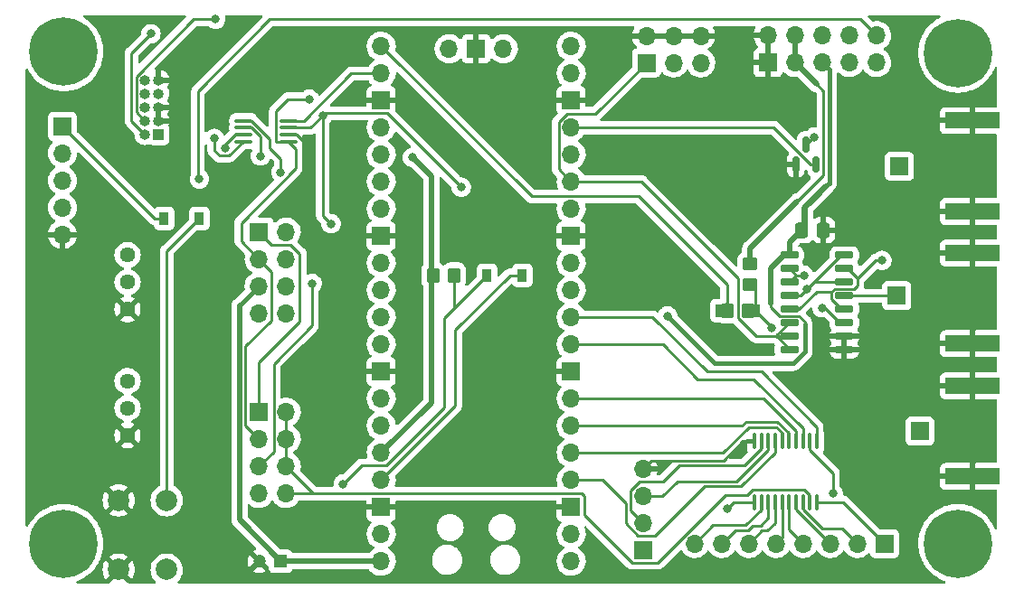
<source format=gbr>
%TF.GenerationSoftware,KiCad,Pcbnew,6.0.1*%
%TF.CreationDate,2022-03-30T17:28:00+02:00*%
%TF.ProjectId,glitcher,676c6974-6368-4657-922e-6b696361645f,4*%
%TF.SameCoordinates,Original*%
%TF.FileFunction,Copper,L2,Bot*%
%TF.FilePolarity,Positive*%
%FSLAX46Y46*%
G04 Gerber Fmt 4.6, Leading zero omitted, Abs format (unit mm)*
G04 Created by KiCad (PCBNEW 6.0.1) date 2022-03-30 17:28:00*
%MOMM*%
%LPD*%
G01*
G04 APERTURE LIST*
G04 Aperture macros list*
%AMRoundRect*
0 Rectangle with rounded corners*
0 $1 Rounding radius*
0 $2 $3 $4 $5 $6 $7 $8 $9 X,Y pos of 4 corners*
0 Add a 4 corners polygon primitive as box body*
4,1,4,$2,$3,$4,$5,$6,$7,$8,$9,$2,$3,0*
0 Add four circle primitives for the rounded corners*
1,1,$1+$1,$2,$3*
1,1,$1+$1,$4,$5*
1,1,$1+$1,$6,$7*
1,1,$1+$1,$8,$9*
0 Add four rect primitives between the rounded corners*
20,1,$1+$1,$2,$3,$4,$5,0*
20,1,$1+$1,$4,$5,$6,$7,0*
20,1,$1+$1,$6,$7,$8,$9,0*
20,1,$1+$1,$8,$9,$2,$3,0*%
G04 Aperture macros list end*
%TA.AperFunction,SMDPad,CuDef*%
%ADD10R,5.080000X1.500000*%
%TD*%
%TA.AperFunction,ComponentPad*%
%ADD11C,0.800000*%
%TD*%
%TA.AperFunction,ComponentPad*%
%ADD12C,6.400000*%
%TD*%
%TA.AperFunction,ComponentPad*%
%ADD13R,1.700000X1.700000*%
%TD*%
%TA.AperFunction,ComponentPad*%
%ADD14O,1.700000X1.700000*%
%TD*%
%TA.AperFunction,ComponentPad*%
%ADD15C,1.440000*%
%TD*%
%TA.AperFunction,ComponentPad*%
%ADD16R,1.000000X1.000000*%
%TD*%
%TA.AperFunction,ComponentPad*%
%ADD17O,1.000000X1.000000*%
%TD*%
%TA.AperFunction,ComponentPad*%
%ADD18R,1.200000X1.200000*%
%TD*%
%TA.AperFunction,ComponentPad*%
%ADD19C,1.200000*%
%TD*%
%TA.AperFunction,ComponentPad*%
%ADD20C,2.000000*%
%TD*%
%TA.AperFunction,SMDPad,CuDef*%
%ADD21R,0.900000X1.200000*%
%TD*%
%TA.AperFunction,SMDPad,CuDef*%
%ADD22RoundRect,0.250000X0.450000X-0.350000X0.450000X0.350000X-0.450000X0.350000X-0.450000X-0.350000X0*%
%TD*%
%TA.AperFunction,SMDPad,CuDef*%
%ADD23RoundRect,0.250000X0.337500X0.475000X-0.337500X0.475000X-0.337500X-0.475000X0.337500X-0.475000X0*%
%TD*%
%TA.AperFunction,SMDPad,CuDef*%
%ADD24RoundRect,0.100000X0.100000X-0.637500X0.100000X0.637500X-0.100000X0.637500X-0.100000X-0.637500X0*%
%TD*%
%TA.AperFunction,SMDPad,CuDef*%
%ADD25RoundRect,0.250000X-0.350000X-0.450000X0.350000X-0.450000X0.350000X0.450000X-0.350000X0.450000X0*%
%TD*%
%TA.AperFunction,SMDPad,CuDef*%
%ADD26RoundRect,0.100000X-0.712500X-0.100000X0.712500X-0.100000X0.712500X0.100000X-0.712500X0.100000X0*%
%TD*%
%TA.AperFunction,SMDPad,CuDef*%
%ADD27RoundRect,0.150000X0.150000X-0.587500X0.150000X0.587500X-0.150000X0.587500X-0.150000X-0.587500X0*%
%TD*%
%TA.AperFunction,SMDPad,CuDef*%
%ADD28RoundRect,0.150000X0.725000X0.150000X-0.725000X0.150000X-0.725000X-0.150000X0.725000X-0.150000X0*%
%TD*%
%TA.AperFunction,ViaPad*%
%ADD29C,0.800000*%
%TD*%
%TA.AperFunction,Conductor*%
%ADD30C,0.250000*%
%TD*%
%TA.AperFunction,Conductor*%
%ADD31C,0.500000*%
%TD*%
%TA.AperFunction,Conductor*%
%ADD32C,0.400000*%
%TD*%
G04 APERTURE END LIST*
D10*
%TO.P,J206,2,Pin_2*%
%TO.N,GND*%
X159845000Y-83037000D03*
X159845000Y-91537000D03*
%TD*%
D11*
%TO.P,H3,1*%
%TO.N,N/C*%
X160896000Y-122682000D03*
X156798944Y-120984944D03*
X158496000Y-125082000D03*
X156798944Y-124379056D03*
X160193056Y-120984944D03*
X160193056Y-124379056D03*
X158496000Y-120282000D03*
D12*
X158496000Y-122682000D03*
D11*
X156096000Y-122682000D03*
%TD*%
D13*
%TO.P,JP300,1*%
%TO.N,VCC_EXT*%
X93091000Y-93472000D03*
D14*
%TO.P,JP300,2*%
%TO.N,DAC_HI*%
X93091000Y-96012000D03*
%TO.P,JP300,3*%
%TO.N,VBUS*%
X93091000Y-98552000D03*
%TO.P,JP300,4*%
%TO.N,+3V3*%
X93091000Y-101092000D03*
%TO.P,JP300,5*%
%TO.N,CB_VCC*%
X95631000Y-96012000D03*
X95631000Y-101092000D03*
X95631000Y-93472000D03*
X95631000Y-98552000D03*
%TD*%
D13*
%TO.P,J207,1,Pin_1*%
%TO.N,GND*%
X140721000Y-77602000D03*
D14*
%TO.P,J207,2,Pin_2*%
X140721000Y-75062000D03*
%TO.P,J207,3,Pin_3*%
%TO.N,+3V3*%
X143261000Y-77602000D03*
%TO.P,J207,4,Pin_4*%
X143261000Y-75062000D03*
%TO.P,J207,5,Pin_5*%
%TO.N,VBUS*%
X145801000Y-77602000D03*
%TO.P,J207,6,Pin_6*%
X145801000Y-75062000D03*
%TO.P,J207,7,Pin_7*%
%TO.N,DAC_HI*%
X148341000Y-77602000D03*
%TO.P,J207,8,Pin_8*%
X148341000Y-75062000D03*
%TO.P,J207,9,Pin_9*%
%TO.N,VCC_EXT*%
X150881000Y-77602000D03*
%TO.P,J207,10,Pin_10*%
X150881000Y-75062000D03*
%TD*%
D13*
%TO.P,J202,1,Pin_1*%
%TO.N,GLITCH_OUT*%
X152776000Y-99441000D03*
%TD*%
%TO.P,J200,1,Pin_1*%
%TO.N,Net-(J200-Pad1)*%
X151638000Y-122682000D03*
D14*
%TO.P,J200,2,Pin_2*%
%TO.N,Net-(J200-Pad2)*%
X149098000Y-122682000D03*
%TO.P,J200,3,Pin_3*%
%TO.N,Net-(J200-Pad3)*%
X146558000Y-122682000D03*
%TO.P,J200,4,Pin_4*%
%TO.N,Net-(J200-Pad4)*%
X144018000Y-122682000D03*
%TO.P,J200,5,Pin_5*%
%TO.N,Net-(J200-Pad5)*%
X141478000Y-122682000D03*
%TO.P,J200,6,Pin_6*%
%TO.N,Net-(J200-Pad6)*%
X138938000Y-122682000D03*
%TO.P,J200,7,Pin_7*%
%TO.N,Net-(J200-Pad7)*%
X136398000Y-122682000D03*
%TO.P,J200,8,Pin_8*%
%TO.N,Net-(J200-Pad8)*%
X133858000Y-122682000D03*
%TD*%
D13*
%TO.P,JP200,1*%
%TO.N,VCC_EXT*%
X93091000Y-110363000D03*
D14*
%TO.P,JP200,2*%
%TO.N,DAC_HI*%
X93091000Y-112903000D03*
%TO.P,JP200,3*%
%TO.N,DAC_LO*%
X93091000Y-115443000D03*
%TO.P,JP200,4*%
%TO.N,+3V3*%
X93091000Y-117983000D03*
%TO.P,JP200,5*%
%TO.N,/gpio/TAR_VCCIO*%
X95631000Y-115443000D03*
X95631000Y-112903000D03*
X95631000Y-110363000D03*
X95631000Y-117983000D03*
%TD*%
D15*
%TO.P,RV500,1,1*%
%TO.N,+3V3*%
X80772000Y-95631000D03*
%TO.P,RV500,2,2*%
%TO.N,ADC0*%
X80772000Y-98171000D03*
%TO.P,RV500,3,3*%
%TO.N,GND*%
X80772000Y-100711000D03*
%TD*%
D13*
%TO.P,J205,1,Pin_1*%
%TO.N,CROWBAR*%
X153030000Y-87317000D03*
%TD*%
D14*
%TO.P,U100,1,GPIO0*%
%TO.N,GPIO0*%
X122301000Y-124333000D03*
%TO.P,U100,2,GPIO1*%
%TO.N,GPIO1*%
X122301000Y-121793000D03*
D13*
%TO.P,U100,3,GND*%
%TO.N,GND*%
X122301000Y-119253000D03*
D14*
%TO.P,U100,4,GPIO2*%
%TO.N,GPIO2*%
X122301000Y-116713000D03*
%TO.P,U100,5,GPIO3*%
%TO.N,GPIO3*%
X122301000Y-114173000D03*
%TO.P,U100,6,GPIO4*%
%TO.N,GPIO4*%
X122301000Y-111633000D03*
%TO.P,U100,7,GPIO5*%
%TO.N,GPIO5*%
X122301000Y-109093000D03*
D13*
%TO.P,U100,8,GND*%
%TO.N,GND*%
X122301000Y-106553000D03*
D14*
%TO.P,U100,9,GPIO6*%
%TO.N,GPIO6*%
X122301000Y-104013000D03*
%TO.P,U100,10,GPIO7*%
%TO.N,GPIO7*%
X122301000Y-101473000D03*
%TO.P,U100,11,GPIO8*%
%TO.N,GPIO8*%
X122301000Y-98933000D03*
%TO.P,U100,12,GPIO9*%
%TO.N,GPIO9*%
X122301000Y-96393000D03*
D13*
%TO.P,U100,13,GND*%
%TO.N,GND*%
X122301000Y-93853000D03*
D14*
%TO.P,U100,14,GPIO10*%
%TO.N,TRIG_IN*%
X122301000Y-91313000D03*
%TO.P,U100,15,GPIO11*%
%TO.N,GLITCH_SIG*%
X122301000Y-88773000D03*
%TO.P,U100,16,GPIO12*%
%TO.N,CB1_G*%
X122301000Y-86233000D03*
%TO.P,U100,17,GPIO13*%
%TO.N,CB2_G*%
X122301000Y-83693000D03*
D13*
%TO.P,U100,18,GND*%
%TO.N,GND*%
X122301000Y-81153000D03*
D14*
%TO.P,U100,19,GPIO14*%
%TO.N,PICOEMP_PWM*%
X122301000Y-78613000D03*
%TO.P,U100,20,GPIO15*%
%TO.N,PICOEMP_CHG*%
X122301000Y-76073000D03*
%TO.P,U100,21,GPIO16*%
%TO.N,MAX_EN*%
X104521000Y-76073000D03*
%TO.P,U100,22,GPIO17*%
%TO.N,DAC_nL*%
X104521000Y-78613000D03*
D13*
%TO.P,U100,23,GND*%
%TO.N,GND*%
X104521000Y-81153000D03*
D14*
%TO.P,U100,24,GPIO18*%
%TO.N,DAC_CLK*%
X104521000Y-83693000D03*
%TO.P,U100,25,GPIO19*%
%TO.N,DAC_TX*%
X104521000Y-86233000D03*
%TO.P,U100,26,GPIO20*%
%TO.N,DAC_nCS*%
X104521000Y-88773000D03*
%TO.P,U100,27,GPIO21*%
%TO.N,MAX_SW_A*%
X104521000Y-91313000D03*
D13*
%TO.P,U100,28,GND*%
%TO.N,GND*%
X104521000Y-93853000D03*
D14*
%TO.P,U100,29,GPIO22*%
%TO.N,GPIO_EN*%
X104521000Y-96393000D03*
%TO.P,U100,30,RUN*%
%TO.N,unconnected-(U100-Pad30)*%
X104521000Y-98933000D03*
%TO.P,U100,31,GPIO26_ADC0*%
%TO.N,ADC0*%
X104521000Y-101473000D03*
%TO.P,U100,32,GPIO27_ADC1*%
%TO.N,ADC1*%
X104521000Y-104013000D03*
D13*
%TO.P,U100,33,AGND*%
%TO.N,GND*%
X104521000Y-106553000D03*
D14*
%TO.P,U100,34,GPIO28_ADC2*%
%TO.N,ADC2*%
X104521000Y-109093000D03*
%TO.P,U100,35,ADC_VREF*%
%TO.N,+3.3VADC*%
X104521000Y-111633000D03*
%TO.P,U100,36,3V3*%
%TO.N,+3V3*%
X104521000Y-114173000D03*
%TO.P,U100,37,3V3_EN*%
%TO.N,Net-(D101-Pad2)*%
X104521000Y-116713000D03*
D13*
%TO.P,U100,38,GND*%
%TO.N,GND*%
X104521000Y-119253000D03*
D14*
%TO.P,U100,39,VSYS*%
%TO.N,unconnected-(U100-Pad39)*%
X104521000Y-121793000D03*
%TO.P,U100,40,VBUS*%
%TO.N,VBUS*%
X104521000Y-124333000D03*
%TO.P,U100,41,SWCLK*%
%TO.N,/controller/SWCLK*%
X115951000Y-76303000D03*
D13*
%TO.P,U100,42,GND*%
%TO.N,GND*%
X113411000Y-76303000D03*
D14*
%TO.P,U100,43,SWDIO*%
%TO.N,/controller/SWDIO*%
X110871000Y-76303000D03*
%TD*%
D16*
%TO.P,REF\u002A\u002A,1*%
%TO.N,+3V3*%
X83694000Y-84326000D03*
D17*
%TO.P,REF\u002A\u002A,2*%
%TO.N,/controller/SWDIO*%
X82424000Y-84326000D03*
%TO.P,REF\u002A\u002A,3*%
%TO.N,GND*%
X83694000Y-83056000D03*
%TO.P,REF\u002A\u002A,4*%
%TO.N,/controller/SWCLK*%
X82424000Y-83056000D03*
%TO.P,REF\u002A\u002A,5*%
%TO.N,GND*%
X83694000Y-81786000D03*
%TO.P,REF\u002A\u002A,6*%
%TO.N,unconnected-(J102-Pad6)*%
X82424000Y-81786000D03*
%TO.P,REF\u002A\u002A,7*%
%TO.N,unconnected-(J102-Pad7)*%
X83694000Y-80516000D03*
%TO.P,REF\u002A\u002A,8*%
%TO.N,unconnected-(J102-Pad8)*%
X82424000Y-80516000D03*
%TO.P,REF\u002A\u002A,9*%
%TO.N,GND*%
X83694000Y-79246000D03*
%TO.P,REF\u002A\u002A,10*%
%TO.N,Net-(D100-Pad1)*%
X82424000Y-79246000D03*
%TD*%
D15*
%TO.P,RV501,1,1*%
%TO.N,+3V3*%
X80772000Y-107457000D03*
%TO.P,RV501,2,2*%
%TO.N,ADC1*%
X80772000Y-109997000D03*
%TO.P,RV501,3,3*%
%TO.N,GND*%
X80772000Y-112537000D03*
%TD*%
D18*
%TO.P,C100,1*%
%TO.N,VBUS*%
X95123000Y-124333000D03*
D19*
%TO.P,C100,2*%
%TO.N,GND*%
X93123000Y-124333000D03*
%TD*%
D11*
%TO.P,H2,1*%
%TO.N,N/C*%
X156798944Y-78405056D03*
X156096000Y-76708000D03*
X158496000Y-79108000D03*
X158496000Y-74308000D03*
X160193056Y-78405056D03*
X160896000Y-76708000D03*
X160193056Y-75010944D03*
D12*
X158496000Y-76708000D03*
D11*
X156798944Y-75010944D03*
%TD*%
D13*
%TO.P,J201,1,Pin_1*%
%TO.N,TRIG_IN*%
X154940000Y-112141000D03*
%TD*%
D20*
%TO.P,SW1,1,1*%
%TO.N,~{EMERG_SHDN}*%
X84444400Y-125119200D03*
X84444400Y-118619200D03*
%TO.P,SW1,2,2*%
%TO.N,GND*%
X79944400Y-118619200D03*
X79944400Y-125119200D03*
%TD*%
D13*
%TO.P,J100,1,Pin_1*%
%TO.N,+3V3*%
X129032000Y-123307000D03*
D14*
%TO.P,J100,2,Pin_2*%
%TO.N,GPIO0*%
X129032000Y-120767000D03*
%TO.P,J100,3,Pin_3*%
%TO.N,GPIO1*%
X129032000Y-118227000D03*
%TO.P,J100,4,Pin_4*%
%TO.N,GND*%
X129032000Y-115687000D03*
%TD*%
D13*
%TO.P,J101,1,Pin_1*%
%TO.N,Net-(D100-Pad1)*%
X74676000Y-83566000D03*
D14*
%TO.P,J101,2,Pin_2*%
%TO.N,/controller/SWDIO*%
X74676000Y-86106000D03*
%TO.P,J101,3,Pin_3*%
%TO.N,/controller/SWCLK*%
X74676000Y-88646000D03*
%TO.P,J101,4,Pin_4*%
%TO.N,+3V3*%
X74676000Y-91186000D03*
%TO.P,J101,5,Pin_5*%
%TO.N,GND*%
X74676000Y-93726000D03*
%TD*%
D10*
%TO.P,J204,2,Pin_2*%
%TO.N,GND*%
X159888000Y-95445000D03*
X159888000Y-103945000D03*
%TD*%
%TO.P,J203,2,Pin_2*%
%TO.N,GND*%
X159888000Y-107891000D03*
X159888000Y-116391000D03*
%TD*%
D11*
%TO.P,H1,1*%
%TO.N,N/C*%
X74803000Y-78981000D03*
X73105944Y-74883944D03*
D12*
X74803000Y-76581000D03*
D11*
X74803000Y-74181000D03*
X73105944Y-78278056D03*
X77203000Y-76581000D03*
X76500056Y-78278056D03*
X72403000Y-76581000D03*
X76500056Y-74883944D03*
%TD*%
D13*
%TO.P,J208,1,Pin_1*%
%TO.N,GLITCH_SIG*%
X129351800Y-77627400D03*
D14*
%TO.P,J208,2,Pin_2*%
%TO.N,GND*%
X129351800Y-75087400D03*
%TO.P,J208,3,Pin_3*%
%TO.N,PICOEMP_CHG*%
X131891800Y-77627400D03*
%TO.P,J208,4,Pin_4*%
%TO.N,GND*%
X131891800Y-75087400D03*
%TO.P,J208,5,Pin_5*%
%TO.N,PICOEMP_PWM*%
X134431800Y-77627400D03*
%TO.P,J208,6,Pin_6*%
%TO.N,GND*%
X134431800Y-75087400D03*
%TD*%
D11*
%TO.P,H4,1*%
%TO.N,N/C*%
X76500056Y-120984944D03*
D12*
X74803000Y-122682000D03*
D11*
X72403000Y-122682000D03*
X76500056Y-124379056D03*
X74803000Y-120282000D03*
X74803000Y-125082000D03*
X77203000Y-122682000D03*
X73105944Y-120984944D03*
X73105944Y-124379056D03*
%TD*%
D21*
%TO.P,D100,1,K*%
%TO.N,Net-(D100-Pad1)*%
X84202000Y-92202000D03*
%TO.P,D100,2,A*%
%TO.N,~{EMERG_SHDN}*%
X87502000Y-92202000D03*
%TD*%
D22*
%TO.P,R401,1*%
%TO.N,/vccout/INHIBIT*%
X139065000Y-98425000D03*
%TO.P,R401,2*%
%TO.N,+3V3*%
X139065000Y-96425000D03*
%TD*%
D21*
%TO.P,D101,1,K*%
%TO.N,~{EMERG_SHDN}*%
X114428000Y-97536000D03*
%TO.P,D101,2,A*%
%TO.N,Net-(D101-Pad2)*%
X117728000Y-97536000D03*
%TD*%
D23*
%TO.P,C400,1*%
%TO.N,GND*%
X145919100Y-93319600D03*
%TO.P,C400,2*%
%TO.N,VBUS*%
X143844100Y-93319600D03*
%TD*%
D24*
%TO.P,U200,1,A1*%
%TO.N,Net-(J200-Pad1)*%
X145292000Y-118813500D03*
%TO.P,U200,2,VCCA*%
%TO.N,/gpio/TAR_VCCIO*%
X144642000Y-118813500D03*
%TO.P,U200,3,A2*%
%TO.N,Net-(J200-Pad2)*%
X143992000Y-118813500D03*
%TO.P,U200,4,A3*%
%TO.N,Net-(J200-Pad3)*%
X143342000Y-118813500D03*
%TO.P,U200,5,A4*%
%TO.N,Net-(J200-Pad4)*%
X142692000Y-118813500D03*
%TO.P,U200,6,A5*%
%TO.N,Net-(J200-Pad5)*%
X142042000Y-118813500D03*
%TO.P,U200,7,A6*%
%TO.N,Net-(J200-Pad6)*%
X141392000Y-118813500D03*
%TO.P,U200,8,A7*%
%TO.N,Net-(J200-Pad7)*%
X140742000Y-118813500D03*
%TO.P,U200,9,A8*%
%TO.N,Net-(J200-Pad8)*%
X140092000Y-118813500D03*
%TO.P,U200,10,OE*%
%TO.N,GPIO_EN*%
X139442000Y-118813500D03*
%TO.P,U200,11,GND*%
%TO.N,GND*%
X139442000Y-113088500D03*
%TO.P,U200,12,B8*%
%TO.N,GPIO0*%
X140092000Y-113088500D03*
%TO.P,U200,13,B7*%
%TO.N,GPIO1*%
X140742000Y-113088500D03*
%TO.P,U200,14,B6*%
%TO.N,GPIO2*%
X141392000Y-113088500D03*
%TO.P,U200,15,B5*%
%TO.N,GPIO3*%
X142042000Y-113088500D03*
%TO.P,U200,16,B4*%
%TO.N,GPIO4*%
X142692000Y-113088500D03*
%TO.P,U200,17,B3*%
%TO.N,GPIO5*%
X143342000Y-113088500D03*
%TO.P,U200,18,B2*%
%TO.N,GPIO6*%
X143992000Y-113088500D03*
%TO.P,U200,19,VCCB*%
%TO.N,+3V3*%
X144642000Y-113088500D03*
%TO.P,U200,20,B1*%
%TO.N,GPIO7*%
X145292000Y-113088500D03*
%TD*%
D25*
%TO.P,R400,1*%
%TO.N,MAX_EN*%
X136893500Y-100838000D03*
%TO.P,R400,2*%
%TO.N,/vccout/INHIBIT*%
X138893500Y-100838000D03*
%TD*%
D21*
%TO.P,D400,1,K*%
%TO.N,MAX_EN*%
X136271000Y-100838000D03*
%TO.P,D400,2,A*%
%TO.N,/vccout/INHIBIT*%
X139571000Y-100838000D03*
%TD*%
D26*
%TO.P,U401b,1,Vdd*%
%TO.N,VBUS*%
X91613500Y-85001819D03*
%TO.P,U401b,2,~{CS}*%
%TO.N,DAC_nCS*%
X91613500Y-84351819D03*
%TO.P,U401b,3,SCK*%
%TO.N,DAC_CLK*%
X91613500Y-83701819D03*
%TO.P,U401b,4,SDI*%
%TO.N,DAC_TX*%
X91613500Y-83051819D03*
%TO.P,U401b,5,~{LDAC}*%
%TO.N,DAC_nL*%
X95838500Y-83051819D03*
%TO.P,U401b,6,VB*%
%TO.N,DAC_LO*%
X95838500Y-83701819D03*
%TO.P,U401b,7,Vss*%
%TO.N,GND*%
X95838500Y-84351819D03*
%TO.P,U401b,8,VA*%
%TO.N,DAC_HI*%
X95838500Y-85001819D03*
%TD*%
D27*
%TO.P,Q301,1,G*%
%TO.N,CB2_G*%
X145222000Y-87170500D03*
%TO.P,Q301,2,S*%
%TO.N,GND*%
X143322000Y-87170500D03*
%TO.P,Q301,3,D*%
%TO.N,CROWBAR*%
X144272000Y-85295500D03*
%TD*%
D28*
%TO.P,U400,1,Y1*%
%TO.N,DAC_LO*%
X147863000Y-95631000D03*
%TO.P,U400,2,Y0*%
%TO.N,CB_VCC*%
X147863000Y-96901000D03*
%TO.P,U400,3,Z1*%
%TO.N,DAC_LO*%
X147863000Y-98171000D03*
%TO.P,U400,4,Z*%
%TO.N,GLITCH_OUT*%
X147863000Y-99441000D03*
%TO.P,U400,5,Z0*%
%TO.N,CB_VCC*%
X147863000Y-100711000D03*
%TO.P,U400,6,Inh*%
%TO.N,/vccout/INHIBIT*%
X147863000Y-101981000D03*
%TO.P,U400,7,VEE*%
%TO.N,GND*%
X147863000Y-103251000D03*
%TO.P,U400,8,VSS*%
X147863000Y-104521000D03*
%TO.P,U400,9,C*%
%TO.N,GLITCH_SIG*%
X142713000Y-104521000D03*
%TO.P,U400,10,B*%
X142713000Y-103251000D03*
%TO.P,U400,11,A*%
X142713000Y-101981000D03*
%TO.P,U400,12,X0*%
%TO.N,CB_VCC*%
X142713000Y-100711000D03*
%TO.P,U400,13,X1*%
%TO.N,DAC_LO*%
X142713000Y-99441000D03*
%TO.P,U400,14,X*%
%TO.N,GLITCH_OUT*%
X142713000Y-98171000D03*
%TO.P,U400,15,Y*%
X142713000Y-96901000D03*
%TO.P,U400,16,VDD*%
%TO.N,VBUS*%
X142713000Y-95631000D03*
%TD*%
D25*
%TO.P,R1,1*%
%TO.N,+3V3*%
X109363000Y-97536000D03*
%TO.P,R1,2*%
%TO.N,~{EMERG_SHDN}*%
X111363000Y-97536000D03*
%TD*%
D29*
%TO.N,GND*%
X159893000Y-93472000D03*
X159893000Y-105918000D03*
X138938000Y-86487000D03*
X155829000Y-83058000D03*
X155829000Y-116332000D03*
%TO.N,+3V3*%
X107442000Y-86487000D03*
X146812000Y-117983000D03*
%TO.N,/controller/SWDIO*%
X82962511Y-74898489D03*
%TO.N,/controller/SWCLK*%
X89027000Y-73533000D03*
%TO.N,GLITCH_OUT*%
X144068800Y-97536000D03*
%TO.N,VCC_EXT*%
X87503000Y-88519000D03*
%TO.N,DAC_HI*%
X97790000Y-81026000D03*
%TO.N,GPIO_EN*%
X136906000Y-119380000D03*
%TO.N,DAC_nCS*%
X89916000Y-85598000D03*
%TO.N,DAC_CLK*%
X93218000Y-86360000D03*
%TO.N,DAC_TX*%
X95123000Y-87884000D03*
%TO.N,~{EMERG_SHDN}*%
X100965000Y-117094000D03*
%TO.N,DAC_LO*%
X144399000Y-98806000D03*
X99060000Y-82550000D03*
X99822000Y-92710000D03*
X112014000Y-89281000D03*
X98044000Y-98298000D03*
%TO.N,CROWBAR*%
X145034000Y-84582000D03*
%TO.N,VBUS*%
X88900000Y-84709000D03*
X131318000Y-101346000D03*
%TO.N,CB_VCC*%
X151384000Y-96139000D03*
%TO.N,/vccout/INHIBIT*%
X145796000Y-100584000D03*
X141097000Y-102489000D03*
%TD*%
D30*
%TO.N,GND*%
X95838500Y-84351819D02*
X96601361Y-84351819D01*
X136556031Y-114903969D02*
X129815031Y-114903969D01*
X96601361Y-84351819D02*
X97409000Y-85159458D01*
X139442000Y-113088500D02*
X138371500Y-113088500D01*
X129815031Y-114903969D02*
X129032000Y-115687000D01*
X138371500Y-113088500D02*
X136556031Y-114903969D01*
D31*
%TO.N,+3V3*%
X139065000Y-94996000D02*
X139192000Y-94869000D01*
X143261000Y-77602000D02*
X145288000Y-79629000D01*
D30*
X144642000Y-113088500D02*
X144642000Y-113908000D01*
D31*
X107442000Y-86487000D02*
X109220000Y-88265000D01*
D30*
X143446500Y-90614500D02*
X145923000Y-88138000D01*
D31*
X139065000Y-96425000D02*
X139065000Y-94996000D01*
X109220000Y-109474000D02*
X109220000Y-88265000D01*
D30*
X146812000Y-116078000D02*
X144642000Y-113908000D01*
X145923000Y-88138000D02*
X145923000Y-80264000D01*
X145923000Y-80264000D02*
X145288000Y-79629000D01*
X146812000Y-117983000D02*
X146812000Y-116078000D01*
D31*
X143261000Y-75062000D02*
X143261000Y-77602000D01*
X104521000Y-114173000D02*
X109220000Y-109474000D01*
D30*
X143266000Y-77607000D02*
X143266000Y-75067000D01*
D31*
X143446500Y-90614500D02*
X139192000Y-94869000D01*
D30*
%TO.N,Net-(D100-Pad1)*%
X83312000Y-92202000D02*
X74676000Y-83566000D01*
X84202000Y-92202000D02*
X83312000Y-92202000D01*
%TO.N,GPIO0*%
X127857489Y-117709711D02*
X128676400Y-116890800D01*
X138514872Y-115353489D02*
X140092000Y-113776361D01*
X140092000Y-113776361D02*
X140092000Y-113088500D01*
X128676400Y-116890800D02*
X130860800Y-116890800D01*
X130860800Y-116890800D02*
X132398111Y-115353489D01*
X129032000Y-120767000D02*
X127857489Y-119592489D01*
X132398111Y-115353489D02*
X138514872Y-115353489D01*
X127857489Y-119592489D02*
X127857489Y-117709711D01*
%TO.N,GPIO1*%
X129032000Y-118227000D02*
X130825400Y-118227000D01*
X132212400Y-116840000D02*
X130825400Y-118227000D01*
X140742000Y-113867600D02*
X140742000Y-113088500D01*
X137769600Y-116840000D02*
X132212400Y-116840000D01*
X137769600Y-116840000D02*
X140742000Y-113867600D01*
%TO.N,/controller/SWDIO*%
X81149969Y-83051969D02*
X82424000Y-84326000D01*
X82962511Y-74898489D02*
X81149969Y-76711031D01*
X81149969Y-76711031D02*
X81149969Y-83051969D01*
%TO.N,/controller/SWCLK*%
X81599489Y-78904475D02*
X86970964Y-73533000D01*
X82424000Y-83056000D02*
X81599489Y-82231489D01*
X86970964Y-73533000D02*
X89027000Y-73533000D01*
X81599489Y-82231489D02*
X81599489Y-78904475D01*
%TO.N,Net-(J200-Pad1)*%
X145292000Y-118813500D02*
X147769500Y-118813500D01*
X147769500Y-118813500D02*
X151638000Y-122682000D01*
%TO.N,Net-(J200-Pad2)*%
X143992000Y-118813500D02*
X143992000Y-119501361D01*
X147701000Y-121285000D02*
X149098000Y-122682000D01*
X143992000Y-119501361D02*
X145775639Y-121285000D01*
X145775639Y-121285000D02*
X147701000Y-121285000D01*
%TO.N,GLITCH_OUT*%
X144068800Y-97536000D02*
X143348000Y-97536000D01*
X143348000Y-97536000D02*
X142713000Y-96901000D01*
X147863000Y-99441000D02*
X152776000Y-99441000D01*
X142713000Y-98171000D02*
X143348000Y-97536000D01*
%TO.N,Net-(J200-Pad3)*%
X146522639Y-122682000D02*
X143342000Y-119501361D01*
X146558000Y-122682000D02*
X146522639Y-122682000D01*
X143342000Y-119501361D02*
X143342000Y-118813500D01*
%TO.N,Net-(J200-Pad4)*%
X142692000Y-121356000D02*
X144018000Y-122682000D01*
X142692000Y-118813500D02*
X142692000Y-121356000D01*
%TO.N,Net-(J200-Pad5)*%
X142042000Y-122118000D02*
X141478000Y-122682000D01*
X142042000Y-118813500D02*
X142042000Y-122118000D01*
%TO.N,Net-(J200-Pad6)*%
X141392000Y-120736000D02*
X140652500Y-121475500D01*
X141392000Y-118813500D02*
X141392000Y-120736000D01*
X140652500Y-121475500D02*
X140144500Y-121475500D01*
X140144500Y-121475500D02*
X138938000Y-122682000D01*
%TO.N,VCC_EXT*%
X94265511Y-94646511D02*
X96043511Y-94646511D01*
X96043511Y-94646511D02*
X96901000Y-95504000D01*
X87503000Y-88519000D02*
X87376000Y-88392000D01*
X93091000Y-110363000D02*
X93091000Y-105664000D01*
X96901000Y-95504000D02*
X96901000Y-101854000D01*
X87376000Y-88392000D02*
X87376000Y-80264000D01*
X93091000Y-105664000D02*
X96901000Y-101854000D01*
X93091000Y-93472000D02*
X94265511Y-94646511D01*
X149377400Y-73558400D02*
X150881000Y-75062000D01*
X94081600Y-73558400D02*
X149377400Y-73558400D01*
X87376000Y-80264000D02*
X94081600Y-73558400D01*
%TO.N,DAC_HI*%
X93091000Y-112903000D02*
X91821000Y-111633000D01*
X95838500Y-85001819D02*
X96520000Y-85683319D01*
X94653819Y-82130181D02*
X95758000Y-81026000D01*
X91410000Y-94331000D02*
X93091000Y-96012000D01*
X91410000Y-92613000D02*
X91410000Y-94331000D01*
X94265511Y-97186511D02*
X93091000Y-96012000D01*
X94265511Y-101758511D02*
X94265511Y-97186511D01*
X96520000Y-85683319D02*
X96520000Y-87511614D01*
X91821000Y-104203022D02*
X94265511Y-101758511D01*
X91821000Y-111633000D02*
X91821000Y-104203022D01*
X95758000Y-81026000D02*
X97790000Y-81026000D01*
X91418614Y-92613000D02*
X91410000Y-92613000D01*
X95838500Y-85001819D02*
X94653819Y-85001819D01*
X96520000Y-87511614D02*
X91418614Y-92613000D01*
X94653819Y-85001819D02*
X94653819Y-82130181D01*
%TO.N,CB2_G*%
X144730572Y-87170500D02*
X141253072Y-83693000D01*
X141253072Y-83693000D02*
X122301000Y-83693000D01*
X145222000Y-87170500D02*
X144730572Y-87170500D01*
%TO.N,GPIO_EN*%
X137472500Y-118813500D02*
X136906000Y-119380000D01*
X139442000Y-118813500D02*
X137472500Y-118813500D01*
%TO.N,DAC_nCS*%
X90850639Y-84351819D02*
X89916000Y-85286458D01*
X91613500Y-84351819D02*
X90850639Y-84351819D01*
X89916000Y-85286458D02*
X89916000Y-85598000D01*
%TO.N,MAX_EN*%
X136271000Y-100711000D02*
X136893500Y-100088500D01*
X136893500Y-100088500D02*
X136893500Y-100838000D01*
X118586489Y-90138489D02*
X104521000Y-76073000D01*
X128606989Y-90138489D02*
X118586489Y-90138489D01*
X136271000Y-100838000D02*
X136271000Y-100711000D01*
X136893500Y-98425000D02*
X128606989Y-90138489D01*
X136893500Y-98425000D02*
X136893500Y-100088500D01*
%TO.N,GPIO2*%
X127407969Y-120803979D02*
X127407969Y-118898252D01*
X130178889Y-121941511D02*
X128545501Y-121941511D01*
X141392000Y-114132000D02*
X141392000Y-113088500D01*
X125222717Y-116713000D02*
X122301000Y-116713000D01*
X134797800Y-117322600D02*
X130178889Y-121941511D01*
X128545501Y-121941511D02*
X127407969Y-120803979D01*
X138201400Y-117322600D02*
X134797800Y-117322600D01*
X127407969Y-118898252D02*
X125222717Y-116713000D01*
X138201400Y-117322600D02*
X141392000Y-114132000D01*
%TO.N,GPIO3*%
X122301000Y-114173000D02*
X136525000Y-114173000D01*
X141478000Y-111760000D02*
X142042000Y-112324000D01*
X138938000Y-111760000D02*
X141478000Y-111760000D01*
X142042000Y-112324000D02*
X142042000Y-113088500D01*
X136525000Y-114173000D02*
X138938000Y-111760000D01*
%TO.N,GPIO4*%
X142692000Y-113088500D02*
X142692000Y-112338282D01*
X142692000Y-112338282D02*
X141605718Y-111252000D01*
X138303000Y-111633000D02*
X122301000Y-111633000D01*
X138684000Y-111252000D02*
X138303000Y-111633000D01*
X141605718Y-111252000D02*
X138684000Y-111252000D01*
%TO.N,GPIO5*%
X143342000Y-112100000D02*
X140335000Y-109093000D01*
X140335000Y-109093000D02*
X122301000Y-109093000D01*
X143342000Y-113088500D02*
X143342000Y-112100000D01*
%TO.N,GPIO6*%
X134158160Y-107268840D02*
X130902320Y-104013000D01*
X143992000Y-111861000D02*
X139399840Y-107268840D01*
X130902320Y-104013000D02*
X122301000Y-104013000D01*
X143992000Y-113088500D02*
X143992000Y-111861000D01*
X139399840Y-107268840D02*
X134158160Y-107268840D01*
%TO.N,GLITCH_SIG*%
X128853993Y-88773000D02*
X122301000Y-88773000D01*
X142713000Y-104460600D02*
X141503400Y-103251000D01*
X121126489Y-83206501D02*
X121935390Y-82397600D01*
X121935390Y-82397600D02*
X124581600Y-82397600D01*
X124581600Y-82397600D02*
X129351800Y-77627400D01*
X122301000Y-88773000D02*
X121126489Y-87598489D01*
X141503400Y-103251000D02*
X142713000Y-103251000D01*
X141503400Y-103251000D02*
X139611507Y-103251000D01*
X141503400Y-103251000D02*
X141503400Y-103190600D01*
X137886480Y-97805488D02*
X137324996Y-97244004D01*
X139611507Y-103251000D02*
X137886480Y-101525973D01*
X121126489Y-87598489D02*
X121126489Y-83206501D01*
X142713000Y-104521000D02*
X142713000Y-104460600D01*
X137324996Y-97244004D02*
X128853993Y-88773000D01*
X141503400Y-103190600D02*
X142713000Y-101981000D01*
X137818020Y-97737027D02*
X137324996Y-97244004D01*
X137886480Y-101525973D02*
X137886480Y-97805488D01*
%TO.N,GPIO7*%
X129921000Y-101473000D02*
X135017981Y-106569981D01*
X145292000Y-111764000D02*
X145292000Y-113088500D01*
X122301000Y-101473000D02*
X129921000Y-101473000D01*
X140097981Y-106569981D02*
X145292000Y-111764000D01*
X135017981Y-106569981D02*
X140097981Y-106569981D01*
%TO.N,DAC_nL*%
X101727000Y-78613000D02*
X104521000Y-78613000D01*
X97288181Y-83051819D02*
X101727000Y-78613000D01*
X95838500Y-83051819D02*
X97288181Y-83051819D01*
%TO.N,DAC_CLK*%
X92376361Y-83701819D02*
X93218000Y-84543458D01*
X91613500Y-83701819D02*
X92376361Y-83701819D01*
X93218000Y-84543458D02*
X93218000Y-86360000D01*
%TO.N,DAC_TX*%
X91613500Y-83051819D02*
X92376361Y-83051819D01*
X95123000Y-87884000D02*
X95123000Y-86614000D01*
X92376361Y-83051819D02*
X94107000Y-84782458D01*
X95123000Y-86614000D02*
X94107000Y-85598000D01*
X94107000Y-84782458D02*
X94107000Y-85598000D01*
%TO.N,~{EMERG_SHDN}*%
X100965000Y-117094000D02*
X102711489Y-115347511D01*
X114428000Y-97536000D02*
X111379500Y-100584500D01*
X84444400Y-95259600D02*
X87502000Y-92202000D01*
X111379500Y-100584500D02*
X110450000Y-101514000D01*
X110450000Y-101514000D02*
X110404000Y-101514000D01*
X111379500Y-97552500D02*
X111379500Y-100584500D01*
X105007499Y-115347511D02*
X110404000Y-109951010D01*
X102711489Y-115347511D02*
X105007499Y-115347511D01*
X111363000Y-97536000D02*
X111379500Y-97552500D01*
X84444400Y-118619200D02*
X84444400Y-95259600D01*
X110404000Y-109951010D02*
X110404000Y-101514000D01*
%TO.N,Net-(J200-Pad7)*%
X138831361Y-121412000D02*
X137668000Y-121412000D01*
X140007320Y-120977680D02*
X139265680Y-120977680D01*
X139265680Y-120977680D02*
X138831361Y-121412000D01*
X140742000Y-118813500D02*
X140742000Y-120243000D01*
X140742000Y-120243000D02*
X140007320Y-120977680D01*
X137668000Y-121412000D02*
X136398000Y-122682000D01*
%TO.N,DAC_LO*%
X99060000Y-82550000D02*
X99282489Y-82327511D01*
X95838500Y-83701819D02*
X97908181Y-83701819D01*
X93091000Y-115443000D02*
X94456489Y-114077511D01*
X94456489Y-105822511D02*
X98044000Y-102235000D01*
X147574000Y-95631000D02*
X145034000Y-98171000D01*
X143738600Y-99441000D02*
X144119600Y-99060000D01*
X99060000Y-82550000D02*
X99060000Y-91948000D01*
X112014000Y-89281000D02*
X105060511Y-82327511D01*
X145008600Y-98171000D02*
X144119600Y-99060000D01*
X98044000Y-102235000D02*
X98044000Y-98298000D01*
X142713000Y-99441000D02*
X143738600Y-99441000D01*
X99282489Y-82327511D02*
X105060511Y-82327511D01*
X99060000Y-91948000D02*
X99822000Y-92710000D01*
X94456489Y-114077511D02*
X94456489Y-105822511D01*
X147863000Y-98171000D02*
X145008600Y-98171000D01*
X147863000Y-95631000D02*
X147574000Y-95631000D01*
X97908181Y-83701819D02*
X99060000Y-82550000D01*
%TO.N,CROWBAR*%
X145034000Y-84582000D02*
X144985500Y-84582000D01*
X144985500Y-84582000D02*
X144272000Y-85295500D01*
X144680700Y-84886800D02*
X144272000Y-85295500D01*
%TO.N,/gpio/TAR_VCCIO*%
X130397479Y-124481511D02*
X136718190Y-118160800D01*
X139315639Y-117602000D02*
X144118361Y-117602000D01*
X98171000Y-117983000D02*
X95631000Y-117983000D01*
X144642000Y-118125639D02*
X144642000Y-118813500D01*
X123317000Y-117983000D02*
X123571000Y-118237000D01*
X136718190Y-118160800D02*
X138756839Y-118160800D01*
X95631000Y-115443000D02*
X95631000Y-110363000D01*
X98171000Y-117983000D02*
X123317000Y-117983000D01*
X123571000Y-120015000D02*
X128037511Y-124481511D01*
X138756839Y-118160800D02*
X139315639Y-117602000D01*
X128037511Y-124481511D02*
X130397479Y-124481511D01*
X123571000Y-118237000D02*
X123571000Y-120015000D01*
X144118361Y-117602000D02*
X144642000Y-118125639D01*
X95631000Y-115443000D02*
X98171000Y-117983000D01*
%TO.N,Net-(J200-Pad8)*%
X138630881Y-120962480D02*
X135577520Y-120962480D01*
X135577520Y-120962480D02*
X133858000Y-122682000D01*
X140092000Y-118813500D02*
X140092000Y-119501361D01*
X140092000Y-119501361D02*
X138630881Y-120962480D01*
D32*
%TO.N,VBUS*%
X146447520Y-88916520D02*
X146447520Y-78248520D01*
X135763000Y-105791000D02*
X131318000Y-101346000D01*
D30*
X88900000Y-85852000D02*
X88900000Y-84709000D01*
D31*
X145161000Y-90170000D02*
X146155420Y-89208620D01*
D32*
X146447520Y-78248520D02*
X145801000Y-77602000D01*
X146320520Y-89043520D02*
X146447520Y-88916520D01*
D30*
X140970000Y-100228400D02*
X140970000Y-100514072D01*
X90292808Y-86322511D02*
X89370511Y-86322511D01*
D31*
X142713000Y-95631000D02*
X142260151Y-95631000D01*
X95123000Y-124333000D02*
X104521000Y-124333000D01*
D32*
X144191569Y-91172471D02*
X144923520Y-90440520D01*
D30*
X144191569Y-101913497D02*
X144191569Y-102154569D01*
D31*
X142713000Y-94450700D02*
X143844100Y-93319600D01*
D32*
X143095138Y-105791000D02*
X135763000Y-105791000D01*
X91296480Y-100346520D02*
X93091000Y-98552000D01*
X144191569Y-102154569D02*
X144191569Y-104694569D01*
D30*
X141812408Y-101356480D02*
X143634552Y-101356480D01*
X91613500Y-85001819D02*
X90292808Y-86322511D01*
D31*
X91246480Y-109280480D02*
X91246480Y-120456480D01*
X144146019Y-93017681D02*
X144146019Y-91218021D01*
D32*
X144191569Y-91520431D02*
X144191569Y-91172471D01*
D31*
X140970000Y-96921151D02*
X140970000Y-100228400D01*
X144146019Y-91218021D02*
X145161000Y-90170000D01*
D32*
X146155420Y-89208620D02*
X146320520Y-89043520D01*
D30*
X89370511Y-86322511D02*
X88900000Y-85852000D01*
X140970000Y-100514072D02*
X141812408Y-101356480D01*
D31*
X142260151Y-95631000D02*
X140970000Y-96921151D01*
D32*
X144191569Y-104694569D02*
X143095138Y-105791000D01*
D31*
X144191569Y-92972131D02*
X143844100Y-93319600D01*
X91246480Y-109280480D02*
X91246480Y-100396520D01*
D32*
X144923520Y-90440520D02*
X146155420Y-89208620D01*
D31*
X144191569Y-91520431D02*
X144191569Y-92972131D01*
X142713000Y-95631000D02*
X142713000Y-94450700D01*
X143844100Y-93319600D02*
X144146019Y-93017681D01*
X91246480Y-120456480D02*
X95123000Y-124333000D01*
D30*
X143634552Y-101356480D02*
X144191569Y-101913497D01*
%TO.N,CB_VCC*%
X147586928Y-100711000D02*
X146663480Y-99787552D01*
X148139072Y-96901000D02*
X147863000Y-96901000D01*
X150818928Y-96139000D02*
X149098000Y-97859928D01*
X143637000Y-100711000D02*
X145253552Y-99094448D01*
X151384000Y-96139000D02*
X150818928Y-96139000D01*
X146962408Y-98795520D02*
X148784552Y-98795520D01*
X147863000Y-100711000D02*
X147586928Y-100711000D01*
X149098000Y-98482072D02*
X149098000Y-97859928D01*
X146663480Y-99094448D02*
X146962408Y-98795520D01*
X143637000Y-100711000D02*
X142713000Y-100711000D01*
X149098000Y-97859928D02*
X148139072Y-96901000D01*
X145253552Y-99094448D02*
X146663480Y-99094448D01*
X148784552Y-98795520D02*
X149098000Y-98482072D01*
X146663480Y-99787552D02*
X146663480Y-99094448D01*
%TO.N,Net-(D101-Pad2)*%
X104521000Y-116713000D02*
X111442500Y-109791500D01*
X116567783Y-97536000D02*
X111442500Y-102661283D01*
X117728000Y-97536000D02*
X116567783Y-97536000D01*
X111442500Y-102661283D02*
X111442500Y-103187500D01*
X111442500Y-109791500D02*
X111442500Y-103187500D01*
%TO.N,/vccout/INHIBIT*%
X141097000Y-102489000D02*
X141097000Y-102364000D01*
X141097000Y-102364000D02*
X139571000Y-100838000D01*
X145796000Y-100584000D02*
X146050000Y-100584000D01*
X139571000Y-100838000D02*
X139571000Y-98931000D01*
X146050000Y-100584000D02*
X147447000Y-101981000D01*
X139571000Y-100838000D02*
X138893500Y-100838000D01*
X147447000Y-101981000D02*
X147863000Y-101981000D01*
X139571000Y-98931000D02*
X139065000Y-98425000D01*
%TD*%
%TA.AperFunction,Conductor*%
%TO.N,GND*%
G36*
X86219991Y-73172002D02*
G01*
X86266484Y-73225658D01*
X86276588Y-73295932D01*
X86247094Y-73360512D01*
X86240965Y-73367095D01*
X81998564Y-77609495D01*
X81936252Y-77643521D01*
X81865436Y-77638456D01*
X81808601Y-77595909D01*
X81783790Y-77529389D01*
X81783469Y-77520400D01*
X81783469Y-77025625D01*
X81803471Y-76957504D01*
X81820374Y-76936530D01*
X82913010Y-75843894D01*
X82975322Y-75809868D01*
X83002105Y-75806989D01*
X83057998Y-75806989D01*
X83064450Y-75805617D01*
X83064455Y-75805617D01*
X83163409Y-75784583D01*
X83244799Y-75767283D01*
X83252000Y-75764077D01*
X83413233Y-75692292D01*
X83413235Y-75692291D01*
X83419263Y-75689607D01*
X83573764Y-75577355D01*
X83578186Y-75572444D01*
X83697132Y-75440341D01*
X83697133Y-75440340D01*
X83701551Y-75435433D01*
X83789192Y-75283635D01*
X83793734Y-75275768D01*
X83793735Y-75275767D01*
X83797038Y-75270045D01*
X83856053Y-75088417D01*
X83856952Y-75079870D01*
X83875325Y-74905054D01*
X83876015Y-74898489D01*
X83870343Y-74844522D01*
X83856743Y-74715124D01*
X83856743Y-74715122D01*
X83856053Y-74708561D01*
X83797038Y-74526933D01*
X83701551Y-74361545D01*
X83573764Y-74219623D01*
X83419263Y-74107371D01*
X83413235Y-74104687D01*
X83413233Y-74104686D01*
X83250830Y-74032380D01*
X83250829Y-74032380D01*
X83244799Y-74029695D01*
X83151398Y-74009842D01*
X83064455Y-73991361D01*
X83064450Y-73991361D01*
X83057998Y-73989989D01*
X82867024Y-73989989D01*
X82860572Y-73991361D01*
X82860567Y-73991361D01*
X82773624Y-74009842D01*
X82680223Y-74029695D01*
X82674193Y-74032380D01*
X82674192Y-74032380D01*
X82511789Y-74104686D01*
X82511787Y-74104687D01*
X82505759Y-74107371D01*
X82351258Y-74219623D01*
X82223471Y-74361545D01*
X82127984Y-74526933D01*
X82068969Y-74708561D01*
X82068279Y-74715122D01*
X82068279Y-74715124D01*
X82065440Y-74742139D01*
X82053668Y-74854147D01*
X82051604Y-74873781D01*
X82024591Y-74939438D01*
X82015389Y-74949706D01*
X80757716Y-76207379D01*
X80749430Y-76214919D01*
X80742951Y-76219031D01*
X80737526Y-76224808D01*
X80696326Y-76268682D01*
X80693571Y-76271524D01*
X80673834Y-76291261D01*
X80671354Y-76294458D01*
X80663651Y-76303478D01*
X80633383Y-76335710D01*
X80629564Y-76342656D01*
X80629562Y-76342659D01*
X80623621Y-76353465D01*
X80612770Y-76369984D01*
X80600355Y-76385990D01*
X80597210Y-76393259D01*
X80597207Y-76393263D01*
X80582795Y-76426568D01*
X80577578Y-76437218D01*
X80556274Y-76475971D01*
X80554303Y-76483646D01*
X80554303Y-76483647D01*
X80551236Y-76495593D01*
X80544832Y-76514297D01*
X80536788Y-76532886D01*
X80535549Y-76540709D01*
X80535546Y-76540719D01*
X80529870Y-76576555D01*
X80527464Y-76588175D01*
X80522365Y-76608035D01*
X80516469Y-76631001D01*
X80516469Y-76651255D01*
X80514918Y-76670965D01*
X80511749Y-76690974D01*
X80512495Y-76698866D01*
X80515910Y-76734992D01*
X80516469Y-76746850D01*
X80516469Y-82973202D01*
X80515942Y-82984385D01*
X80514267Y-82991878D01*
X80514516Y-82999804D01*
X80514516Y-82999805D01*
X80516407Y-83059955D01*
X80516469Y-83063914D01*
X80516469Y-83091825D01*
X80516966Y-83095759D01*
X80516966Y-83095760D01*
X80516974Y-83095825D01*
X80517907Y-83107662D01*
X80519296Y-83151858D01*
X80524947Y-83171308D01*
X80528956Y-83190669D01*
X80531495Y-83210766D01*
X80534414Y-83218137D01*
X80534414Y-83218139D01*
X80547773Y-83251881D01*
X80551618Y-83263111D01*
X80561424Y-83296865D01*
X80563951Y-83305562D01*
X80567984Y-83312381D01*
X80567986Y-83312386D01*
X80574262Y-83322997D01*
X80582957Y-83340745D01*
X80590417Y-83359586D01*
X80595079Y-83366002D01*
X80595079Y-83366003D01*
X80616405Y-83395356D01*
X80622921Y-83405276D01*
X80639074Y-83432588D01*
X80645427Y-83443331D01*
X80659748Y-83457652D01*
X80672588Y-83472685D01*
X80684497Y-83489076D01*
X80690601Y-83494126D01*
X80690606Y-83494131D01*
X80718567Y-83517262D01*
X80727348Y-83525252D01*
X81378252Y-84176157D01*
X81412277Y-84238469D01*
X81414371Y-84279295D01*
X81410719Y-84311851D01*
X81411949Y-84326500D01*
X81425472Y-84487543D01*
X81427268Y-84508934D01*
X81428967Y-84514858D01*
X81473522Y-84670240D01*
X81481783Y-84699050D01*
X81484602Y-84704535D01*
X81563394Y-84857846D01*
X81572187Y-84874956D01*
X81695035Y-85029953D01*
X81699728Y-85033947D01*
X81699729Y-85033948D01*
X81831145Y-85145791D01*
X81845650Y-85158136D01*
X82018294Y-85254624D01*
X82206392Y-85315740D01*
X82402777Y-85339158D01*
X82408912Y-85338686D01*
X82408914Y-85338686D01*
X82593830Y-85324457D01*
X82593834Y-85324456D01*
X82599972Y-85323984D01*
X82790463Y-85270798D01*
X82795959Y-85268022D01*
X82795961Y-85268021D01*
X82809716Y-85261073D01*
X82879538Y-85248214D01*
X82931368Y-85268514D01*
X82932240Y-85266921D01*
X82940109Y-85271229D01*
X82947295Y-85276615D01*
X83083684Y-85327745D01*
X83145866Y-85334500D01*
X84242134Y-85334500D01*
X84304316Y-85327745D01*
X84440705Y-85276615D01*
X84557261Y-85189261D01*
X84644615Y-85072705D01*
X84695745Y-84936316D01*
X84702500Y-84874134D01*
X84702500Y-83777866D01*
X84695745Y-83715684D01*
X84644615Y-83579295D01*
X84639229Y-83572108D01*
X84634921Y-83564240D01*
X84636789Y-83563217D01*
X84616139Y-83507945D01*
X84622255Y-83459117D01*
X84666142Y-83327189D01*
X84666643Y-83313097D01*
X84660454Y-83310000D01*
X83566000Y-83310000D01*
X83497879Y-83289998D01*
X83451386Y-83236342D01*
X83440000Y-83184000D01*
X83440000Y-82783885D01*
X83948000Y-82783885D01*
X83952475Y-82799124D01*
X83953865Y-82800329D01*
X83961548Y-82802000D01*
X84652183Y-82802000D01*
X84665714Y-82798027D01*
X84666806Y-82790433D01*
X84632231Y-82675919D01*
X84627560Y-82664586D01*
X84540538Y-82500920D01*
X84533124Y-82489760D01*
X84512088Y-82421951D01*
X84528517Y-82357797D01*
X84616262Y-82203337D01*
X84621256Y-82192121D01*
X84666142Y-82057190D01*
X84666643Y-82043097D01*
X84660454Y-82040000D01*
X83966115Y-82040000D01*
X83950876Y-82044475D01*
X83949671Y-82045865D01*
X83948000Y-82053548D01*
X83948000Y-82783885D01*
X83440000Y-82783885D01*
X83440000Y-81658000D01*
X83460002Y-81589879D01*
X83513658Y-81543386D01*
X83566000Y-81532000D01*
X84652183Y-81532000D01*
X84665714Y-81528027D01*
X84666806Y-81520433D01*
X84632231Y-81405919D01*
X84627560Y-81394586D01*
X84540537Y-81230918D01*
X84533435Y-81220228D01*
X84512398Y-81152420D01*
X84528827Y-81088264D01*
X84616723Y-80933542D01*
X84616725Y-80933537D01*
X84619769Y-80928179D01*
X84682197Y-80740513D01*
X84706985Y-80544295D01*
X84707188Y-80529753D01*
X84707331Y-80519523D01*
X84707331Y-80519520D01*
X84707380Y-80516000D01*
X84688080Y-80319167D01*
X84682239Y-80299819D01*
X84655900Y-80212583D01*
X84630916Y-80129831D01*
X84538066Y-79955204D01*
X84534170Y-79950427D01*
X84533404Y-79949274D01*
X84512366Y-79881466D01*
X84528795Y-79817308D01*
X84616262Y-79663337D01*
X84621256Y-79652121D01*
X84666142Y-79517190D01*
X84666643Y-79503097D01*
X84660454Y-79500000D01*
X83566000Y-79500000D01*
X83497879Y-79479998D01*
X83451386Y-79426342D01*
X83440000Y-79374000D01*
X83440000Y-78973885D01*
X83948000Y-78973885D01*
X83952475Y-78989124D01*
X83953865Y-78990329D01*
X83961548Y-78992000D01*
X84652183Y-78992000D01*
X84665714Y-78988027D01*
X84666806Y-78980433D01*
X84632231Y-78865919D01*
X84627560Y-78854586D01*
X84540540Y-78690923D01*
X84533751Y-78680706D01*
X84416603Y-78537067D01*
X84407959Y-78528363D01*
X84265144Y-78410216D01*
X84254973Y-78403356D01*
X84091924Y-78315196D01*
X84080619Y-78310444D01*
X83965308Y-78274750D01*
X83951205Y-78274544D01*
X83948000Y-78281299D01*
X83948000Y-78973885D01*
X83440000Y-78973885D01*
X83440000Y-78288076D01*
X83436027Y-78274545D01*
X83413533Y-78271311D01*
X83348952Y-78241818D01*
X83310569Y-78182092D01*
X83310569Y-78111095D01*
X83342370Y-78057499D01*
X87196464Y-74203405D01*
X87258776Y-74169379D01*
X87285559Y-74166500D01*
X88318800Y-74166500D01*
X88386921Y-74186502D01*
X88406147Y-74202843D01*
X88406420Y-74202540D01*
X88411332Y-74206963D01*
X88415747Y-74211866D01*
X88570248Y-74324118D01*
X88576276Y-74326802D01*
X88576278Y-74326803D01*
X88730901Y-74395645D01*
X88744712Y-74401794D01*
X88825768Y-74419023D01*
X88925056Y-74440128D01*
X88925061Y-74440128D01*
X88931513Y-74441500D01*
X89122487Y-74441500D01*
X89128939Y-74440128D01*
X89128944Y-74440128D01*
X89228232Y-74419023D01*
X89309288Y-74401794D01*
X89323099Y-74395645D01*
X89477722Y-74326803D01*
X89477724Y-74326802D01*
X89483752Y-74324118D01*
X89638253Y-74211866D01*
X89653638Y-74194779D01*
X89761621Y-74074852D01*
X89761622Y-74074851D01*
X89766040Y-74069944D01*
X89861527Y-73904556D01*
X89920542Y-73722928D01*
X89922438Y-73704894D01*
X89939814Y-73539565D01*
X89940504Y-73533000D01*
X89920542Y-73343072D01*
X89912050Y-73316936D01*
X89910023Y-73245968D01*
X89946685Y-73185170D01*
X90010398Y-73153845D01*
X90031883Y-73152000D01*
X93287905Y-73152000D01*
X93356026Y-73172002D01*
X93402519Y-73225658D01*
X93412623Y-73295932D01*
X93383129Y-73360512D01*
X93377000Y-73367095D01*
X86983747Y-79760348D01*
X86975461Y-79767888D01*
X86968982Y-79772000D01*
X86963557Y-79777777D01*
X86922357Y-79821651D01*
X86919602Y-79824493D01*
X86899865Y-79844230D01*
X86897385Y-79847427D01*
X86889682Y-79856447D01*
X86859414Y-79888679D01*
X86855595Y-79895625D01*
X86855593Y-79895628D01*
X86849652Y-79906434D01*
X86838801Y-79922953D01*
X86826386Y-79938959D01*
X86823241Y-79946228D01*
X86823238Y-79946232D01*
X86808826Y-79979537D01*
X86803609Y-79990187D01*
X86782305Y-80028940D01*
X86780334Y-80036615D01*
X86780334Y-80036616D01*
X86777267Y-80048562D01*
X86770863Y-80067266D01*
X86762819Y-80085855D01*
X86761580Y-80093678D01*
X86761577Y-80093688D01*
X86755901Y-80129524D01*
X86753495Y-80141144D01*
X86748682Y-80159891D01*
X86742500Y-80183970D01*
X86742500Y-80204224D01*
X86740949Y-80223934D01*
X86737780Y-80243943D01*
X86740645Y-80274246D01*
X86741941Y-80287961D01*
X86742500Y-80299819D01*
X86742500Y-87985465D01*
X86725619Y-88048465D01*
X86675785Y-88134780D01*
X86668473Y-88147444D01*
X86609458Y-88329072D01*
X86608768Y-88335633D01*
X86608768Y-88335635D01*
X86597647Y-88441451D01*
X86589496Y-88519000D01*
X86590186Y-88525565D01*
X86606372Y-88679563D01*
X86609458Y-88708928D01*
X86668473Y-88890556D01*
X86763960Y-89055944D01*
X86768378Y-89060851D01*
X86768379Y-89060852D01*
X86836828Y-89136872D01*
X86891747Y-89197866D01*
X86958961Y-89246700D01*
X87015207Y-89287565D01*
X87046248Y-89310118D01*
X87052276Y-89312802D01*
X87052278Y-89312803D01*
X87140939Y-89352277D01*
X87220712Y-89387794D01*
X87308716Y-89406500D01*
X87401056Y-89426128D01*
X87401061Y-89426128D01*
X87407513Y-89427500D01*
X87598487Y-89427500D01*
X87604939Y-89426128D01*
X87604944Y-89426128D01*
X87697284Y-89406500D01*
X87785288Y-89387794D01*
X87865061Y-89352277D01*
X87953722Y-89312803D01*
X87953724Y-89312802D01*
X87959752Y-89310118D01*
X87990794Y-89287565D01*
X88047039Y-89246700D01*
X88114253Y-89197866D01*
X88169172Y-89136872D01*
X88237621Y-89060852D01*
X88237622Y-89060851D01*
X88242040Y-89055944D01*
X88337527Y-88890556D01*
X88396542Y-88708928D01*
X88399629Y-88679563D01*
X88415814Y-88525565D01*
X88416504Y-88519000D01*
X88408353Y-88441451D01*
X88397232Y-88335635D01*
X88397232Y-88335633D01*
X88396542Y-88329072D01*
X88337527Y-88147444D01*
X88330932Y-88136020D01*
X88291293Y-88067365D01*
X88242040Y-87982056D01*
X88205323Y-87941277D01*
X88118675Y-87845045D01*
X88118674Y-87845044D01*
X88114253Y-87840134D01*
X88073406Y-87810457D01*
X88061439Y-87801762D01*
X88018085Y-87745539D01*
X88009500Y-87699826D01*
X88009500Y-85405971D01*
X88029502Y-85337850D01*
X88083158Y-85291357D01*
X88153432Y-85281253D01*
X88218012Y-85310747D01*
X88229128Y-85321652D01*
X88234137Y-85327215D01*
X88264853Y-85391220D01*
X88266500Y-85411524D01*
X88266500Y-85773233D01*
X88265973Y-85784416D01*
X88264298Y-85791909D01*
X88264547Y-85799832D01*
X88264547Y-85799833D01*
X88266438Y-85859986D01*
X88266500Y-85863945D01*
X88266500Y-85891856D01*
X88266997Y-85895790D01*
X88266997Y-85895791D01*
X88267005Y-85895856D01*
X88267938Y-85907693D01*
X88269327Y-85951889D01*
X88274016Y-85968029D01*
X88274978Y-85971339D01*
X88278987Y-85990700D01*
X88281526Y-86010797D01*
X88284445Y-86018168D01*
X88284445Y-86018170D01*
X88297804Y-86051912D01*
X88301649Y-86063142D01*
X88313982Y-86105593D01*
X88318015Y-86112412D01*
X88318017Y-86112417D01*
X88324293Y-86123028D01*
X88332988Y-86140776D01*
X88340448Y-86159617D01*
X88345110Y-86166033D01*
X88345110Y-86166034D01*
X88366436Y-86195387D01*
X88372952Y-86205307D01*
X88391320Y-86236365D01*
X88395458Y-86243362D01*
X88409779Y-86257683D01*
X88422619Y-86272716D01*
X88434528Y-86289107D01*
X88466413Y-86315484D01*
X88468593Y-86317288D01*
X88477374Y-86325278D01*
X88866864Y-86714769D01*
X88874398Y-86723048D01*
X88878511Y-86729529D01*
X88899606Y-86749338D01*
X88928162Y-86776154D01*
X88931004Y-86778909D01*
X88950741Y-86798646D01*
X88953938Y-86801126D01*
X88962958Y-86808829D01*
X88995190Y-86839097D01*
X89002136Y-86842916D01*
X89002139Y-86842918D01*
X89012945Y-86848859D01*
X89029464Y-86859710D01*
X89045470Y-86872125D01*
X89052739Y-86875270D01*
X89052743Y-86875273D01*
X89086048Y-86889685D01*
X89096698Y-86894902D01*
X89135451Y-86916206D01*
X89143126Y-86918177D01*
X89143127Y-86918177D01*
X89155073Y-86921244D01*
X89173777Y-86927648D01*
X89180225Y-86930438D01*
X89192366Y-86935692D01*
X89200189Y-86936931D01*
X89200199Y-86936934D01*
X89236035Y-86942610D01*
X89247655Y-86945016D01*
X89279470Y-86953184D01*
X89290481Y-86956011D01*
X89310735Y-86956011D01*
X89330445Y-86957562D01*
X89350454Y-86960731D01*
X89358346Y-86959985D01*
X89377091Y-86958213D01*
X89394473Y-86956570D01*
X89406330Y-86956011D01*
X90214041Y-86956011D01*
X90225224Y-86956538D01*
X90232717Y-86958213D01*
X90240643Y-86957964D01*
X90240644Y-86957964D01*
X90300794Y-86956073D01*
X90304753Y-86956011D01*
X90332664Y-86956011D01*
X90336599Y-86955514D01*
X90336664Y-86955506D01*
X90348501Y-86954573D01*
X90380759Y-86953559D01*
X90384778Y-86953433D01*
X90392697Y-86953184D01*
X90412151Y-86947532D01*
X90431508Y-86943524D01*
X90443738Y-86941979D01*
X90443739Y-86941979D01*
X90451605Y-86940985D01*
X90458976Y-86938066D01*
X90458978Y-86938066D01*
X90492720Y-86924707D01*
X90503950Y-86920862D01*
X90538791Y-86910740D01*
X90538792Y-86910740D01*
X90546401Y-86908529D01*
X90553220Y-86904496D01*
X90553225Y-86904494D01*
X90563836Y-86898218D01*
X90581584Y-86889523D01*
X90600425Y-86882063D01*
X90636195Y-86856075D01*
X90646115Y-86849559D01*
X90677343Y-86831091D01*
X90677346Y-86831089D01*
X90684170Y-86827053D01*
X90698491Y-86812732D01*
X90713525Y-86799891D01*
X90723502Y-86792642D01*
X90729915Y-86787983D01*
X90758106Y-86753906D01*
X90766096Y-86745127D01*
X91764000Y-85747223D01*
X91826312Y-85713197D01*
X91853095Y-85710318D01*
X92325811Y-85710318D01*
X92393932Y-85730320D01*
X92440425Y-85783976D01*
X92450529Y-85854250D01*
X92434930Y-85899318D01*
X92393349Y-85971339D01*
X92383473Y-85988444D01*
X92324458Y-86170072D01*
X92323768Y-86176633D01*
X92323768Y-86176635D01*
X92310420Y-86303635D01*
X92304496Y-86360000D01*
X92305186Y-86366565D01*
X92321946Y-86526023D01*
X92324458Y-86549928D01*
X92383473Y-86731556D01*
X92478960Y-86896944D01*
X92483378Y-86901851D01*
X92483379Y-86901852D01*
X92602325Y-87033955D01*
X92606747Y-87038866D01*
X92705843Y-87110864D01*
X92750803Y-87143529D01*
X92761248Y-87151118D01*
X92767276Y-87153802D01*
X92767278Y-87153803D01*
X92927734Y-87225242D01*
X92935712Y-87228794D01*
X93029113Y-87248647D01*
X93116056Y-87267128D01*
X93116061Y-87267128D01*
X93122513Y-87268500D01*
X93313487Y-87268500D01*
X93319939Y-87267128D01*
X93319944Y-87267128D01*
X93406887Y-87248647D01*
X93500288Y-87228794D01*
X93508266Y-87225242D01*
X93668722Y-87153803D01*
X93668724Y-87153802D01*
X93674752Y-87151118D01*
X93685198Y-87143529D01*
X93730157Y-87110864D01*
X93829253Y-87038866D01*
X93833675Y-87033955D01*
X93952621Y-86901852D01*
X93952622Y-86901851D01*
X93957040Y-86896944D01*
X94052527Y-86731556D01*
X94060630Y-86706619D01*
X94100703Y-86648015D01*
X94166100Y-86620378D01*
X94236056Y-86632485D01*
X94269557Y-86656462D01*
X94452595Y-86839500D01*
X94486621Y-86901812D01*
X94489500Y-86928595D01*
X94489500Y-87181476D01*
X94469498Y-87249597D01*
X94457142Y-87265779D01*
X94383960Y-87347056D01*
X94357737Y-87392476D01*
X94306201Y-87481739D01*
X94288473Y-87512444D01*
X94229458Y-87694072D01*
X94228768Y-87700633D01*
X94228768Y-87700635D01*
X94213590Y-87845045D01*
X94209496Y-87884000D01*
X94210186Y-87890565D01*
X94223707Y-88019206D01*
X94229458Y-88073928D01*
X94288473Y-88255556D01*
X94291776Y-88261278D01*
X94291777Y-88261279D01*
X94310895Y-88294392D01*
X94383960Y-88420944D01*
X94388378Y-88425851D01*
X94388379Y-88425852D01*
X94460687Y-88506158D01*
X94491405Y-88570165D01*
X94482640Y-88640619D01*
X94456146Y-88679563D01*
X91044914Y-92090795D01*
X91023339Y-92108081D01*
X91002982Y-92121000D01*
X90997555Y-92126779D01*
X90997554Y-92126780D01*
X90997341Y-92127007D01*
X90979554Y-92142688D01*
X90979309Y-92142866D01*
X90979307Y-92142868D01*
X90972893Y-92147528D01*
X90967839Y-92153637D01*
X90967838Y-92153638D01*
X90937097Y-92190796D01*
X90931866Y-92196730D01*
X90898842Y-92231898D01*
X90898840Y-92231901D01*
X90893414Y-92237679D01*
X90889445Y-92244899D01*
X90876119Y-92264506D01*
X90875920Y-92264746D01*
X90875916Y-92264753D01*
X90870867Y-92270856D01*
X90854686Y-92305242D01*
X90846953Y-92321676D01*
X90843371Y-92328708D01*
X90816305Y-92377940D01*
X90814335Y-92385615D01*
X90814332Y-92385621D01*
X90814256Y-92385919D01*
X90806224Y-92408228D01*
X90806094Y-92408503D01*
X90806091Y-92408511D01*
X90802717Y-92415682D01*
X90795668Y-92452635D01*
X90792195Y-92470843D01*
X90790471Y-92478558D01*
X90788827Y-92484962D01*
X90778533Y-92525054D01*
X90776500Y-92532970D01*
X90776500Y-92541207D01*
X90774268Y-92564816D01*
X90772725Y-92572906D01*
X90774066Y-92594222D01*
X90776251Y-92628951D01*
X90776500Y-92636862D01*
X90776500Y-94252233D01*
X90775973Y-94263416D01*
X90774298Y-94270909D01*
X90774547Y-94278835D01*
X90774547Y-94278836D01*
X90776438Y-94338986D01*
X90776500Y-94342945D01*
X90776500Y-94370856D01*
X90776997Y-94374790D01*
X90776997Y-94374791D01*
X90777005Y-94374856D01*
X90777938Y-94386693D01*
X90779327Y-94430889D01*
X90784978Y-94450339D01*
X90788987Y-94469700D01*
X90791526Y-94489797D01*
X90794445Y-94497168D01*
X90794445Y-94497170D01*
X90807804Y-94530912D01*
X90811649Y-94542142D01*
X90820406Y-94572285D01*
X90823982Y-94584593D01*
X90828015Y-94591412D01*
X90828017Y-94591417D01*
X90834293Y-94602028D01*
X90842988Y-94619776D01*
X90850448Y-94638617D01*
X90855110Y-94645033D01*
X90855110Y-94645034D01*
X90876436Y-94674387D01*
X90882952Y-94684307D01*
X90905458Y-94722362D01*
X90919779Y-94736683D01*
X90932619Y-94751716D01*
X90944528Y-94768107D01*
X90957118Y-94778522D01*
X90978605Y-94796298D01*
X90987384Y-94804288D01*
X91740778Y-95557682D01*
X91774804Y-95619994D01*
X91773100Y-95680448D01*
X91751989Y-95756570D01*
X91751441Y-95761700D01*
X91751440Y-95761704D01*
X91741654Y-95853281D01*
X91728251Y-95978695D01*
X91728548Y-95983848D01*
X91728548Y-95983851D01*
X91732522Y-96052777D01*
X91741110Y-96201715D01*
X91742247Y-96206761D01*
X91742248Y-96206767D01*
X91752465Y-96252101D01*
X91790222Y-96419639D01*
X91828003Y-96512682D01*
X91869818Y-96615661D01*
X91874266Y-96626616D01*
X91897487Y-96664509D01*
X91977817Y-96795596D01*
X91990987Y-96817088D01*
X92137250Y-96985938D01*
X92309126Y-97128632D01*
X92360621Y-97158723D01*
X92382445Y-97171476D01*
X92431169Y-97223114D01*
X92444240Y-97292897D01*
X92417509Y-97358669D01*
X92377055Y-97392027D01*
X92364607Y-97398507D01*
X92360474Y-97401610D01*
X92360471Y-97401612D01*
X92190100Y-97529530D01*
X92185965Y-97532635D01*
X92165162Y-97554404D01*
X92062175Y-97662174D01*
X92031629Y-97694138D01*
X92028715Y-97698410D01*
X92028714Y-97698411D01*
X91990430Y-97754533D01*
X91905743Y-97878680D01*
X91877340Y-97939870D01*
X91814551Y-98075138D01*
X91811688Y-98081305D01*
X91751989Y-98296570D01*
X91728251Y-98518695D01*
X91728548Y-98523848D01*
X91728548Y-98523851D01*
X91738007Y-98687905D01*
X91741110Y-98741715D01*
X91742247Y-98746761D01*
X91742248Y-98746767D01*
X91745476Y-98761089D01*
X91753370Y-98796114D01*
X91754946Y-98803109D01*
X91750410Y-98873960D01*
X91721124Y-98919905D01*
X90954562Y-99686467D01*
X90914802Y-99713312D01*
X90868116Y-99733177D01*
X90862224Y-99737513D01*
X90841150Y-99753022D01*
X90725662Y-99838012D01*
X90720923Y-99843590D01*
X90720920Y-99843593D01*
X90615886Y-99967226D01*
X90615883Y-99967230D01*
X90611147Y-99972805D01*
X90597412Y-99999703D01*
X90545223Y-100101909D01*
X90530711Y-100130328D01*
X90528972Y-100137433D01*
X90528971Y-100137437D01*
X90516142Y-100189866D01*
X90488672Y-100302130D01*
X90487980Y-100313284D01*
X90487980Y-120389410D01*
X90486547Y-120408360D01*
X90483281Y-120429829D01*
X90483874Y-120437121D01*
X90483874Y-120437124D01*
X90487565Y-120482498D01*
X90487980Y-120492713D01*
X90487980Y-120500773D01*
X90488405Y-120504417D01*
X90491269Y-120528987D01*
X90491702Y-120533362D01*
X90496786Y-120595861D01*
X90497620Y-120606117D01*
X90499876Y-120613081D01*
X90501067Y-120619040D01*
X90502451Y-120624895D01*
X90503298Y-120632161D01*
X90528215Y-120700807D01*
X90529632Y-120704935D01*
X90549739Y-120767000D01*
X90552129Y-120774379D01*
X90555925Y-120780634D01*
X90558431Y-120786108D01*
X90561150Y-120791538D01*
X90563647Y-120798417D01*
X90567660Y-120804537D01*
X90567660Y-120804538D01*
X90603666Y-120859456D01*
X90606003Y-120863160D01*
X90643885Y-120925587D01*
X90647601Y-120929795D01*
X90647602Y-120929796D01*
X90651283Y-120933964D01*
X90651256Y-120933988D01*
X90653909Y-120936980D01*
X90656612Y-120940213D01*
X90660624Y-120946332D01*
X90676400Y-120961277D01*
X90716863Y-120999608D01*
X90719305Y-121001986D01*
X92798446Y-123081127D01*
X92832472Y-123143439D01*
X92827407Y-123214254D01*
X92784860Y-123271090D01*
X92752962Y-123288434D01*
X92649365Y-123326653D01*
X92638991Y-123331601D01*
X92555385Y-123381342D01*
X92545788Y-123391675D01*
X92549275Y-123400064D01*
X93123000Y-123973790D01*
X93977596Y-124828385D01*
X94011621Y-124890697D01*
X94014500Y-124917480D01*
X94014500Y-124981134D01*
X94021255Y-125043316D01*
X94072385Y-125179705D01*
X94159739Y-125296261D01*
X94276295Y-125383615D01*
X94412684Y-125434745D01*
X94474866Y-125441500D01*
X95771134Y-125441500D01*
X95833316Y-125434745D01*
X95969705Y-125383615D01*
X96086261Y-125296261D01*
X96173615Y-125179705D01*
X96176767Y-125171296D01*
X96181077Y-125163425D01*
X96182741Y-125164336D01*
X96218663Y-125116510D01*
X96285224Y-125091807D01*
X96294009Y-125091500D01*
X103323491Y-125091500D01*
X103391612Y-125111502D01*
X103420402Y-125138595D01*
X103420987Y-125138088D01*
X103567250Y-125306938D01*
X103739126Y-125449632D01*
X103932000Y-125562338D01*
X104140692Y-125642030D01*
X104145760Y-125643061D01*
X104145763Y-125643062D01*
X104253017Y-125664883D01*
X104359597Y-125686567D01*
X104364772Y-125686757D01*
X104364774Y-125686757D01*
X104577673Y-125694564D01*
X104577677Y-125694564D01*
X104582837Y-125694753D01*
X104587957Y-125694097D01*
X104587959Y-125694097D01*
X104799288Y-125667025D01*
X104799289Y-125667025D01*
X104804416Y-125666368D01*
X104809366Y-125664883D01*
X105013429Y-125603661D01*
X105013434Y-125603659D01*
X105018384Y-125602174D01*
X105218994Y-125503896D01*
X105400860Y-125374173D01*
X105414435Y-125360646D01*
X105489851Y-125285492D01*
X105559096Y-125216489D01*
X105618594Y-125133689D01*
X105686435Y-125039277D01*
X105689453Y-125035077D01*
X105711687Y-124990091D01*
X105786136Y-124839453D01*
X105786137Y-124839451D01*
X105788430Y-124834811D01*
X105844092Y-124651606D01*
X105851865Y-124626023D01*
X105851865Y-124626021D01*
X105853370Y-124621069D01*
X105882529Y-124399590D01*
X105884156Y-124333000D01*
X105870629Y-124168469D01*
X109273095Y-124168469D01*
X109273392Y-124173622D01*
X109273392Y-124173625D01*
X109279067Y-124272041D01*
X109286427Y-124399697D01*
X109287564Y-124404743D01*
X109287565Y-124404749D01*
X109312986Y-124517547D01*
X109337346Y-124625642D01*
X109339288Y-124630424D01*
X109339289Y-124630428D01*
X109388009Y-124750410D01*
X109424484Y-124840237D01*
X109545501Y-125037719D01*
X109697147Y-125212784D01*
X109875349Y-125360730D01*
X110075322Y-125477584D01*
X110291694Y-125560209D01*
X110296760Y-125561240D01*
X110296761Y-125561240D01*
X110302158Y-125562338D01*
X110518656Y-125606385D01*
X110649324Y-125611176D01*
X110744949Y-125614683D01*
X110744953Y-125614683D01*
X110750113Y-125614872D01*
X110755233Y-125614216D01*
X110755235Y-125614216D01*
X110867025Y-125599895D01*
X110979847Y-125585442D01*
X110984795Y-125583957D01*
X110984802Y-125583956D01*
X111196747Y-125520369D01*
X111201690Y-125518886D01*
X111227641Y-125506173D01*
X111405049Y-125419262D01*
X111405052Y-125419260D01*
X111409684Y-125416991D01*
X111598243Y-125282494D01*
X111762303Y-125119005D01*
X111767026Y-125112433D01*
X111796520Y-125071387D01*
X111897458Y-124930917D01*
X111907233Y-124911140D01*
X111997784Y-124727922D01*
X111997785Y-124727920D01*
X112000078Y-124723280D01*
X112067408Y-124501671D01*
X112097640Y-124272041D01*
X112097980Y-124258120D01*
X112099245Y-124206365D01*
X112099245Y-124206361D01*
X112099327Y-124203000D01*
X112096488Y-124168469D01*
X114723095Y-124168469D01*
X114723392Y-124173622D01*
X114723392Y-124173625D01*
X114729067Y-124272041D01*
X114736427Y-124399697D01*
X114737564Y-124404743D01*
X114737565Y-124404749D01*
X114762986Y-124517547D01*
X114787346Y-124625642D01*
X114789288Y-124630424D01*
X114789289Y-124630428D01*
X114838009Y-124750410D01*
X114874484Y-124840237D01*
X114995501Y-125037719D01*
X115147147Y-125212784D01*
X115325349Y-125360730D01*
X115525322Y-125477584D01*
X115741694Y-125560209D01*
X115746760Y-125561240D01*
X115746761Y-125561240D01*
X115752158Y-125562338D01*
X115968656Y-125606385D01*
X116099324Y-125611176D01*
X116194949Y-125614683D01*
X116194953Y-125614683D01*
X116200113Y-125614872D01*
X116205233Y-125614216D01*
X116205235Y-125614216D01*
X116317025Y-125599895D01*
X116429847Y-125585442D01*
X116434795Y-125583957D01*
X116434802Y-125583956D01*
X116646747Y-125520369D01*
X116651690Y-125518886D01*
X116677641Y-125506173D01*
X116855049Y-125419262D01*
X116855052Y-125419260D01*
X116859684Y-125416991D01*
X117048243Y-125282494D01*
X117212303Y-125119005D01*
X117217026Y-125112433D01*
X117246520Y-125071387D01*
X117347458Y-124930917D01*
X117357233Y-124911140D01*
X117447784Y-124727922D01*
X117447785Y-124727920D01*
X117450078Y-124723280D01*
X117517408Y-124501671D01*
X117547640Y-124272041D01*
X117547980Y-124258120D01*
X117549245Y-124206365D01*
X117549245Y-124206361D01*
X117549327Y-124203000D01*
X117539437Y-124082707D01*
X117530773Y-123977318D01*
X117530772Y-123977312D01*
X117530349Y-123972167D01*
X117494529Y-123829562D01*
X117475184Y-123752544D01*
X117475183Y-123752540D01*
X117473925Y-123747533D01*
X117463333Y-123723173D01*
X117383630Y-123539868D01*
X117383628Y-123539865D01*
X117381570Y-123535131D01*
X117255764Y-123340665D01*
X117247730Y-123331835D01*
X117158733Y-123234029D01*
X117099887Y-123169358D01*
X117095836Y-123166159D01*
X117095832Y-123166155D01*
X116922177Y-123029011D01*
X116922172Y-123029008D01*
X116918123Y-123025810D01*
X116913607Y-123023317D01*
X116913604Y-123023315D01*
X116719879Y-122916373D01*
X116719875Y-122916371D01*
X116715355Y-122913876D01*
X116710486Y-122912152D01*
X116710482Y-122912150D01*
X116501903Y-122838288D01*
X116501899Y-122838287D01*
X116497028Y-122836562D01*
X116491935Y-122835655D01*
X116491932Y-122835654D01*
X116274095Y-122796851D01*
X116274089Y-122796850D01*
X116269006Y-122795945D01*
X116196096Y-122795054D01*
X116042581Y-122793179D01*
X116042579Y-122793179D01*
X116037411Y-122793116D01*
X115808464Y-122828150D01*
X115588314Y-122900106D01*
X115583726Y-122902494D01*
X115583722Y-122902496D01*
X115469591Y-122961909D01*
X115382872Y-123007052D01*
X115378739Y-123010155D01*
X115378736Y-123010157D01*
X115201790Y-123143012D01*
X115197655Y-123146117D01*
X115194083Y-123149855D01*
X115042408Y-123308574D01*
X115037639Y-123313564D01*
X115034725Y-123317836D01*
X115034724Y-123317837D01*
X114986184Y-123388994D01*
X114907119Y-123504899D01*
X114809602Y-123714981D01*
X114747707Y-123938169D01*
X114723095Y-124168469D01*
X112096488Y-124168469D01*
X112089437Y-124082707D01*
X112080773Y-123977318D01*
X112080772Y-123977312D01*
X112080349Y-123972167D01*
X112044529Y-123829562D01*
X112025184Y-123752544D01*
X112025183Y-123752540D01*
X112023925Y-123747533D01*
X112013333Y-123723173D01*
X111933630Y-123539868D01*
X111933628Y-123539865D01*
X111931570Y-123535131D01*
X111805764Y-123340665D01*
X111797730Y-123331835D01*
X111708733Y-123234029D01*
X111649887Y-123169358D01*
X111645836Y-123166159D01*
X111645832Y-123166155D01*
X111472177Y-123029011D01*
X111472172Y-123029008D01*
X111468123Y-123025810D01*
X111463607Y-123023317D01*
X111463604Y-123023315D01*
X111269879Y-122916373D01*
X111269875Y-122916371D01*
X111265355Y-122913876D01*
X111260486Y-122912152D01*
X111260482Y-122912150D01*
X111051903Y-122838288D01*
X111051899Y-122838287D01*
X111047028Y-122836562D01*
X111041935Y-122835655D01*
X111041932Y-122835654D01*
X110824095Y-122796851D01*
X110824089Y-122796850D01*
X110819006Y-122795945D01*
X110746096Y-122795054D01*
X110592581Y-122793179D01*
X110592579Y-122793179D01*
X110587411Y-122793116D01*
X110358464Y-122828150D01*
X110138314Y-122900106D01*
X110133726Y-122902494D01*
X110133722Y-122902496D01*
X110019591Y-122961909D01*
X109932872Y-123007052D01*
X109928739Y-123010155D01*
X109928736Y-123010157D01*
X109751790Y-123143012D01*
X109747655Y-123146117D01*
X109744083Y-123149855D01*
X109592408Y-123308574D01*
X109587639Y-123313564D01*
X109584725Y-123317836D01*
X109584724Y-123317837D01*
X109536184Y-123388994D01*
X109457119Y-123504899D01*
X109359602Y-123714981D01*
X109297707Y-123938169D01*
X109273095Y-124168469D01*
X105870629Y-124168469D01*
X105865852Y-124110361D01*
X105811431Y-123893702D01*
X105722354Y-123688840D01*
X105642555Y-123565489D01*
X105603822Y-123505617D01*
X105603820Y-123505614D01*
X105601014Y-123501277D01*
X105450670Y-123336051D01*
X105446619Y-123332852D01*
X105446615Y-123332848D01*
X105279414Y-123200800D01*
X105279410Y-123200798D01*
X105275359Y-123197598D01*
X105234053Y-123174796D01*
X105184084Y-123124364D01*
X105169312Y-123054921D01*
X105194428Y-122988516D01*
X105221780Y-122961909D01*
X105289120Y-122913876D01*
X105400860Y-122834173D01*
X105405292Y-122829757D01*
X105550253Y-122685301D01*
X105559096Y-122676489D01*
X105618594Y-122593689D01*
X105686435Y-122499277D01*
X105689453Y-122495077D01*
X105711687Y-122450091D01*
X105786136Y-122299453D01*
X105786137Y-122299451D01*
X105788430Y-122294811D01*
X105853370Y-122081069D01*
X105882529Y-121859590D01*
X105884156Y-121793000D01*
X105865852Y-121570361D01*
X105811431Y-121353702D01*
X105732859Y-121173000D01*
X109722693Y-121173000D01*
X109741885Y-121392371D01*
X109798880Y-121605076D01*
X109842415Y-121698438D01*
X109889618Y-121799666D01*
X109889621Y-121799671D01*
X109891944Y-121804653D01*
X109895100Y-121809160D01*
X109895101Y-121809162D01*
X110013006Y-121977547D01*
X110018251Y-121985038D01*
X110173962Y-122140749D01*
X110178471Y-122143906D01*
X110178473Y-122143908D01*
X110245472Y-122190821D01*
X110354346Y-122267056D01*
X110553924Y-122360120D01*
X110766629Y-122417115D01*
X110986000Y-122436307D01*
X111205371Y-122417115D01*
X111418076Y-122360120D01*
X111617654Y-122267056D01*
X111726528Y-122190821D01*
X111793527Y-122143908D01*
X111793529Y-122143906D01*
X111798038Y-122140749D01*
X111953749Y-121985038D01*
X111958995Y-121977547D01*
X112076899Y-121809162D01*
X112076900Y-121809160D01*
X112080056Y-121804653D01*
X112082379Y-121799671D01*
X112082382Y-121799666D01*
X112129585Y-121698438D01*
X112173120Y-121605076D01*
X112230115Y-121392371D01*
X112249307Y-121173000D01*
X114572693Y-121173000D01*
X114591885Y-121392371D01*
X114648880Y-121605076D01*
X114692415Y-121698438D01*
X114739618Y-121799666D01*
X114739621Y-121799671D01*
X114741944Y-121804653D01*
X114745100Y-121809160D01*
X114745101Y-121809162D01*
X114863006Y-121977547D01*
X114868251Y-121985038D01*
X115023962Y-122140749D01*
X115028471Y-122143906D01*
X115028473Y-122143908D01*
X115095472Y-122190821D01*
X115204346Y-122267056D01*
X115403924Y-122360120D01*
X115616629Y-122417115D01*
X115836000Y-122436307D01*
X116055371Y-122417115D01*
X116268076Y-122360120D01*
X116467654Y-122267056D01*
X116576528Y-122190821D01*
X116643527Y-122143908D01*
X116643529Y-122143906D01*
X116648038Y-122140749D01*
X116803749Y-121985038D01*
X116808995Y-121977547D01*
X116926899Y-121809162D01*
X116926900Y-121809160D01*
X116930056Y-121804653D01*
X116932379Y-121799671D01*
X116932382Y-121799666D01*
X116979585Y-121698438D01*
X117023120Y-121605076D01*
X117080115Y-121392371D01*
X117099307Y-121173000D01*
X117080115Y-120953629D01*
X117023120Y-120740924D01*
X116955476Y-120595861D01*
X116932382Y-120546334D01*
X116932379Y-120546329D01*
X116930056Y-120541347D01*
X116924465Y-120533362D01*
X116806908Y-120365473D01*
X116806906Y-120365470D01*
X116803749Y-120360962D01*
X116648038Y-120205251D01*
X116640091Y-120199686D01*
X116565803Y-120147669D01*
X116467654Y-120078944D01*
X116268076Y-119985880D01*
X116055371Y-119928885D01*
X115836000Y-119909693D01*
X115616629Y-119928885D01*
X115403924Y-119985880D01*
X115358720Y-120006959D01*
X115209334Y-120076618D01*
X115209329Y-120076621D01*
X115204347Y-120078944D01*
X115199840Y-120082100D01*
X115199838Y-120082101D01*
X115028473Y-120202092D01*
X115028470Y-120202094D01*
X115023962Y-120205251D01*
X114868251Y-120360962D01*
X114865094Y-120365470D01*
X114865092Y-120365473D01*
X114747535Y-120533362D01*
X114741944Y-120541347D01*
X114739621Y-120546329D01*
X114739618Y-120546334D01*
X114716524Y-120595861D01*
X114648880Y-120740924D01*
X114591885Y-120953629D01*
X114572693Y-121173000D01*
X112249307Y-121173000D01*
X112230115Y-120953629D01*
X112173120Y-120740924D01*
X112105476Y-120595861D01*
X112082382Y-120546334D01*
X112082379Y-120546329D01*
X112080056Y-120541347D01*
X112074465Y-120533362D01*
X111956908Y-120365473D01*
X111956906Y-120365470D01*
X111953749Y-120360962D01*
X111798038Y-120205251D01*
X111790091Y-120199686D01*
X111715803Y-120147669D01*
X111617654Y-120078944D01*
X111418076Y-119985880D01*
X111205371Y-119928885D01*
X110986000Y-119909693D01*
X110766629Y-119928885D01*
X110553924Y-119985880D01*
X110508720Y-120006959D01*
X110359334Y-120076618D01*
X110359329Y-120076621D01*
X110354347Y-120078944D01*
X110349840Y-120082100D01*
X110349838Y-120082101D01*
X110178473Y-120202092D01*
X110178470Y-120202094D01*
X110173962Y-120205251D01*
X110018251Y-120360962D01*
X110015094Y-120365470D01*
X110015092Y-120365473D01*
X109897535Y-120533362D01*
X109891944Y-120541347D01*
X109889621Y-120546329D01*
X109889618Y-120546334D01*
X109866524Y-120595861D01*
X109798880Y-120740924D01*
X109741885Y-120953629D01*
X109722693Y-121173000D01*
X105732859Y-121173000D01*
X105722354Y-121148840D01*
X105626556Y-121000759D01*
X105603822Y-120965617D01*
X105603820Y-120965614D01*
X105601014Y-120961277D01*
X105597540Y-120957459D01*
X105597533Y-120957450D01*
X105453435Y-120799088D01*
X105422383Y-120735242D01*
X105430779Y-120664744D01*
X105475956Y-120609976D01*
X105502400Y-120596307D01*
X105609052Y-120556325D01*
X105624649Y-120547786D01*
X105726724Y-120471285D01*
X105739285Y-120458724D01*
X105815786Y-120356649D01*
X105824324Y-120341054D01*
X105869478Y-120220606D01*
X105873105Y-120205351D01*
X105878631Y-120154486D01*
X105879000Y-120147672D01*
X105879000Y-119525115D01*
X105874525Y-119509876D01*
X105873135Y-119508671D01*
X105865452Y-119507000D01*
X103181116Y-119507000D01*
X103165877Y-119511475D01*
X103164672Y-119512865D01*
X103163001Y-119520548D01*
X103163001Y-120147669D01*
X103163371Y-120154490D01*
X103168895Y-120205352D01*
X103172521Y-120220604D01*
X103217676Y-120341054D01*
X103226214Y-120356649D01*
X103302715Y-120458724D01*
X103315276Y-120471285D01*
X103417351Y-120547786D01*
X103432946Y-120556324D01*
X103541827Y-120597142D01*
X103598591Y-120639784D01*
X103623291Y-120706345D01*
X103608083Y-120775694D01*
X103588691Y-120802175D01*
X103502139Y-120892747D01*
X103461629Y-120935138D01*
X103458715Y-120939410D01*
X103458714Y-120939411D01*
X103416865Y-121000759D01*
X103335743Y-121119680D01*
X103298018Y-121200952D01*
X103244370Y-121316528D01*
X103241688Y-121322305D01*
X103181989Y-121537570D01*
X103158251Y-121759695D01*
X103158548Y-121764848D01*
X103158548Y-121764851D01*
X103164011Y-121859590D01*
X103171110Y-121982715D01*
X103172247Y-121987761D01*
X103172248Y-121987767D01*
X103180901Y-122026162D01*
X103220222Y-122200639D01*
X103258060Y-122293824D01*
X103301530Y-122400877D01*
X103304266Y-122407616D01*
X103314746Y-122424718D01*
X103377749Y-122527529D01*
X103420987Y-122598088D01*
X103567250Y-122766938D01*
X103739126Y-122909632D01*
X103746389Y-122913876D01*
X103812445Y-122952476D01*
X103861169Y-123004114D01*
X103874240Y-123073897D01*
X103847509Y-123139669D01*
X103807055Y-123173027D01*
X103794607Y-123179507D01*
X103790474Y-123182610D01*
X103790471Y-123182612D01*
X103620100Y-123310530D01*
X103615965Y-123313635D01*
X103461629Y-123475138D01*
X103431363Y-123519507D01*
X103376455Y-123564507D01*
X103327277Y-123574500D01*
X96294009Y-123574500D01*
X96225888Y-123554498D01*
X96179395Y-123500842D01*
X96177097Y-123495306D01*
X96176768Y-123494704D01*
X96173615Y-123486295D01*
X96086261Y-123369739D01*
X95969705Y-123282385D01*
X95833316Y-123231255D01*
X95771134Y-123224500D01*
X95139371Y-123224500D01*
X95071250Y-123204498D01*
X95050276Y-123187595D01*
X92041885Y-120179204D01*
X92007859Y-120116892D01*
X92004980Y-120090109D01*
X92004980Y-119115496D01*
X92024982Y-119047375D01*
X92078638Y-119000882D01*
X92148912Y-118990778D01*
X92211464Y-119018552D01*
X92309126Y-119099632D01*
X92502000Y-119212338D01*
X92710692Y-119292030D01*
X92715760Y-119293061D01*
X92715763Y-119293062D01*
X92780157Y-119306163D01*
X92929597Y-119336567D01*
X92934772Y-119336757D01*
X92934774Y-119336757D01*
X93147673Y-119344564D01*
X93147677Y-119344564D01*
X93152837Y-119344753D01*
X93157957Y-119344097D01*
X93157959Y-119344097D01*
X93369288Y-119317025D01*
X93369289Y-119317025D01*
X93374416Y-119316368D01*
X93424430Y-119301363D01*
X93583429Y-119253661D01*
X93583434Y-119253659D01*
X93588384Y-119252174D01*
X93788994Y-119153896D01*
X93970860Y-119024173D01*
X94003927Y-118991222D01*
X94125435Y-118870137D01*
X94129096Y-118866489D01*
X94133763Y-118859995D01*
X94259453Y-118685077D01*
X94260776Y-118686028D01*
X94307645Y-118642857D01*
X94377580Y-118630625D01*
X94443026Y-118658144D01*
X94470875Y-118689994D01*
X94472394Y-118692472D01*
X94530987Y-118788088D01*
X94677250Y-118956938D01*
X94727914Y-118999000D01*
X94833663Y-119086794D01*
X94849126Y-119099632D01*
X95042000Y-119212338D01*
X95250692Y-119292030D01*
X95255760Y-119293061D01*
X95255763Y-119293062D01*
X95320157Y-119306163D01*
X95469597Y-119336567D01*
X95474772Y-119336757D01*
X95474774Y-119336757D01*
X95687673Y-119344564D01*
X95687677Y-119344564D01*
X95692837Y-119344753D01*
X95697957Y-119344097D01*
X95697959Y-119344097D01*
X95909288Y-119317025D01*
X95909289Y-119317025D01*
X95914416Y-119316368D01*
X95964430Y-119301363D01*
X96123429Y-119253661D01*
X96123434Y-119253659D01*
X96128384Y-119252174D01*
X96328994Y-119153896D01*
X96510860Y-119024173D01*
X96543927Y-118991222D01*
X96665435Y-118870137D01*
X96669096Y-118866489D01*
X96673763Y-118859995D01*
X96796435Y-118689277D01*
X96799453Y-118685077D01*
X96801746Y-118680437D01*
X96803446Y-118677608D01*
X96855674Y-118629518D01*
X96911451Y-118616500D01*
X98111231Y-118616500D01*
X98130940Y-118618051D01*
X98150943Y-118621219D01*
X98158835Y-118620473D01*
X98164062Y-118619979D01*
X98194954Y-118617059D01*
X98206811Y-118616500D01*
X103037000Y-118616500D01*
X103105121Y-118636502D01*
X103151614Y-118690158D01*
X103163000Y-118742500D01*
X103163000Y-118980885D01*
X103167475Y-118996124D01*
X103168865Y-118997329D01*
X103176548Y-118999000D01*
X105860884Y-118999000D01*
X105876123Y-118994525D01*
X105877328Y-118993135D01*
X105878999Y-118985452D01*
X105878999Y-118742500D01*
X105899001Y-118674379D01*
X105952657Y-118627886D01*
X106004999Y-118616500D01*
X120817000Y-118616500D01*
X120885121Y-118636502D01*
X120931614Y-118690158D01*
X120943000Y-118742500D01*
X120943000Y-118980885D01*
X120947475Y-118996124D01*
X120948865Y-118997329D01*
X120956548Y-118999000D01*
X122429000Y-118999000D01*
X122497121Y-119019002D01*
X122543614Y-119072658D01*
X122555000Y-119125000D01*
X122555000Y-119381000D01*
X122534998Y-119449121D01*
X122481342Y-119495614D01*
X122429000Y-119507000D01*
X120961116Y-119507000D01*
X120945877Y-119511475D01*
X120944672Y-119512865D01*
X120943001Y-119520548D01*
X120943001Y-120147669D01*
X120943371Y-120154490D01*
X120948895Y-120205352D01*
X120952521Y-120220604D01*
X120997676Y-120341054D01*
X121006214Y-120356649D01*
X121082715Y-120458724D01*
X121095276Y-120471285D01*
X121197351Y-120547786D01*
X121212946Y-120556324D01*
X121321827Y-120597142D01*
X121378591Y-120639784D01*
X121403291Y-120706345D01*
X121388083Y-120775694D01*
X121368691Y-120802175D01*
X121282139Y-120892747D01*
X121241629Y-120935138D01*
X121238715Y-120939410D01*
X121238714Y-120939411D01*
X121196865Y-121000759D01*
X121115743Y-121119680D01*
X121078018Y-121200952D01*
X121024370Y-121316528D01*
X121021688Y-121322305D01*
X120961989Y-121537570D01*
X120938251Y-121759695D01*
X120938548Y-121764848D01*
X120938548Y-121764851D01*
X120944011Y-121859590D01*
X120951110Y-121982715D01*
X120952247Y-121987761D01*
X120952248Y-121987767D01*
X120960901Y-122026162D01*
X121000222Y-122200639D01*
X121038060Y-122293824D01*
X121081530Y-122400877D01*
X121084266Y-122407616D01*
X121094746Y-122424718D01*
X121157749Y-122527529D01*
X121200987Y-122598088D01*
X121347250Y-122766938D01*
X121519126Y-122909632D01*
X121526389Y-122913876D01*
X121592445Y-122952476D01*
X121641169Y-123004114D01*
X121654240Y-123073897D01*
X121627509Y-123139669D01*
X121587055Y-123173027D01*
X121574607Y-123179507D01*
X121570474Y-123182610D01*
X121570471Y-123182612D01*
X121400100Y-123310530D01*
X121395965Y-123313635D01*
X121241629Y-123475138D01*
X121238720Y-123479403D01*
X121238714Y-123479411D01*
X121170006Y-123580134D01*
X121115743Y-123659680D01*
X121100003Y-123693590D01*
X121024999Y-123855173D01*
X121021688Y-123862305D01*
X120961989Y-124077570D01*
X120938251Y-124299695D01*
X120938548Y-124304848D01*
X120938548Y-124304851D01*
X120949601Y-124496544D01*
X120951110Y-124522715D01*
X120952247Y-124527761D01*
X120952248Y-124527767D01*
X120972119Y-124615939D01*
X121000222Y-124740639D01*
X121040346Y-124839453D01*
X121081530Y-124940877D01*
X121084266Y-124947616D01*
X121115201Y-124998097D01*
X121197264Y-125132012D01*
X121200987Y-125138088D01*
X121347250Y-125306938D01*
X121519126Y-125449632D01*
X121712000Y-125562338D01*
X121920692Y-125642030D01*
X121925760Y-125643061D01*
X121925763Y-125643062D01*
X122033017Y-125664883D01*
X122139597Y-125686567D01*
X122144772Y-125686757D01*
X122144774Y-125686757D01*
X122357673Y-125694564D01*
X122357677Y-125694564D01*
X122362837Y-125694753D01*
X122367957Y-125694097D01*
X122367959Y-125694097D01*
X122579288Y-125667025D01*
X122579289Y-125667025D01*
X122584416Y-125666368D01*
X122589366Y-125664883D01*
X122793429Y-125603661D01*
X122793434Y-125603659D01*
X122798384Y-125602174D01*
X122998994Y-125503896D01*
X123180860Y-125374173D01*
X123194435Y-125360646D01*
X123269851Y-125285492D01*
X123339096Y-125216489D01*
X123398594Y-125133689D01*
X123466435Y-125039277D01*
X123469453Y-125035077D01*
X123491687Y-124990091D01*
X123566136Y-124839453D01*
X123566137Y-124839451D01*
X123568430Y-124834811D01*
X123624092Y-124651606D01*
X123631865Y-124626023D01*
X123631865Y-124626021D01*
X123633370Y-124621069D01*
X123662529Y-124399590D01*
X123664156Y-124333000D01*
X123645852Y-124110361D01*
X123591431Y-123893702D01*
X123502354Y-123688840D01*
X123422555Y-123565489D01*
X123383822Y-123505617D01*
X123383820Y-123505614D01*
X123381014Y-123501277D01*
X123230670Y-123336051D01*
X123226619Y-123332852D01*
X123226615Y-123332848D01*
X123059414Y-123200800D01*
X123059410Y-123200798D01*
X123055359Y-123197598D01*
X123014053Y-123174796D01*
X122964084Y-123124364D01*
X122949312Y-123054921D01*
X122974428Y-122988516D01*
X123001780Y-122961909D01*
X123069120Y-122913876D01*
X123180860Y-122834173D01*
X123185292Y-122829757D01*
X123330253Y-122685301D01*
X123339096Y-122676489D01*
X123398594Y-122593689D01*
X123466435Y-122499277D01*
X123469453Y-122495077D01*
X123491687Y-122450091D01*
X123566136Y-122299453D01*
X123566137Y-122299451D01*
X123568430Y-122294811D01*
X123633370Y-122081069D01*
X123662529Y-121859590D01*
X123664156Y-121793000D01*
X123645852Y-121570361D01*
X123591431Y-121353702D01*
X123531127Y-121215013D01*
X123522306Y-121144566D01*
X123552973Y-121080534D01*
X123613389Y-121043246D01*
X123684374Y-121044542D01*
X123735771Y-121075675D01*
X127533854Y-124873758D01*
X127541398Y-124882048D01*
X127545511Y-124888529D01*
X127551288Y-124893954D01*
X127595178Y-124935169D01*
X127598020Y-124937924D01*
X127617741Y-124957645D01*
X127620936Y-124960123D01*
X127629958Y-124967829D01*
X127662190Y-124998097D01*
X127669139Y-125001917D01*
X127679943Y-125007857D01*
X127696467Y-125018710D01*
X127712470Y-125031124D01*
X127753054Y-125048687D01*
X127763684Y-125053894D01*
X127802451Y-125075206D01*
X127810128Y-125077177D01*
X127810133Y-125077179D01*
X127822069Y-125080243D01*
X127840777Y-125086648D01*
X127859366Y-125094692D01*
X127867191Y-125095931D01*
X127867193Y-125095932D01*
X127903030Y-125101608D01*
X127914651Y-125104015D01*
X127946470Y-125112184D01*
X127957481Y-125115011D01*
X127977742Y-125115011D01*
X127997451Y-125116562D01*
X128017454Y-125119730D01*
X128025346Y-125118984D01*
X128030573Y-125118490D01*
X128061465Y-125115570D01*
X128073322Y-125115011D01*
X130318712Y-125115011D01*
X130329895Y-125115538D01*
X130337388Y-125117213D01*
X130345314Y-125116964D01*
X130345315Y-125116964D01*
X130405465Y-125115073D01*
X130409424Y-125115011D01*
X130437335Y-125115011D01*
X130441270Y-125114514D01*
X130441335Y-125114506D01*
X130453172Y-125113573D01*
X130485430Y-125112559D01*
X130489449Y-125112433D01*
X130497368Y-125112184D01*
X130516822Y-125106532D01*
X130536179Y-125102524D01*
X130548409Y-125100979D01*
X130548410Y-125100979D01*
X130556276Y-125099985D01*
X130563647Y-125097066D01*
X130563649Y-125097066D01*
X130597391Y-125083707D01*
X130608621Y-125079862D01*
X130643462Y-125069740D01*
X130643463Y-125069740D01*
X130651072Y-125067529D01*
X130657891Y-125063496D01*
X130657896Y-125063494D01*
X130668507Y-125057218D01*
X130686255Y-125048523D01*
X130705096Y-125041063D01*
X130725466Y-125026264D01*
X130740866Y-125015075D01*
X130750786Y-125008559D01*
X130782014Y-124990091D01*
X130782017Y-124990089D01*
X130788841Y-124986053D01*
X130803162Y-124971732D01*
X130818196Y-124958891D01*
X130819911Y-124957645D01*
X130834586Y-124946983D01*
X130862777Y-124912906D01*
X130870767Y-124904127D01*
X132466320Y-123308574D01*
X132528632Y-123274548D01*
X132599447Y-123279613D01*
X132656283Y-123322160D01*
X132662848Y-123331835D01*
X132755287Y-123482683D01*
X132755291Y-123482688D01*
X132757987Y-123487088D01*
X132904250Y-123655938D01*
X133076126Y-123798632D01*
X133269000Y-123911338D01*
X133477692Y-123991030D01*
X133482760Y-123992061D01*
X133482763Y-123992062D01*
X133590017Y-124013883D01*
X133696597Y-124035567D01*
X133701772Y-124035757D01*
X133701774Y-124035757D01*
X133914673Y-124043564D01*
X133914677Y-124043564D01*
X133919837Y-124043753D01*
X133924957Y-124043097D01*
X133924959Y-124043097D01*
X134136288Y-124016025D01*
X134136289Y-124016025D01*
X134141416Y-124015368D01*
X134146366Y-124013883D01*
X134350429Y-123952661D01*
X134350434Y-123952659D01*
X134355384Y-123951174D01*
X134555994Y-123852896D01*
X134737860Y-123723173D01*
X134776677Y-123684492D01*
X134837102Y-123624277D01*
X134896096Y-123565489D01*
X134914507Y-123539868D01*
X135026453Y-123384077D01*
X135027776Y-123385028D01*
X135074645Y-123341857D01*
X135144580Y-123329625D01*
X135210026Y-123357144D01*
X135237875Y-123388994D01*
X135297987Y-123487088D01*
X135444250Y-123655938D01*
X135616126Y-123798632D01*
X135809000Y-123911338D01*
X136017692Y-123991030D01*
X136022760Y-123992061D01*
X136022763Y-123992062D01*
X136130017Y-124013883D01*
X136236597Y-124035567D01*
X136241772Y-124035757D01*
X136241774Y-124035757D01*
X136454673Y-124043564D01*
X136454677Y-124043564D01*
X136459837Y-124043753D01*
X136464957Y-124043097D01*
X136464959Y-124043097D01*
X136676288Y-124016025D01*
X136676289Y-124016025D01*
X136681416Y-124015368D01*
X136686366Y-124013883D01*
X136890429Y-123952661D01*
X136890434Y-123952659D01*
X136895384Y-123951174D01*
X137095994Y-123852896D01*
X137277860Y-123723173D01*
X137316677Y-123684492D01*
X137377102Y-123624277D01*
X137436096Y-123565489D01*
X137454507Y-123539868D01*
X137566453Y-123384077D01*
X137567776Y-123385028D01*
X137614645Y-123341857D01*
X137684580Y-123329625D01*
X137750026Y-123357144D01*
X137777875Y-123388994D01*
X137837987Y-123487088D01*
X137984250Y-123655938D01*
X138156126Y-123798632D01*
X138349000Y-123911338D01*
X138557692Y-123991030D01*
X138562760Y-123992061D01*
X138562763Y-123992062D01*
X138670017Y-124013883D01*
X138776597Y-124035567D01*
X138781772Y-124035757D01*
X138781774Y-124035757D01*
X138994673Y-124043564D01*
X138994677Y-124043564D01*
X138999837Y-124043753D01*
X139004957Y-124043097D01*
X139004959Y-124043097D01*
X139216288Y-124016025D01*
X139216289Y-124016025D01*
X139221416Y-124015368D01*
X139226366Y-124013883D01*
X139430429Y-123952661D01*
X139430434Y-123952659D01*
X139435384Y-123951174D01*
X139635994Y-123852896D01*
X139817860Y-123723173D01*
X139856677Y-123684492D01*
X139917102Y-123624277D01*
X139976096Y-123565489D01*
X139994507Y-123539868D01*
X140106453Y-123384077D01*
X140107776Y-123385028D01*
X140154645Y-123341857D01*
X140224580Y-123329625D01*
X140290026Y-123357144D01*
X140317875Y-123388994D01*
X140377987Y-123487088D01*
X140524250Y-123655938D01*
X140696126Y-123798632D01*
X140889000Y-123911338D01*
X141097692Y-123991030D01*
X141102760Y-123992061D01*
X141102763Y-123992062D01*
X141210017Y-124013883D01*
X141316597Y-124035567D01*
X141321772Y-124035757D01*
X141321774Y-124035757D01*
X141534673Y-124043564D01*
X141534677Y-124043564D01*
X141539837Y-124043753D01*
X141544957Y-124043097D01*
X141544959Y-124043097D01*
X141756288Y-124016025D01*
X141756289Y-124016025D01*
X141761416Y-124015368D01*
X141766366Y-124013883D01*
X141970429Y-123952661D01*
X141970434Y-123952659D01*
X141975384Y-123951174D01*
X142175994Y-123852896D01*
X142357860Y-123723173D01*
X142396677Y-123684492D01*
X142457102Y-123624277D01*
X142516096Y-123565489D01*
X142534507Y-123539868D01*
X142646453Y-123384077D01*
X142647776Y-123385028D01*
X142694645Y-123341857D01*
X142764580Y-123329625D01*
X142830026Y-123357144D01*
X142857875Y-123388994D01*
X142917987Y-123487088D01*
X143064250Y-123655938D01*
X143236126Y-123798632D01*
X143429000Y-123911338D01*
X143637692Y-123991030D01*
X143642760Y-123992061D01*
X143642763Y-123992062D01*
X143750017Y-124013883D01*
X143856597Y-124035567D01*
X143861772Y-124035757D01*
X143861774Y-124035757D01*
X144074673Y-124043564D01*
X144074677Y-124043564D01*
X144079837Y-124043753D01*
X144084957Y-124043097D01*
X144084959Y-124043097D01*
X144296288Y-124016025D01*
X144296289Y-124016025D01*
X144301416Y-124015368D01*
X144306366Y-124013883D01*
X144510429Y-123952661D01*
X144510434Y-123952659D01*
X144515384Y-123951174D01*
X144715994Y-123852896D01*
X144897860Y-123723173D01*
X144936677Y-123684492D01*
X144997102Y-123624277D01*
X145056096Y-123565489D01*
X145074507Y-123539868D01*
X145186453Y-123384077D01*
X145187776Y-123385028D01*
X145234645Y-123341857D01*
X145304580Y-123329625D01*
X145370026Y-123357144D01*
X145397875Y-123388994D01*
X145457987Y-123487088D01*
X145604250Y-123655938D01*
X145776126Y-123798632D01*
X145969000Y-123911338D01*
X146177692Y-123991030D01*
X146182760Y-123992061D01*
X146182763Y-123992062D01*
X146290017Y-124013883D01*
X146396597Y-124035567D01*
X146401772Y-124035757D01*
X146401774Y-124035757D01*
X146614673Y-124043564D01*
X146614677Y-124043564D01*
X146619837Y-124043753D01*
X146624957Y-124043097D01*
X146624959Y-124043097D01*
X146836288Y-124016025D01*
X146836289Y-124016025D01*
X146841416Y-124015368D01*
X146846366Y-124013883D01*
X147050429Y-123952661D01*
X147050434Y-123952659D01*
X147055384Y-123951174D01*
X147255994Y-123852896D01*
X147437860Y-123723173D01*
X147476677Y-123684492D01*
X147537102Y-123624277D01*
X147596096Y-123565489D01*
X147614507Y-123539868D01*
X147726453Y-123384077D01*
X147727776Y-123385028D01*
X147774645Y-123341857D01*
X147844580Y-123329625D01*
X147910026Y-123357144D01*
X147937875Y-123388994D01*
X147997987Y-123487088D01*
X148144250Y-123655938D01*
X148316126Y-123798632D01*
X148509000Y-123911338D01*
X148717692Y-123991030D01*
X148722760Y-123992061D01*
X148722763Y-123992062D01*
X148830017Y-124013883D01*
X148936597Y-124035567D01*
X148941772Y-124035757D01*
X148941774Y-124035757D01*
X149154673Y-124043564D01*
X149154677Y-124043564D01*
X149159837Y-124043753D01*
X149164957Y-124043097D01*
X149164959Y-124043097D01*
X149376288Y-124016025D01*
X149376289Y-124016025D01*
X149381416Y-124015368D01*
X149386366Y-124013883D01*
X149590429Y-123952661D01*
X149590434Y-123952659D01*
X149595384Y-123951174D01*
X149795994Y-123852896D01*
X149977860Y-123723173D01*
X150086091Y-123615319D01*
X150148462Y-123581404D01*
X150219268Y-123586592D01*
X150276030Y-123629238D01*
X150293012Y-123660341D01*
X150329795Y-123758458D01*
X150337385Y-123778705D01*
X150424739Y-123895261D01*
X150541295Y-123982615D01*
X150677684Y-124033745D01*
X150739866Y-124040500D01*
X152536134Y-124040500D01*
X152598316Y-124033745D01*
X152734705Y-123982615D01*
X152851261Y-123895261D01*
X152938615Y-123778705D01*
X152989745Y-123642316D01*
X152996500Y-123580134D01*
X152996500Y-121783866D01*
X152989745Y-121721684D01*
X152938615Y-121585295D01*
X152851261Y-121468739D01*
X152734705Y-121381385D01*
X152598316Y-121330255D01*
X152536134Y-121323500D01*
X151227595Y-121323500D01*
X151159474Y-121303498D01*
X151138500Y-121286595D01*
X148273152Y-118421247D01*
X148265612Y-118412961D01*
X148261500Y-118406482D01*
X148230825Y-118377676D01*
X148211849Y-118359857D01*
X148209007Y-118357102D01*
X148189270Y-118337365D01*
X148186073Y-118334885D01*
X148177051Y-118327180D01*
X148144821Y-118296914D01*
X148137875Y-118293095D01*
X148137872Y-118293093D01*
X148127066Y-118287152D01*
X148110547Y-118276301D01*
X148110083Y-118275941D01*
X148094541Y-118263886D01*
X148087272Y-118260741D01*
X148087268Y-118260738D01*
X148053963Y-118246326D01*
X148043313Y-118241109D01*
X148004560Y-118219805D01*
X147984937Y-118214767D01*
X147966234Y-118208363D01*
X147954920Y-118203467D01*
X147954919Y-118203467D01*
X147947645Y-118200319D01*
X147939822Y-118199080D01*
X147939812Y-118199077D01*
X147903976Y-118193401D01*
X147892356Y-118190995D01*
X147857211Y-118181972D01*
X147857210Y-118181972D01*
X147849530Y-118180000D01*
X147841601Y-118180000D01*
X147833740Y-118179007D01*
X147834012Y-118176851D01*
X147776615Y-118159998D01*
X147730122Y-118106342D01*
X147719426Y-118040830D01*
X147724814Y-117989565D01*
X147725504Y-117983000D01*
X147719725Y-117928017D01*
X147706232Y-117799635D01*
X147706232Y-117799633D01*
X147705542Y-117793072D01*
X147646527Y-117611444D01*
X147630013Y-117582840D01*
X147563542Y-117467710D01*
X147551040Y-117446056D01*
X147477863Y-117364785D01*
X147447147Y-117300779D01*
X147445500Y-117280476D01*
X147445500Y-117185669D01*
X156840001Y-117185669D01*
X156840371Y-117192490D01*
X156845895Y-117243352D01*
X156849521Y-117258604D01*
X156894676Y-117379054D01*
X156903214Y-117394649D01*
X156979715Y-117496724D01*
X156992276Y-117509285D01*
X157094351Y-117585786D01*
X157109946Y-117594324D01*
X157230394Y-117639478D01*
X157245649Y-117643105D01*
X157296514Y-117648631D01*
X157303328Y-117649000D01*
X159615885Y-117649000D01*
X159631124Y-117644525D01*
X159632329Y-117643135D01*
X159634000Y-117635452D01*
X159634000Y-116663115D01*
X159629525Y-116647876D01*
X159628135Y-116646671D01*
X159620452Y-116645000D01*
X156858116Y-116645000D01*
X156842877Y-116649475D01*
X156841672Y-116650865D01*
X156840001Y-116658548D01*
X156840001Y-117185669D01*
X147445500Y-117185669D01*
X147445500Y-116156763D01*
X147446027Y-116145579D01*
X147447701Y-116138091D01*
X147447097Y-116118885D01*
X156840000Y-116118885D01*
X156844475Y-116134124D01*
X156845865Y-116135329D01*
X156853548Y-116137000D01*
X159615885Y-116137000D01*
X159631124Y-116132525D01*
X159632329Y-116131135D01*
X159634000Y-116123452D01*
X159634000Y-115151116D01*
X159629525Y-115135877D01*
X159628135Y-115134672D01*
X159620452Y-115133001D01*
X157303331Y-115133001D01*
X157296510Y-115133371D01*
X157245648Y-115138895D01*
X157230396Y-115142521D01*
X157109946Y-115187676D01*
X157094351Y-115196214D01*
X156992276Y-115272715D01*
X156979715Y-115285276D01*
X156903214Y-115387351D01*
X156894676Y-115402946D01*
X156849522Y-115523394D01*
X156845895Y-115538649D01*
X156840369Y-115589514D01*
X156840000Y-115596328D01*
X156840000Y-116118885D01*
X147447097Y-116118885D01*
X147445562Y-116070032D01*
X147445500Y-116066075D01*
X147445500Y-116038144D01*
X147444994Y-116034138D01*
X147444061Y-116022292D01*
X147443393Y-116001013D01*
X147442673Y-115978110D01*
X147437022Y-115958658D01*
X147433014Y-115939306D01*
X147431468Y-115927068D01*
X147431467Y-115927066D01*
X147430474Y-115919203D01*
X147414194Y-115878086D01*
X147410359Y-115866885D01*
X147398018Y-115824406D01*
X147393985Y-115817587D01*
X147393983Y-115817582D01*
X147387707Y-115806971D01*
X147379010Y-115789221D01*
X147371552Y-115770383D01*
X147345571Y-115734623D01*
X147339053Y-115724701D01*
X147320578Y-115693460D01*
X147320574Y-115693455D01*
X147316542Y-115686637D01*
X147302218Y-115672313D01*
X147289376Y-115657278D01*
X147277472Y-115640893D01*
X147243406Y-115612711D01*
X147234627Y-115604722D01*
X145888450Y-114258545D01*
X145854424Y-114196233D01*
X145859489Y-114125418D01*
X145877583Y-114092746D01*
X145918496Y-114039428D01*
X145918497Y-114039426D01*
X145923524Y-114032875D01*
X145984838Y-113884850D01*
X146000500Y-113765885D01*
X146000499Y-113039134D01*
X153581500Y-113039134D01*
X153588255Y-113101316D01*
X153639385Y-113237705D01*
X153726739Y-113354261D01*
X153843295Y-113441615D01*
X153979684Y-113492745D01*
X154041866Y-113499500D01*
X155838134Y-113499500D01*
X155900316Y-113492745D01*
X156036705Y-113441615D01*
X156153261Y-113354261D01*
X156240615Y-113237705D01*
X156291745Y-113101316D01*
X156298500Y-113039134D01*
X156298500Y-111242866D01*
X156291745Y-111180684D01*
X156240615Y-111044295D01*
X156153261Y-110927739D01*
X156036705Y-110840385D01*
X155900316Y-110789255D01*
X155838134Y-110782500D01*
X154041866Y-110782500D01*
X153979684Y-110789255D01*
X153843295Y-110840385D01*
X153726739Y-110927739D01*
X153639385Y-111044295D01*
X153588255Y-111180684D01*
X153581500Y-111242866D01*
X153581500Y-113039134D01*
X146000499Y-113039134D01*
X146000499Y-112411116D01*
X145989614Y-112328425D01*
X145985916Y-112300337D01*
X145985916Y-112300335D01*
X145984838Y-112292150D01*
X145935091Y-112172050D01*
X145925500Y-112123832D01*
X145925500Y-111842767D01*
X145926027Y-111831584D01*
X145927702Y-111824091D01*
X145925562Y-111756014D01*
X145925500Y-111752055D01*
X145925500Y-111724144D01*
X145924995Y-111720144D01*
X145924062Y-111708301D01*
X145922922Y-111672029D01*
X145922673Y-111664110D01*
X145917022Y-111644658D01*
X145913014Y-111625306D01*
X145911467Y-111613063D01*
X145910474Y-111605203D01*
X145896892Y-111570897D01*
X145894200Y-111564097D01*
X145890355Y-111552870D01*
X145889721Y-111550687D01*
X145878018Y-111510407D01*
X145869714Y-111496365D01*
X145867707Y-111492972D01*
X145859012Y-111475224D01*
X145851552Y-111456383D01*
X145825564Y-111420613D01*
X145819048Y-111410693D01*
X145800580Y-111379465D01*
X145800578Y-111379462D01*
X145796542Y-111372638D01*
X145782221Y-111358317D01*
X145769380Y-111343283D01*
X145762131Y-111333306D01*
X145757472Y-111326893D01*
X145723395Y-111298702D01*
X145714616Y-111290712D01*
X143109574Y-108685669D01*
X156840001Y-108685669D01*
X156840371Y-108692490D01*
X156845895Y-108743352D01*
X156849521Y-108758604D01*
X156894676Y-108879054D01*
X156903214Y-108894649D01*
X156979715Y-108996724D01*
X156992276Y-109009285D01*
X157094351Y-109085786D01*
X157109946Y-109094324D01*
X157230394Y-109139478D01*
X157245649Y-109143105D01*
X157296514Y-109148631D01*
X157303328Y-109149000D01*
X159615885Y-109149000D01*
X159631124Y-109144525D01*
X159632329Y-109143135D01*
X159634000Y-109135452D01*
X159634000Y-108163115D01*
X159629525Y-108147876D01*
X159628135Y-108146671D01*
X159620452Y-108145000D01*
X156858116Y-108145000D01*
X156842877Y-108149475D01*
X156841672Y-108150865D01*
X156840001Y-108158548D01*
X156840001Y-108685669D01*
X143109574Y-108685669D01*
X142042790Y-107618885D01*
X156840000Y-107618885D01*
X156844475Y-107634124D01*
X156845865Y-107635329D01*
X156853548Y-107637000D01*
X159615885Y-107637000D01*
X159631124Y-107632525D01*
X159632329Y-107631135D01*
X159634000Y-107623452D01*
X159634000Y-106651116D01*
X159629525Y-106635877D01*
X159628135Y-106634672D01*
X159620452Y-106633001D01*
X157303331Y-106633001D01*
X157296510Y-106633371D01*
X157245648Y-106638895D01*
X157230396Y-106642521D01*
X157109946Y-106687676D01*
X157094351Y-106696214D01*
X156992276Y-106772715D01*
X156979715Y-106785276D01*
X156903214Y-106887351D01*
X156894676Y-106902946D01*
X156849522Y-107023394D01*
X156845895Y-107038649D01*
X156840369Y-107089514D01*
X156840000Y-107096328D01*
X156840000Y-107618885D01*
X142042790Y-107618885D01*
X141138500Y-106714595D01*
X141104474Y-106652283D01*
X141109539Y-106581468D01*
X141152086Y-106524632D01*
X141218606Y-106499821D01*
X141227595Y-106499500D01*
X143066226Y-106499500D01*
X143074796Y-106499792D01*
X143124914Y-106503209D01*
X143124918Y-106503209D01*
X143132490Y-106503725D01*
X143139967Y-106502420D01*
X143139968Y-106502420D01*
X143166446Y-106497799D01*
X143195441Y-106492738D01*
X143201959Y-106491777D01*
X143265380Y-106484102D01*
X143272481Y-106481419D01*
X143275090Y-106480778D01*
X143291400Y-106476315D01*
X143293936Y-106475550D01*
X143301422Y-106474243D01*
X143359938Y-106448556D01*
X143366042Y-106446065D01*
X143418686Y-106426173D01*
X143418687Y-106426172D01*
X143425794Y-106423487D01*
X143432057Y-106419183D01*
X143434423Y-106417946D01*
X143449235Y-106409701D01*
X143451489Y-106408368D01*
X143458443Y-106405315D01*
X143509140Y-106366413D01*
X143514470Y-106362541D01*
X143560858Y-106330661D01*
X143560863Y-106330656D01*
X143567119Y-106326357D01*
X143593494Y-106296755D01*
X143608573Y-106279830D01*
X143613554Y-106274554D01*
X144672089Y-105216019D01*
X144678354Y-105210165D01*
X144689865Y-105200123D01*
X144721954Y-105172130D01*
X144758683Y-105119869D01*
X144762615Y-105114574D01*
X144797360Y-105070263D01*
X144802046Y-105064287D01*
X144805171Y-105057365D01*
X144806533Y-105055117D01*
X144814937Y-105040384D01*
X144816191Y-105038045D01*
X144820559Y-105031830D01*
X144823318Y-105024754D01*
X144823320Y-105024750D01*
X144843771Y-104972295D01*
X144846327Y-104966215D01*
X144860601Y-104934601D01*
X144872614Y-104907995D01*
X144873998Y-104900524D01*
X144874799Y-104897970D01*
X144879436Y-104881691D01*
X144880092Y-104879136D01*
X144882851Y-104872060D01*
X144889956Y-104818088D01*
X144891190Y-104808718D01*
X144892222Y-104802202D01*
X144895063Y-104786871D01*
X146486456Y-104786871D01*
X146527107Y-104926790D01*
X146533352Y-104941221D01*
X146609911Y-105070678D01*
X146619551Y-105083104D01*
X146725896Y-105189449D01*
X146738322Y-105199089D01*
X146867779Y-105275648D01*
X146882210Y-105281893D01*
X147028065Y-105324269D01*
X147040667Y-105326570D01*
X147069084Y-105328807D01*
X147074014Y-105329000D01*
X147590885Y-105329000D01*
X147606124Y-105324525D01*
X147607329Y-105323135D01*
X147609000Y-105315452D01*
X147609000Y-105310884D01*
X148117000Y-105310884D01*
X148121475Y-105326123D01*
X148122865Y-105327328D01*
X148130548Y-105328999D01*
X148651984Y-105328999D01*
X148656920Y-105328805D01*
X148685336Y-105326570D01*
X148697931Y-105324270D01*
X148843790Y-105281893D01*
X148858221Y-105275648D01*
X148987678Y-105199089D01*
X149000104Y-105189449D01*
X149106449Y-105083104D01*
X149116089Y-105070678D01*
X149192648Y-104941221D01*
X149198893Y-104926790D01*
X149237939Y-104792395D01*
X149237899Y-104778294D01*
X149230630Y-104775000D01*
X148135115Y-104775000D01*
X148119876Y-104779475D01*
X148118671Y-104780865D01*
X148117000Y-104788548D01*
X148117000Y-105310884D01*
X147609000Y-105310884D01*
X147609000Y-104793115D01*
X147604525Y-104777876D01*
X147603135Y-104776671D01*
X147595452Y-104775000D01*
X146501122Y-104775000D01*
X146487591Y-104778973D01*
X146486456Y-104786871D01*
X144895063Y-104786871D01*
X144902481Y-104746849D01*
X144903812Y-104739669D01*
X156840001Y-104739669D01*
X156840371Y-104746490D01*
X156845895Y-104797352D01*
X156849521Y-104812604D01*
X156894676Y-104933054D01*
X156903214Y-104948649D01*
X156979715Y-105050724D01*
X156992276Y-105063285D01*
X157094351Y-105139786D01*
X157109946Y-105148324D01*
X157230394Y-105193478D01*
X157245649Y-105197105D01*
X157296514Y-105202631D01*
X157303328Y-105203000D01*
X159615885Y-105203000D01*
X159631124Y-105198525D01*
X159632329Y-105197135D01*
X159634000Y-105189452D01*
X159634000Y-104217115D01*
X159629525Y-104201876D01*
X159628135Y-104200671D01*
X159620452Y-104199000D01*
X156858116Y-104199000D01*
X156842877Y-104203475D01*
X156841672Y-104204865D01*
X156840001Y-104212548D01*
X156840001Y-104739669D01*
X144903812Y-104739669D01*
X144903865Y-104739382D01*
X144900278Y-104677171D01*
X144900069Y-104669918D01*
X144900069Y-103516871D01*
X146486456Y-103516871D01*
X146527107Y-103656790D01*
X146533352Y-103671221D01*
X146609912Y-103800678D01*
X146616189Y-103808770D01*
X146642139Y-103874854D01*
X146628241Y-103944477D01*
X146616189Y-103963230D01*
X146609912Y-103971322D01*
X146533352Y-104100779D01*
X146527107Y-104115210D01*
X146488061Y-104249605D01*
X146488101Y-104263706D01*
X146495370Y-104267000D01*
X147590885Y-104267000D01*
X147606124Y-104262525D01*
X147607329Y-104261135D01*
X147609000Y-104253452D01*
X147609000Y-104248885D01*
X148117000Y-104248885D01*
X148121475Y-104264124D01*
X148122865Y-104265329D01*
X148130548Y-104267000D01*
X149224878Y-104267000D01*
X149238409Y-104263027D01*
X149239544Y-104255129D01*
X149198893Y-104115210D01*
X149192648Y-104100779D01*
X149116088Y-103971322D01*
X149109811Y-103963230D01*
X149083861Y-103897146D01*
X149097759Y-103827523D01*
X149109811Y-103808770D01*
X149116088Y-103800678D01*
X149191664Y-103672885D01*
X156840000Y-103672885D01*
X156844475Y-103688124D01*
X156845865Y-103689329D01*
X156853548Y-103691000D01*
X159615885Y-103691000D01*
X159631124Y-103686525D01*
X159632329Y-103685135D01*
X159634000Y-103677452D01*
X159634000Y-102705116D01*
X159629525Y-102689877D01*
X159628135Y-102688672D01*
X159620452Y-102687001D01*
X157303331Y-102687001D01*
X157296510Y-102687371D01*
X157245648Y-102692895D01*
X157230396Y-102696521D01*
X157109946Y-102741676D01*
X157094351Y-102750214D01*
X156992276Y-102826715D01*
X156979715Y-102839276D01*
X156903214Y-102941351D01*
X156894676Y-102956946D01*
X156849522Y-103077394D01*
X156845895Y-103092649D01*
X156840369Y-103143514D01*
X156840000Y-103150328D01*
X156840000Y-103672885D01*
X149191664Y-103672885D01*
X149192648Y-103671221D01*
X149198893Y-103656790D01*
X149237939Y-103522395D01*
X149237899Y-103508294D01*
X149230630Y-103505000D01*
X148135115Y-103505000D01*
X148119876Y-103509475D01*
X148118671Y-103510865D01*
X148117000Y-103518548D01*
X148117000Y-104248885D01*
X147609000Y-104248885D01*
X147609000Y-103523115D01*
X147604525Y-103507876D01*
X147603135Y-103506671D01*
X147595452Y-103505000D01*
X146501122Y-103505000D01*
X146487591Y-103508973D01*
X146486456Y-103516871D01*
X144900069Y-103516871D01*
X144900069Y-102111566D01*
X144884671Y-101984327D01*
X144881986Y-101977220D01*
X144826575Y-101830577D01*
X144822265Y-101814324D01*
X144822242Y-101813608D01*
X144816590Y-101794154D01*
X144812582Y-101774797D01*
X144811037Y-101762567D01*
X144811037Y-101762566D01*
X144810043Y-101754700D01*
X144807124Y-101747327D01*
X144793765Y-101713585D01*
X144789920Y-101702355D01*
X144779798Y-101667514D01*
X144779798Y-101667513D01*
X144777587Y-101659904D01*
X144773554Y-101653085D01*
X144773552Y-101653080D01*
X144767276Y-101642469D01*
X144758581Y-101624721D01*
X144751121Y-101605880D01*
X144725133Y-101570110D01*
X144718617Y-101560190D01*
X144700149Y-101528962D01*
X144700147Y-101528959D01*
X144696111Y-101522135D01*
X144681790Y-101507814D01*
X144668949Y-101492780D01*
X144666589Y-101489531D01*
X144657041Y-101476390D01*
X144622970Y-101448204D01*
X144614191Y-101440215D01*
X144298035Y-101124059D01*
X144264009Y-101061747D01*
X144269074Y-100990932D01*
X144298035Y-100945869D01*
X144674533Y-100569371D01*
X144736845Y-100535345D01*
X144807660Y-100540410D01*
X144864496Y-100582957D01*
X144888938Y-100645295D01*
X144899062Y-100741615D01*
X144902458Y-100773928D01*
X144961473Y-100955556D01*
X144964776Y-100961278D01*
X144964777Y-100961279D01*
X144991346Y-101007297D01*
X145056960Y-101120944D01*
X145061378Y-101125851D01*
X145061379Y-101125852D01*
X145143962Y-101217570D01*
X145184747Y-101262866D01*
X145206534Y-101278695D01*
X145329337Y-101367917D01*
X145339248Y-101375118D01*
X145345276Y-101377802D01*
X145345278Y-101377803D01*
X145503405Y-101448205D01*
X145513712Y-101452794D01*
X145607112Y-101472647D01*
X145694056Y-101491128D01*
X145694061Y-101491128D01*
X145700513Y-101492500D01*
X145891487Y-101492500D01*
X145905799Y-101489458D01*
X145965686Y-101476729D01*
X146036476Y-101482131D01*
X146080977Y-101510881D01*
X146442595Y-101872499D01*
X146476621Y-101934811D01*
X146479500Y-101961594D01*
X146479500Y-102197502D01*
X146479693Y-102199950D01*
X146479693Y-102199958D01*
X146481625Y-102224496D01*
X146482438Y-102234831D01*
X146503434Y-102307101D01*
X146521556Y-102369476D01*
X146528855Y-102394601D01*
X146559200Y-102445912D01*
X146584683Y-102489000D01*
X146613547Y-102537807D01*
X146616487Y-102540747D01*
X146641820Y-102605266D01*
X146627921Y-102674889D01*
X146615874Y-102693636D01*
X146609910Y-102701324D01*
X146533352Y-102830779D01*
X146527107Y-102845210D01*
X146488061Y-102979605D01*
X146488101Y-102993706D01*
X146495370Y-102997000D01*
X149224878Y-102997000D01*
X149238409Y-102993027D01*
X149239544Y-102985129D01*
X149198893Y-102845210D01*
X149192648Y-102830779D01*
X149116089Y-102701323D01*
X149110129Y-102693640D01*
X149084180Y-102627556D01*
X149098078Y-102557933D01*
X149108421Y-102541839D01*
X149112453Y-102537807D01*
X149197145Y-102394601D01*
X149204445Y-102369476D01*
X149222566Y-102307101D01*
X149243562Y-102234831D01*
X149244376Y-102224496D01*
X149246307Y-102199958D01*
X149246307Y-102199950D01*
X149246500Y-102197502D01*
X149246500Y-101764498D01*
X149246230Y-101761069D01*
X149244067Y-101733579D01*
X149244066Y-101733574D01*
X149243562Y-101727169D01*
X149197145Y-101567399D01*
X149112453Y-101424193D01*
X149109771Y-101421511D01*
X149084498Y-101357139D01*
X149098400Y-101287516D01*
X149108572Y-101271688D01*
X149112453Y-101267807D01*
X149197145Y-101124601D01*
X149204562Y-101099073D01*
X149228110Y-101018016D01*
X149243562Y-100964831D01*
X149244225Y-100956414D01*
X149246307Y-100929958D01*
X149246307Y-100929950D01*
X149246500Y-100927502D01*
X149246500Y-100494498D01*
X149246307Y-100492042D01*
X149244067Y-100463579D01*
X149244066Y-100463574D01*
X149243562Y-100457169D01*
X149201760Y-100313284D01*
X149199357Y-100305012D01*
X149199356Y-100305010D01*
X149197145Y-100297399D01*
X149177769Y-100264637D01*
X149160311Y-100195822D01*
X149182828Y-100128491D01*
X149238173Y-100084022D01*
X149286224Y-100074500D01*
X151291500Y-100074500D01*
X151359621Y-100094502D01*
X151406114Y-100148158D01*
X151417500Y-100200500D01*
X151417500Y-100339134D01*
X151424255Y-100401316D01*
X151475385Y-100537705D01*
X151562739Y-100654261D01*
X151679295Y-100741615D01*
X151815684Y-100792745D01*
X151877866Y-100799500D01*
X153674134Y-100799500D01*
X153736316Y-100792745D01*
X153872705Y-100741615D01*
X153989261Y-100654261D01*
X154076615Y-100537705D01*
X154127745Y-100401316D01*
X154134500Y-100339134D01*
X154134500Y-98542866D01*
X154127745Y-98480684D01*
X154076615Y-98344295D01*
X153989261Y-98227739D01*
X153872705Y-98140385D01*
X153736316Y-98089255D01*
X153674134Y-98082500D01*
X151877866Y-98082500D01*
X151815684Y-98089255D01*
X151679295Y-98140385D01*
X151562739Y-98227739D01*
X151475385Y-98344295D01*
X151424255Y-98480684D01*
X151417500Y-98542866D01*
X151417500Y-98681500D01*
X151397498Y-98749621D01*
X151343842Y-98796114D01*
X151291500Y-98807500D01*
X149835173Y-98807500D01*
X149767052Y-98787498D01*
X149720559Y-98733842D01*
X149710455Y-98663568D01*
X149711178Y-98660224D01*
X149711181Y-98660217D01*
X149718097Y-98616553D01*
X149720504Y-98604932D01*
X149729528Y-98569783D01*
X149729528Y-98569782D01*
X149731500Y-98562102D01*
X149731500Y-98541841D01*
X149733051Y-98522130D01*
X149734979Y-98509957D01*
X149736219Y-98502129D01*
X149732059Y-98458118D01*
X149731500Y-98446261D01*
X149731500Y-98174522D01*
X149751502Y-98106401D01*
X149768405Y-98085427D01*
X150863569Y-96990263D01*
X150925881Y-96956237D01*
X150996696Y-96961302D01*
X151003905Y-96964248D01*
X151043847Y-96982031D01*
X151089678Y-97002436D01*
X151101712Y-97007794D01*
X151194045Y-97027420D01*
X151282056Y-97046128D01*
X151282061Y-97046128D01*
X151288513Y-97047500D01*
X151479487Y-97047500D01*
X151485939Y-97046128D01*
X151485944Y-97046128D01*
X151573955Y-97027420D01*
X151666288Y-97007794D01*
X151677440Y-97002829D01*
X151834722Y-96932803D01*
X151834724Y-96932802D01*
X151840752Y-96930118D01*
X151858084Y-96917526D01*
X151913182Y-96877494D01*
X151995253Y-96817866D01*
X151999675Y-96812955D01*
X152118621Y-96680852D01*
X152118622Y-96680851D01*
X152123040Y-96675944D01*
X152195336Y-96550724D01*
X152215223Y-96516279D01*
X152215224Y-96516278D01*
X152218527Y-96510556D01*
X152277542Y-96328928D01*
X152278871Y-96316289D01*
X152286924Y-96239669D01*
X156840001Y-96239669D01*
X156840371Y-96246490D01*
X156845895Y-96297352D01*
X156849521Y-96312604D01*
X156894676Y-96433054D01*
X156903214Y-96448649D01*
X156979715Y-96550724D01*
X156992276Y-96563285D01*
X157094351Y-96639786D01*
X157109946Y-96648324D01*
X157230394Y-96693478D01*
X157245649Y-96697105D01*
X157296514Y-96702631D01*
X157303328Y-96703000D01*
X159615885Y-96703000D01*
X159631124Y-96698525D01*
X159632329Y-96697135D01*
X159634000Y-96689452D01*
X159634000Y-95717115D01*
X159629525Y-95701876D01*
X159628135Y-95700671D01*
X159620452Y-95699000D01*
X156858116Y-95699000D01*
X156842877Y-95703475D01*
X156841672Y-95704865D01*
X156840001Y-95712548D01*
X156840001Y-96239669D01*
X152286924Y-96239669D01*
X152296814Y-96145565D01*
X152297504Y-96139000D01*
X152286782Y-96036988D01*
X152278232Y-95955635D01*
X152278232Y-95955633D01*
X152277542Y-95949072D01*
X152218527Y-95767444D01*
X152210529Y-95753590D01*
X152164304Y-95673528D01*
X152123040Y-95602056D01*
X152106882Y-95584110D01*
X151999675Y-95465045D01*
X151999674Y-95465044D01*
X151995253Y-95460134D01*
X151885783Y-95380599D01*
X151846094Y-95351763D01*
X151846093Y-95351762D01*
X151840752Y-95347882D01*
X151834724Y-95345198D01*
X151834722Y-95345197D01*
X151672319Y-95272891D01*
X151672318Y-95272891D01*
X151666288Y-95270206D01*
X151572888Y-95250353D01*
X151485944Y-95231872D01*
X151485939Y-95231872D01*
X151479487Y-95230500D01*
X151288513Y-95230500D01*
X151282061Y-95231872D01*
X151282056Y-95231872D01*
X151195113Y-95250353D01*
X151101712Y-95270206D01*
X151095682Y-95272891D01*
X151095681Y-95272891D01*
X150933278Y-95345197D01*
X150933276Y-95345198D01*
X150927248Y-95347882D01*
X150921907Y-95351762D01*
X150921906Y-95351763D01*
X150809582Y-95433372D01*
X150772747Y-95460134D01*
X150768334Y-95465035D01*
X150768333Y-95465036D01*
X150757200Y-95477401D01*
X150696754Y-95514641D01*
X150679353Y-95518098D01*
X150660131Y-95520526D01*
X150652764Y-95523443D01*
X150652759Y-95523444D01*
X150619020Y-95536802D01*
X150607793Y-95540646D01*
X150565335Y-95552982D01*
X150558509Y-95557019D01*
X150547900Y-95563293D01*
X150530152Y-95571988D01*
X150511311Y-95579448D01*
X150504895Y-95584110D01*
X150504894Y-95584110D01*
X150475541Y-95605436D01*
X150465621Y-95611952D01*
X150434393Y-95630420D01*
X150434390Y-95630422D01*
X150427566Y-95634458D01*
X150413245Y-95648779D01*
X150398212Y-95661619D01*
X150381821Y-95673528D01*
X150357047Y-95703475D01*
X150353630Y-95707605D01*
X150345650Y-95716374D01*
X149432774Y-96629249D01*
X149370464Y-96663273D01*
X149299648Y-96658208D01*
X149242813Y-96615661D01*
X149222684Y-96575305D01*
X149199357Y-96495012D01*
X149199356Y-96495010D01*
X149197145Y-96487399D01*
X149112453Y-96344193D01*
X149109771Y-96341511D01*
X149084498Y-96277139D01*
X149098400Y-96207516D01*
X149108572Y-96191688D01*
X149112453Y-96187807D01*
X149197145Y-96044601D01*
X149243562Y-95884831D01*
X149246268Y-95850457D01*
X149246307Y-95849958D01*
X149246307Y-95849950D01*
X149246500Y-95847502D01*
X149246500Y-95414498D01*
X149246307Y-95412042D01*
X149244067Y-95383579D01*
X149244066Y-95383574D01*
X149243562Y-95377169D01*
X149210900Y-95264744D01*
X149199357Y-95225012D01*
X149199356Y-95225010D01*
X149197145Y-95217399D01*
X149173520Y-95177452D01*
X149170819Y-95172885D01*
X156840000Y-95172885D01*
X156844475Y-95188124D01*
X156845865Y-95189329D01*
X156853548Y-95191000D01*
X159615885Y-95191000D01*
X159631124Y-95186525D01*
X159632329Y-95185135D01*
X159634000Y-95177452D01*
X159634000Y-94205116D01*
X159629525Y-94189877D01*
X159628135Y-94188672D01*
X159620452Y-94187001D01*
X157303331Y-94187001D01*
X157296510Y-94187371D01*
X157245648Y-94192895D01*
X157230396Y-94196521D01*
X157109946Y-94241676D01*
X157094351Y-94250214D01*
X156992276Y-94326715D01*
X156979715Y-94339276D01*
X156903214Y-94441351D01*
X156894676Y-94456946D01*
X156849522Y-94577394D01*
X156845895Y-94592649D01*
X156840369Y-94643514D01*
X156840000Y-94650328D01*
X156840000Y-95172885D01*
X149170819Y-95172885D01*
X149116491Y-95081020D01*
X149116489Y-95081017D01*
X149112453Y-95074193D01*
X148994807Y-94956547D01*
X148987983Y-94952511D01*
X148987980Y-94952509D01*
X148858427Y-94875892D01*
X148858428Y-94875892D01*
X148851601Y-94871855D01*
X148843990Y-94869644D01*
X148843988Y-94869643D01*
X148791769Y-94854472D01*
X148691831Y-94825438D01*
X148685426Y-94824934D01*
X148685421Y-94824933D01*
X148656958Y-94822693D01*
X148656950Y-94822693D01*
X148654502Y-94822500D01*
X147071498Y-94822500D01*
X147069050Y-94822693D01*
X147069042Y-94822693D01*
X147040579Y-94824933D01*
X147040574Y-94824934D01*
X147034169Y-94825438D01*
X146934231Y-94854472D01*
X146882012Y-94869643D01*
X146882010Y-94869644D01*
X146874399Y-94871855D01*
X146867572Y-94875892D01*
X146867573Y-94875892D01*
X146738020Y-94952509D01*
X146738017Y-94952511D01*
X146731193Y-94956547D01*
X146613547Y-95074193D01*
X146609511Y-95081017D01*
X146609509Y-95081020D01*
X146552480Y-95177452D01*
X146528855Y-95217399D01*
X146526644Y-95225010D01*
X146526643Y-95225012D01*
X146515100Y-95264744D01*
X146482438Y-95377169D01*
X146481934Y-95383574D01*
X146481933Y-95383579D01*
X146479693Y-95412042D01*
X146479500Y-95414498D01*
X146479500Y-95777405D01*
X146459498Y-95845526D01*
X146442595Y-95866500D01*
X145106783Y-97202312D01*
X145044471Y-97236338D01*
X144973656Y-97231273D01*
X144916820Y-97188726D01*
X144904268Y-97167341D01*
X144903327Y-97164444D01*
X144807840Y-96999056D01*
X144791682Y-96981110D01*
X144684475Y-96862045D01*
X144684474Y-96862044D01*
X144680053Y-96857134D01*
X144569286Y-96776657D01*
X144530894Y-96748763D01*
X144530893Y-96748762D01*
X144525552Y-96744882D01*
X144519524Y-96742198D01*
X144519522Y-96742197D01*
X144357119Y-96669891D01*
X144357118Y-96669891D01*
X144351088Y-96667206D01*
X144222088Y-96639786D01*
X144170743Y-96628872D01*
X144170740Y-96628872D01*
X144169377Y-96628582D01*
X144169375Y-96628581D01*
X144164287Y-96627500D01*
X144164485Y-96626570D01*
X144104198Y-96601767D01*
X144062027Y-96538623D01*
X144049356Y-96495010D01*
X144047145Y-96487399D01*
X143962453Y-96344193D01*
X143959771Y-96341511D01*
X143934498Y-96277139D01*
X143948400Y-96207516D01*
X143958572Y-96191688D01*
X143962453Y-96187807D01*
X144047145Y-96044601D01*
X144093562Y-95884831D01*
X144096268Y-95850457D01*
X144096307Y-95849958D01*
X144096307Y-95849950D01*
X144096500Y-95847502D01*
X144096500Y-95414498D01*
X144096307Y-95412042D01*
X144094067Y-95383579D01*
X144094066Y-95383574D01*
X144093562Y-95377169D01*
X144060900Y-95264744D01*
X144049357Y-95225012D01*
X144049356Y-95225010D01*
X144047145Y-95217399D01*
X144023520Y-95177452D01*
X143966491Y-95081020D01*
X143966489Y-95081017D01*
X143962453Y-95074193D01*
X143844807Y-94956547D01*
X143837983Y-94952511D01*
X143837980Y-94952509D01*
X143708427Y-94875892D01*
X143708428Y-94875892D01*
X143701601Y-94871855D01*
X143693991Y-94869644D01*
X143693986Y-94869642D01*
X143645004Y-94855412D01*
X143585168Y-94817199D01*
X143555490Y-94752703D01*
X143565393Y-94682401D01*
X143591061Y-94645320D01*
X143646376Y-94590005D01*
X143708688Y-94555979D01*
X143735471Y-94553100D01*
X144232000Y-94553100D01*
X144235246Y-94552763D01*
X144235250Y-94552763D01*
X144330908Y-94542838D01*
X144330912Y-94542837D01*
X144337766Y-94542126D01*
X144344302Y-94539945D01*
X144344304Y-94539945D01*
X144498598Y-94488468D01*
X144505546Y-94486150D01*
X144655948Y-94393078D01*
X144780905Y-94267903D01*
X144783702Y-94263365D01*
X144840953Y-94222776D01*
X144911876Y-94219546D01*
X144973287Y-94255172D01*
X144980662Y-94263668D01*
X144988698Y-94273807D01*
X145103429Y-94388339D01*
X145114840Y-94397351D01*
X145252843Y-94482416D01*
X145266024Y-94488563D01*
X145420310Y-94539738D01*
X145433686Y-94542605D01*
X145528038Y-94552272D01*
X145534454Y-94552600D01*
X145646985Y-94552600D01*
X145662224Y-94548125D01*
X145663429Y-94546735D01*
X145665100Y-94539052D01*
X145665100Y-94534484D01*
X146173100Y-94534484D01*
X146177575Y-94549723D01*
X146178965Y-94550928D01*
X146186648Y-94552599D01*
X146303695Y-94552599D01*
X146310214Y-94552262D01*
X146405806Y-94542343D01*
X146419200Y-94539451D01*
X146573384Y-94488012D01*
X146586562Y-94481839D01*
X146724407Y-94396537D01*
X146735808Y-94387501D01*
X146850339Y-94272771D01*
X146859351Y-94261360D01*
X146944416Y-94123357D01*
X146950563Y-94110176D01*
X147001738Y-93955890D01*
X147004605Y-93942514D01*
X147014272Y-93848162D01*
X147014600Y-93841746D01*
X147014600Y-93591715D01*
X147010125Y-93576476D01*
X147008735Y-93575271D01*
X147001052Y-93573600D01*
X146191215Y-93573600D01*
X146175976Y-93578075D01*
X146174771Y-93579465D01*
X146173100Y-93587148D01*
X146173100Y-94534484D01*
X145665100Y-94534484D01*
X145665100Y-93047485D01*
X146173100Y-93047485D01*
X146177575Y-93062724D01*
X146178965Y-93063929D01*
X146186648Y-93065600D01*
X146996484Y-93065600D01*
X147011723Y-93061125D01*
X147012928Y-93059735D01*
X147014599Y-93052052D01*
X147014599Y-92797505D01*
X147014262Y-92790986D01*
X147004343Y-92695394D01*
X147001451Y-92682000D01*
X146950012Y-92527816D01*
X146943839Y-92514638D01*
X146858537Y-92376793D01*
X146849501Y-92365392D01*
X146815719Y-92331669D01*
X156797001Y-92331669D01*
X156797371Y-92338490D01*
X156802895Y-92389352D01*
X156806521Y-92404604D01*
X156851676Y-92525054D01*
X156860214Y-92540649D01*
X156936715Y-92642724D01*
X156949276Y-92655285D01*
X157051351Y-92731786D01*
X157066946Y-92740324D01*
X157187394Y-92785478D01*
X157202649Y-92789105D01*
X157253514Y-92794631D01*
X157260328Y-92795000D01*
X159572885Y-92795000D01*
X159588124Y-92790525D01*
X159589329Y-92789135D01*
X159591000Y-92781452D01*
X159591000Y-91809115D01*
X159586525Y-91793876D01*
X159585135Y-91792671D01*
X159577452Y-91791000D01*
X156815116Y-91791000D01*
X156799877Y-91795475D01*
X156798672Y-91796865D01*
X156797001Y-91804548D01*
X156797001Y-92331669D01*
X146815719Y-92331669D01*
X146734771Y-92250861D01*
X146723360Y-92241849D01*
X146585357Y-92156784D01*
X146572176Y-92150637D01*
X146417890Y-92099462D01*
X146404514Y-92096595D01*
X146310162Y-92086928D01*
X146303745Y-92086600D01*
X146191215Y-92086600D01*
X146175976Y-92091075D01*
X146174771Y-92092465D01*
X146173100Y-92100148D01*
X146173100Y-93047485D01*
X145665100Y-93047485D01*
X145665100Y-92104716D01*
X145660625Y-92089477D01*
X145659235Y-92088272D01*
X145651552Y-92086601D01*
X145534505Y-92086601D01*
X145527986Y-92086938D01*
X145432394Y-92096857D01*
X145419000Y-92099749D01*
X145264816Y-92151188D01*
X145251642Y-92157360D01*
X145142373Y-92224978D01*
X145073921Y-92243816D01*
X145006151Y-92222655D01*
X144960580Y-92168215D01*
X144950069Y-92117834D01*
X144950069Y-91529091D01*
X144970071Y-91460970D01*
X144985558Y-91441434D01*
X145156541Y-91264885D01*
X156797000Y-91264885D01*
X156801475Y-91280124D01*
X156802865Y-91281329D01*
X156810548Y-91283000D01*
X159572885Y-91283000D01*
X159588124Y-91278525D01*
X159589329Y-91277135D01*
X159591000Y-91269452D01*
X159591000Y-90297116D01*
X159586525Y-90281877D01*
X159585135Y-90280672D01*
X159577452Y-90279001D01*
X157260331Y-90279001D01*
X157253510Y-90279371D01*
X157202648Y-90284895D01*
X157187396Y-90288521D01*
X157066946Y-90333676D01*
X157051351Y-90342214D01*
X156949276Y-90418715D01*
X156936715Y-90431276D01*
X156860214Y-90533351D01*
X156851676Y-90548946D01*
X156806522Y-90669394D01*
X156802895Y-90684649D01*
X156797369Y-90735514D01*
X156797000Y-90742328D01*
X156797000Y-91264885D01*
X145156541Y-91264885D01*
X145550846Y-90857743D01*
X145695738Y-90708134D01*
X145698664Y-90705210D01*
X145735486Y-90669612D01*
X146539573Y-89892242D01*
X146711846Y-89725693D01*
X146711847Y-89725692D01*
X146714469Y-89723157D01*
X146716774Y-89720342D01*
X146716781Y-89720335D01*
X146793648Y-89626481D01*
X146798284Y-89620821D01*
X146821290Y-89573689D01*
X146839672Y-89536028D01*
X146863808Y-89502202D01*
X146928052Y-89437958D01*
X146934318Y-89432104D01*
X146972178Y-89399077D01*
X146977905Y-89394081D01*
X147014656Y-89341791D01*
X147018548Y-89336549D01*
X147057996Y-89286238D01*
X147061120Y-89279319D01*
X147062508Y-89277027D01*
X147070877Y-89262355D01*
X147072142Y-89259995D01*
X147076510Y-89253781D01*
X147099723Y-89194243D01*
X147102279Y-89188162D01*
X147125438Y-89136872D01*
X147128565Y-89129947D01*
X147129950Y-89122474D01*
X147130754Y-89119908D01*
X147135375Y-89103685D01*
X147136040Y-89101093D01*
X147138802Y-89094011D01*
X147142487Y-89066023D01*
X147147142Y-89030659D01*
X147148174Y-89024143D01*
X147158431Y-88968801D01*
X147159815Y-88961334D01*
X147156229Y-88899140D01*
X147156020Y-88891887D01*
X147156020Y-88215134D01*
X151671500Y-88215134D01*
X151678255Y-88277316D01*
X151729385Y-88413705D01*
X151816739Y-88530261D01*
X151933295Y-88617615D01*
X152069684Y-88668745D01*
X152131866Y-88675500D01*
X153928134Y-88675500D01*
X153990316Y-88668745D01*
X154126705Y-88617615D01*
X154243261Y-88530261D01*
X154330615Y-88413705D01*
X154381745Y-88277316D01*
X154388500Y-88215134D01*
X154388500Y-86418866D01*
X154381745Y-86356684D01*
X154330615Y-86220295D01*
X154243261Y-86103739D01*
X154126705Y-86016385D01*
X153990316Y-85965255D01*
X153928134Y-85958500D01*
X152131866Y-85958500D01*
X152069684Y-85965255D01*
X151933295Y-86016385D01*
X151816739Y-86103739D01*
X151729385Y-86220295D01*
X151678255Y-86356684D01*
X151671500Y-86418866D01*
X151671500Y-88215134D01*
X147156020Y-88215134D01*
X147156020Y-83831669D01*
X156797001Y-83831669D01*
X156797371Y-83838490D01*
X156802895Y-83889352D01*
X156806521Y-83904604D01*
X156851676Y-84025054D01*
X156860214Y-84040649D01*
X156936715Y-84142724D01*
X156949276Y-84155285D01*
X157051351Y-84231786D01*
X157066946Y-84240324D01*
X157187394Y-84285478D01*
X157202649Y-84289105D01*
X157253514Y-84294631D01*
X157260328Y-84295000D01*
X159572885Y-84295000D01*
X159588124Y-84290525D01*
X159589329Y-84289135D01*
X159591000Y-84281452D01*
X159591000Y-83309115D01*
X159586525Y-83293876D01*
X159585135Y-83292671D01*
X159577452Y-83291000D01*
X156815116Y-83291000D01*
X156799877Y-83295475D01*
X156798672Y-83296865D01*
X156797001Y-83304548D01*
X156797001Y-83831669D01*
X147156020Y-83831669D01*
X147156020Y-82764885D01*
X156797000Y-82764885D01*
X156801475Y-82780124D01*
X156802865Y-82781329D01*
X156810548Y-82783000D01*
X159572885Y-82783000D01*
X159588124Y-82778525D01*
X159589329Y-82777135D01*
X159591000Y-82769452D01*
X159591000Y-81797116D01*
X159586525Y-81781877D01*
X159585135Y-81780672D01*
X159577452Y-81779001D01*
X157260331Y-81779001D01*
X157253510Y-81779371D01*
X157202648Y-81784895D01*
X157187396Y-81788521D01*
X157066946Y-81833676D01*
X157051351Y-81842214D01*
X156949276Y-81918715D01*
X156936715Y-81931276D01*
X156860214Y-82033351D01*
X156851676Y-82048946D01*
X156806522Y-82169394D01*
X156802895Y-82184649D01*
X156797369Y-82235514D01*
X156797000Y-82242328D01*
X156797000Y-82764885D01*
X147156020Y-82764885D01*
X147156020Y-78646900D01*
X147176022Y-78578779D01*
X147229678Y-78532286D01*
X147299952Y-78522182D01*
X147364532Y-78551676D01*
X147377257Y-78564402D01*
X147383865Y-78572031D01*
X147383869Y-78572035D01*
X147387250Y-78575938D01*
X147559126Y-78718632D01*
X147752000Y-78831338D01*
X147960692Y-78911030D01*
X147965760Y-78912061D01*
X147965763Y-78912062D01*
X148044175Y-78928015D01*
X148179597Y-78955567D01*
X148184772Y-78955757D01*
X148184774Y-78955757D01*
X148397673Y-78963564D01*
X148397677Y-78963564D01*
X148402837Y-78963753D01*
X148407957Y-78963097D01*
X148407959Y-78963097D01*
X148619288Y-78936025D01*
X148619289Y-78936025D01*
X148624416Y-78935368D01*
X148666877Y-78922629D01*
X148833429Y-78872661D01*
X148833434Y-78872659D01*
X148838384Y-78871174D01*
X149038994Y-78772896D01*
X149220860Y-78643173D01*
X149254505Y-78609646D01*
X149338911Y-78525534D01*
X149379096Y-78485489D01*
X149411379Y-78440563D01*
X149509453Y-78304077D01*
X149510776Y-78305028D01*
X149557645Y-78261857D01*
X149627580Y-78249625D01*
X149693026Y-78277144D01*
X149720875Y-78308994D01*
X149780987Y-78407088D01*
X149927250Y-78575938D01*
X150099126Y-78718632D01*
X150292000Y-78831338D01*
X150500692Y-78911030D01*
X150505760Y-78912061D01*
X150505763Y-78912062D01*
X150584175Y-78928015D01*
X150719597Y-78955567D01*
X150724772Y-78955757D01*
X150724774Y-78955757D01*
X150937673Y-78963564D01*
X150937677Y-78963564D01*
X150942837Y-78963753D01*
X150947957Y-78963097D01*
X150947959Y-78963097D01*
X151159288Y-78936025D01*
X151159289Y-78936025D01*
X151164416Y-78935368D01*
X151206877Y-78922629D01*
X151373429Y-78872661D01*
X151373434Y-78872659D01*
X151378384Y-78871174D01*
X151578994Y-78772896D01*
X151760860Y-78643173D01*
X151794505Y-78609646D01*
X151878911Y-78525534D01*
X151919096Y-78485489D01*
X151951379Y-78440563D01*
X152046435Y-78308277D01*
X152049453Y-78304077D01*
X152053714Y-78295457D01*
X152146136Y-78108453D01*
X152146137Y-78108451D01*
X152148430Y-78103811D01*
X152182405Y-77991987D01*
X152211865Y-77895023D01*
X152211865Y-77895021D01*
X152213370Y-77890069D01*
X152242529Y-77668590D01*
X152242623Y-77664753D01*
X152244074Y-77605365D01*
X152244074Y-77605361D01*
X152244156Y-77602000D01*
X152225852Y-77379361D01*
X152171431Y-77162702D01*
X152082354Y-76957840D01*
X151974975Y-76791857D01*
X151963822Y-76774617D01*
X151963820Y-76774614D01*
X151961014Y-76770277D01*
X151810670Y-76605051D01*
X151806619Y-76601852D01*
X151806615Y-76601848D01*
X151639414Y-76469800D01*
X151639410Y-76469798D01*
X151635359Y-76466598D01*
X151594053Y-76443796D01*
X151544084Y-76393364D01*
X151529312Y-76323921D01*
X151554428Y-76257516D01*
X151581780Y-76230909D01*
X151644024Y-76186511D01*
X151760860Y-76103173D01*
X151788789Y-76075342D01*
X151915435Y-75949137D01*
X151919096Y-75945489D01*
X151923643Y-75939162D01*
X152046435Y-75768277D01*
X152049453Y-75764077D01*
X152062995Y-75736678D01*
X152146136Y-75568453D01*
X152146137Y-75568451D01*
X152148430Y-75563811D01*
X152180900Y-75456940D01*
X152211865Y-75355023D01*
X152211865Y-75355021D01*
X152213370Y-75350069D01*
X152242529Y-75128590D01*
X152243671Y-75081854D01*
X152244074Y-75065365D01*
X152244074Y-75065361D01*
X152244156Y-75062000D01*
X152225852Y-74839361D01*
X152171431Y-74622702D01*
X152082354Y-74417840D01*
X152029301Y-74335832D01*
X151963822Y-74234617D01*
X151963820Y-74234614D01*
X151961014Y-74230277D01*
X151810670Y-74065051D01*
X151806619Y-74061852D01*
X151806615Y-74061848D01*
X151639414Y-73929800D01*
X151639410Y-73929798D01*
X151635359Y-73926598D01*
X151439789Y-73818638D01*
X151434920Y-73816914D01*
X151434916Y-73816912D01*
X151234087Y-73745795D01*
X151234083Y-73745794D01*
X151229212Y-73744069D01*
X151224119Y-73743162D01*
X151224116Y-73743161D01*
X151014373Y-73705800D01*
X151014367Y-73705799D01*
X151009284Y-73704894D01*
X150935452Y-73703992D01*
X150791081Y-73702228D01*
X150791079Y-73702228D01*
X150785911Y-73702165D01*
X150565091Y-73735955D01*
X150552532Y-73740060D01*
X150481568Y-73742210D01*
X150424294Y-73709389D01*
X150082000Y-73367095D01*
X150047974Y-73304783D01*
X150053039Y-73233968D01*
X150095586Y-73177132D01*
X150162106Y-73152321D01*
X150171095Y-73152000D01*
X156781543Y-73152000D01*
X156849664Y-73172002D01*
X156896157Y-73225658D01*
X156906261Y-73295932D01*
X156876767Y-73360512D01*
X156838746Y-73390267D01*
X156642147Y-73490439D01*
X156642140Y-73490443D01*
X156639206Y-73491938D01*
X156636440Y-73493734D01*
X156636437Y-73493736D01*
X156565866Y-73539565D01*
X156313207Y-73703643D01*
X156261154Y-73745795D01*
X156033928Y-73929800D01*
X156011124Y-73948266D01*
X155736266Y-74223124D01*
X155734194Y-74225682D01*
X155734191Y-74225686D01*
X155726959Y-74234617D01*
X155491643Y-74525207D01*
X155489848Y-74527970D01*
X155489848Y-74527971D01*
X155284279Y-74844522D01*
X155279938Y-74851206D01*
X155278443Y-74854140D01*
X155278439Y-74854147D01*
X155155874Y-75094695D01*
X155103468Y-75197547D01*
X155046798Y-75345178D01*
X154968297Y-75549680D01*
X154964167Y-75560438D01*
X154863562Y-75935901D01*
X154836594Y-76106171D01*
X154804446Y-76309144D01*
X154802754Y-76319824D01*
X154782411Y-76708000D01*
X154802754Y-77096176D01*
X154803267Y-77099416D01*
X154803268Y-77099424D01*
X154825836Y-77241909D01*
X154863562Y-77480099D01*
X154964167Y-77855562D01*
X155103468Y-78218453D01*
X155104966Y-78221393D01*
X155274618Y-78554352D01*
X155279938Y-78564794D01*
X155281734Y-78567560D01*
X155281736Y-78567563D01*
X155470724Y-78858581D01*
X155491643Y-78890793D01*
X155736266Y-79192876D01*
X156011124Y-79467734D01*
X156013682Y-79469806D01*
X156013686Y-79469809D01*
X156041450Y-79492292D01*
X156313207Y-79712357D01*
X156315970Y-79714152D01*
X156315971Y-79714152D01*
X156573613Y-79881466D01*
X156639205Y-79924062D01*
X156642139Y-79925557D01*
X156642146Y-79925561D01*
X156920259Y-80067266D01*
X156985547Y-80100532D01*
X157202910Y-80183970D01*
X157338750Y-80236114D01*
X157348438Y-80239833D01*
X157723901Y-80340438D01*
X157922827Y-80371945D01*
X158104576Y-80400732D01*
X158104584Y-80400733D01*
X158107824Y-80401246D01*
X158496000Y-80421589D01*
X158884176Y-80401246D01*
X158887416Y-80400733D01*
X158887424Y-80400732D01*
X159069173Y-80371945D01*
X159268099Y-80340438D01*
X159643562Y-80239833D01*
X159653251Y-80236114D01*
X159789090Y-80183970D01*
X160006453Y-80100532D01*
X160071741Y-80067266D01*
X160349854Y-79925561D01*
X160349861Y-79925557D01*
X160352795Y-79924062D01*
X160418388Y-79881466D01*
X160676029Y-79714152D01*
X160676030Y-79714152D01*
X160678793Y-79712357D01*
X160950550Y-79492292D01*
X160978314Y-79469809D01*
X160978318Y-79469806D01*
X160980876Y-79467734D01*
X161255734Y-79192876D01*
X161500357Y-78890793D01*
X161521276Y-78858581D01*
X161710264Y-78567563D01*
X161710266Y-78567560D01*
X161712062Y-78564794D01*
X161717383Y-78554352D01*
X161887034Y-78221393D01*
X161888532Y-78218453D01*
X161935369Y-78096437D01*
X161978455Y-78040010D01*
X162045208Y-78015834D01*
X162114436Y-78031585D01*
X162164157Y-78082263D01*
X162179000Y-78141593D01*
X162179000Y-81653000D01*
X162158998Y-81721121D01*
X162105342Y-81767614D01*
X162053000Y-81779000D01*
X160117115Y-81779000D01*
X160101876Y-81783475D01*
X160100671Y-81784865D01*
X160099000Y-81792548D01*
X160099000Y-84276884D01*
X160103475Y-84292123D01*
X160104865Y-84293328D01*
X160112548Y-84294999D01*
X162053000Y-84294999D01*
X162121121Y-84315001D01*
X162167614Y-84368657D01*
X162179000Y-84420999D01*
X162179000Y-90153000D01*
X162158998Y-90221121D01*
X162105342Y-90267614D01*
X162053000Y-90279000D01*
X160117115Y-90279000D01*
X160101876Y-90283475D01*
X160100671Y-90284865D01*
X160099000Y-90292548D01*
X160099000Y-92776884D01*
X160103475Y-92792123D01*
X160104865Y-92793328D01*
X160112548Y-92794999D01*
X162053000Y-92794999D01*
X162121121Y-92815001D01*
X162167614Y-92868657D01*
X162179000Y-92920999D01*
X162179000Y-94061000D01*
X162158998Y-94129121D01*
X162105342Y-94175614D01*
X162053000Y-94187000D01*
X160160115Y-94187000D01*
X160144876Y-94191475D01*
X160143671Y-94192865D01*
X160142000Y-94200548D01*
X160142000Y-96684884D01*
X160146475Y-96700123D01*
X160147865Y-96701328D01*
X160155548Y-96702999D01*
X162053000Y-96702999D01*
X162121121Y-96723001D01*
X162167614Y-96776657D01*
X162179000Y-96828999D01*
X162179000Y-102561000D01*
X162158998Y-102629121D01*
X162105342Y-102675614D01*
X162053000Y-102687000D01*
X160160115Y-102687000D01*
X160144876Y-102691475D01*
X160143671Y-102692865D01*
X160142000Y-102700548D01*
X160142000Y-105184884D01*
X160146475Y-105200123D01*
X160147865Y-105201328D01*
X160155548Y-105202999D01*
X162053000Y-105202999D01*
X162121121Y-105223001D01*
X162167614Y-105276657D01*
X162179000Y-105328999D01*
X162179000Y-106507000D01*
X162158998Y-106575121D01*
X162105342Y-106621614D01*
X162053000Y-106633000D01*
X160160115Y-106633000D01*
X160144876Y-106637475D01*
X160143671Y-106638865D01*
X160142000Y-106646548D01*
X160142000Y-109130884D01*
X160146475Y-109146123D01*
X160147865Y-109147328D01*
X160155548Y-109148999D01*
X162053000Y-109148999D01*
X162121121Y-109169001D01*
X162167614Y-109222657D01*
X162179000Y-109274999D01*
X162179000Y-115007000D01*
X162158998Y-115075121D01*
X162105342Y-115121614D01*
X162053000Y-115133000D01*
X160160115Y-115133000D01*
X160144876Y-115137475D01*
X160143671Y-115138865D01*
X160142000Y-115146548D01*
X160142000Y-117630884D01*
X160146475Y-117646123D01*
X160147865Y-117647328D01*
X160155548Y-117648999D01*
X162053000Y-117648999D01*
X162121121Y-117669001D01*
X162167614Y-117722657D01*
X162179000Y-117774999D01*
X162179000Y-121248407D01*
X162158998Y-121316528D01*
X162105342Y-121363021D01*
X162035068Y-121373125D01*
X161970488Y-121343631D01*
X161935369Y-121293562D01*
X161929114Y-121277267D01*
X161888532Y-121171547D01*
X161876211Y-121147366D01*
X161713561Y-120828147D01*
X161713557Y-120828140D01*
X161712062Y-120825206D01*
X161686493Y-120785832D01*
X161502152Y-120501971D01*
X161502152Y-120501970D01*
X161500357Y-120499207D01*
X161280739Y-120228002D01*
X161257809Y-120199686D01*
X161257806Y-120199682D01*
X161255734Y-120197124D01*
X160980876Y-119922266D01*
X160967247Y-119911229D01*
X160792907Y-119770051D01*
X160678793Y-119677643D01*
X160676029Y-119675848D01*
X160355564Y-119467736D01*
X160355561Y-119467734D01*
X160352795Y-119465938D01*
X160349861Y-119464443D01*
X160349854Y-119464439D01*
X160009393Y-119290966D01*
X160006453Y-119289468D01*
X159737077Y-119186064D01*
X159646652Y-119151353D01*
X159646650Y-119151352D01*
X159643562Y-119150167D01*
X159268099Y-119049562D01*
X159064207Y-119017268D01*
X158887424Y-118989268D01*
X158887416Y-118989267D01*
X158884176Y-118988754D01*
X158496000Y-118968411D01*
X158107824Y-118988754D01*
X158104584Y-118989267D01*
X158104576Y-118989268D01*
X157927793Y-119017268D01*
X157723901Y-119049562D01*
X157348438Y-119150167D01*
X157345350Y-119151352D01*
X157345348Y-119151353D01*
X157254923Y-119186064D01*
X156985547Y-119289468D01*
X156982607Y-119290966D01*
X156642147Y-119464439D01*
X156642140Y-119464443D01*
X156639206Y-119465938D01*
X156636440Y-119467734D01*
X156636437Y-119467736D01*
X156405852Y-119617479D01*
X156313207Y-119677643D01*
X156199093Y-119770051D01*
X156024754Y-119911229D01*
X156011124Y-119922266D01*
X155736266Y-120197124D01*
X155734194Y-120199682D01*
X155734191Y-120199686D01*
X155711261Y-120228002D01*
X155491643Y-120499207D01*
X155489848Y-120501970D01*
X155489848Y-120501971D01*
X155305508Y-120785832D01*
X155279938Y-120825206D01*
X155278443Y-120828140D01*
X155278439Y-120828147D01*
X155115789Y-121147366D01*
X155103468Y-121171547D01*
X155032680Y-121355955D01*
X154989387Y-121468739D01*
X154964167Y-121534438D01*
X154863562Y-121909901D01*
X154851229Y-121987767D01*
X154806994Y-122267056D01*
X154802754Y-122293824D01*
X154782411Y-122682000D01*
X154802754Y-123070176D01*
X154803267Y-123073416D01*
X154803268Y-123073424D01*
X154828267Y-123231255D01*
X154863562Y-123454099D01*
X154964167Y-123829562D01*
X154965352Y-123832650D01*
X154965353Y-123832652D01*
X154989619Y-123895866D01*
X155103468Y-124192453D01*
X155104966Y-124195393D01*
X155261023Y-124501671D01*
X155279938Y-124538794D01*
X155281734Y-124541560D01*
X155281736Y-124541563D01*
X155475187Y-124839453D01*
X155491643Y-124864793D01*
X155611363Y-125012634D01*
X155716114Y-125141990D01*
X155736266Y-125166876D01*
X156011124Y-125441734D01*
X156013682Y-125443806D01*
X156013686Y-125443809D01*
X156068245Y-125487990D01*
X156313207Y-125686357D01*
X156315970Y-125688152D01*
X156315971Y-125688152D01*
X156604118Y-125875276D01*
X156639205Y-125898062D01*
X156642139Y-125899557D01*
X156642146Y-125899561D01*
X156863557Y-126012375D01*
X156985547Y-126074532D01*
X157230829Y-126168687D01*
X157287257Y-126211773D01*
X157311434Y-126278526D01*
X157295683Y-126347753D01*
X157245005Y-126397475D01*
X157185675Y-126412318D01*
X85594633Y-126412318D01*
X85526512Y-126392316D01*
X85480019Y-126338660D01*
X85469915Y-126268386D01*
X85499409Y-126203806D01*
X85507246Y-126196026D01*
X85507105Y-126195885D01*
X85510613Y-126192377D01*
X85514369Y-126189169D01*
X85668576Y-126008616D01*
X85671155Y-126004408D01*
X85671159Y-126004402D01*
X85790054Y-125810383D01*
X85792640Y-125806163D01*
X85794629Y-125801363D01*
X85881611Y-125591367D01*
X85881612Y-125591365D01*
X85883505Y-125586794D01*
X85908854Y-125481208D01*
X85937780Y-125360724D01*
X85937781Y-125360718D01*
X85938935Y-125355911D01*
X85945359Y-125274294D01*
X92546066Y-125274294D01*
X92555948Y-125286783D01*
X92587239Y-125307691D01*
X92597349Y-125313181D01*
X92773835Y-125389005D01*
X92784778Y-125392560D01*
X92972120Y-125434952D01*
X92983530Y-125436454D01*
X93175469Y-125443995D01*
X93186951Y-125443393D01*
X93377045Y-125415832D01*
X93388240Y-125413144D01*
X93570131Y-125351400D01*
X93580628Y-125346726D01*
X93691032Y-125284898D01*
X93700895Y-125274821D01*
X93697940Y-125267151D01*
X93135811Y-124705021D01*
X93121868Y-124697408D01*
X93120034Y-124697539D01*
X93113420Y-124701790D01*
X92552259Y-125262952D01*
X92546066Y-125274294D01*
X85945359Y-125274294D01*
X85957565Y-125119200D01*
X85957033Y-125112433D01*
X85945959Y-124971732D01*
X85938935Y-124882489D01*
X85928792Y-124840237D01*
X85895553Y-124701790D01*
X85883505Y-124651606D01*
X85872908Y-124626023D01*
X85794535Y-124436811D01*
X85794533Y-124436807D01*
X85792640Y-124432237D01*
X85770581Y-124396240D01*
X85717511Y-124309638D01*
X92011012Y-124309638D01*
X92023575Y-124501304D01*
X92025376Y-124512674D01*
X92072657Y-124698843D01*
X92076498Y-124709690D01*
X92156916Y-124884130D01*
X92162664Y-124894086D01*
X92168788Y-124902751D01*
X92179377Y-124911140D01*
X92192676Y-124904113D01*
X92750979Y-124345811D01*
X92758592Y-124331868D01*
X92758461Y-124330034D01*
X92754210Y-124323420D01*
X92191538Y-123760749D01*
X92179163Y-123753992D01*
X92173197Y-123758458D01*
X92097645Y-123902058D01*
X92093242Y-123912691D01*
X92036281Y-124096132D01*
X92033891Y-124107376D01*
X92011313Y-124298137D01*
X92011012Y-124309638D01*
X85717511Y-124309638D01*
X85671159Y-124233998D01*
X85671155Y-124233992D01*
X85668576Y-124229784D01*
X85514369Y-124049231D01*
X85333816Y-123895024D01*
X85329608Y-123892445D01*
X85329602Y-123892441D01*
X85135583Y-123773546D01*
X85131363Y-123770960D01*
X85126793Y-123769067D01*
X85126789Y-123769065D01*
X84916567Y-123681989D01*
X84916565Y-123681988D01*
X84911994Y-123680095D01*
X84795099Y-123652031D01*
X84685924Y-123625820D01*
X84685918Y-123625819D01*
X84681111Y-123624665D01*
X84444400Y-123606035D01*
X84207689Y-123624665D01*
X84202882Y-123625819D01*
X84202876Y-123625820D01*
X84093701Y-123652031D01*
X83976806Y-123680095D01*
X83972235Y-123681988D01*
X83972233Y-123681989D01*
X83762011Y-123769065D01*
X83762007Y-123769067D01*
X83757437Y-123770960D01*
X83753217Y-123773546D01*
X83559198Y-123892441D01*
X83559192Y-123892445D01*
X83554984Y-123895024D01*
X83374431Y-124049231D01*
X83220224Y-124229784D01*
X83217645Y-124233992D01*
X83217641Y-124233998D01*
X83118219Y-124396240D01*
X83096160Y-124432237D01*
X83094267Y-124436807D01*
X83094265Y-124436811D01*
X83015892Y-124626023D01*
X83005295Y-124651606D01*
X82993247Y-124701790D01*
X82960009Y-124840237D01*
X82949865Y-124882489D01*
X82942841Y-124971732D01*
X82931768Y-125112433D01*
X82931235Y-125119200D01*
X82949865Y-125355911D01*
X82951019Y-125360718D01*
X82951020Y-125360724D01*
X82979946Y-125481208D01*
X83005295Y-125586794D01*
X83007188Y-125591365D01*
X83007189Y-125591367D01*
X83094172Y-125801363D01*
X83096160Y-125806163D01*
X83098746Y-125810383D01*
X83217641Y-126004402D01*
X83217645Y-126004408D01*
X83220224Y-126008616D01*
X83374431Y-126189169D01*
X83378187Y-126192377D01*
X83381695Y-126195885D01*
X83380369Y-126197211D01*
X83414802Y-126249942D01*
X83415318Y-126320937D01*
X83377369Y-126380940D01*
X83313005Y-126410902D01*
X83294167Y-126412318D01*
X80921499Y-126412318D01*
X80853378Y-126392316D01*
X80822732Y-126356173D01*
X80822133Y-126356719D01*
X80816212Y-126350222D01*
X79957212Y-125491222D01*
X79943268Y-125483608D01*
X79941435Y-125483739D01*
X79934820Y-125487990D01*
X79083320Y-126339490D01*
X79079380Y-126346705D01*
X79029177Y-126396906D01*
X78968793Y-126412318D01*
X76113325Y-126412318D01*
X76045204Y-126392316D01*
X75998711Y-126338660D01*
X75988607Y-126268386D01*
X76018101Y-126203806D01*
X76068171Y-126168687D01*
X76313453Y-126074532D01*
X76435443Y-126012375D01*
X76656854Y-125899561D01*
X76656861Y-125899557D01*
X76659795Y-125898062D01*
X76694883Y-125875276D01*
X76983029Y-125688152D01*
X76983030Y-125688152D01*
X76985793Y-125686357D01*
X77230755Y-125487990D01*
X77285314Y-125443809D01*
X77285318Y-125443806D01*
X77287876Y-125441734D01*
X77562734Y-125166876D01*
X77582887Y-125141990D01*
X77597350Y-125124130D01*
X78432125Y-125124130D01*
X78449972Y-125350899D01*
X78451515Y-125360646D01*
X78504617Y-125581827D01*
X78507666Y-125591212D01*
X78594713Y-125801363D01*
X78599195Y-125810158D01*
X78701832Y-125977645D01*
X78712290Y-125987107D01*
X78721066Y-125983324D01*
X79572378Y-125132012D01*
X79578756Y-125120332D01*
X80308808Y-125120332D01*
X80308939Y-125122165D01*
X80313190Y-125128780D01*
X81164690Y-125980280D01*
X81177070Y-125987040D01*
X81184720Y-125981313D01*
X81289605Y-125810158D01*
X81294087Y-125801363D01*
X81381134Y-125591212D01*
X81384183Y-125581827D01*
X81437285Y-125360646D01*
X81438828Y-125350899D01*
X81456675Y-125124130D01*
X81456675Y-125114266D01*
X81438828Y-124887501D01*
X81437285Y-124877754D01*
X81384183Y-124656573D01*
X81381134Y-124647188D01*
X81294087Y-124437037D01*
X81289605Y-124428242D01*
X81186968Y-124260755D01*
X81176510Y-124251293D01*
X81167734Y-124255076D01*
X80316422Y-125106388D01*
X80308808Y-125120332D01*
X79578756Y-125120332D01*
X79579992Y-125118068D01*
X79579861Y-125116235D01*
X79575610Y-125109620D01*
X78724110Y-124258120D01*
X78711730Y-124251360D01*
X78704080Y-124257087D01*
X78599195Y-124428242D01*
X78594713Y-124437037D01*
X78507666Y-124647188D01*
X78504617Y-124656573D01*
X78451515Y-124877754D01*
X78449972Y-124887501D01*
X78432125Y-125114266D01*
X78432125Y-125124130D01*
X77597350Y-125124130D01*
X77687637Y-125012634D01*
X77807357Y-124864793D01*
X77823813Y-124839453D01*
X78017264Y-124541563D01*
X78017266Y-124541560D01*
X78019062Y-124538794D01*
X78037978Y-124501671D01*
X78194034Y-124195393D01*
X78195532Y-124192453D01*
X78309381Y-123895866D01*
X78312750Y-123887090D01*
X79076493Y-123887090D01*
X79080276Y-123895866D01*
X79931588Y-124747178D01*
X79945532Y-124754792D01*
X79947365Y-124754661D01*
X79953980Y-124750410D01*
X80805480Y-123898910D01*
X80812240Y-123886530D01*
X80806513Y-123878880D01*
X80635358Y-123773995D01*
X80626563Y-123769513D01*
X80416412Y-123682466D01*
X80407027Y-123679417D01*
X80185846Y-123626315D01*
X80176099Y-123624772D01*
X79949330Y-123606925D01*
X79939470Y-123606925D01*
X79712701Y-123624772D01*
X79702954Y-123626315D01*
X79481773Y-123679417D01*
X79472388Y-123682466D01*
X79262237Y-123769513D01*
X79253442Y-123773995D01*
X79085955Y-123876632D01*
X79076493Y-123887090D01*
X78312750Y-123887090D01*
X78333647Y-123832652D01*
X78333648Y-123832650D01*
X78334833Y-123829562D01*
X78435438Y-123454099D01*
X78470733Y-123231255D01*
X78495732Y-123073424D01*
X78495733Y-123073416D01*
X78496246Y-123070176D01*
X78516589Y-122682000D01*
X78496246Y-122293824D01*
X78492007Y-122267056D01*
X78447771Y-121987767D01*
X78435438Y-121909901D01*
X78334833Y-121534438D01*
X78309614Y-121468739D01*
X78266320Y-121355955D01*
X78195532Y-121171547D01*
X78183211Y-121147366D01*
X78020561Y-120828147D01*
X78020557Y-120828140D01*
X78019062Y-120825206D01*
X77993493Y-120785832D01*
X77809152Y-120501971D01*
X77809152Y-120501970D01*
X77807357Y-120499207D01*
X77587739Y-120228002D01*
X77564809Y-120199686D01*
X77564806Y-120199682D01*
X77562734Y-120197124D01*
X77287876Y-119922266D01*
X77274247Y-119911229D01*
X77200945Y-119851870D01*
X79076560Y-119851870D01*
X79082287Y-119859520D01*
X79253442Y-119964405D01*
X79262237Y-119968887D01*
X79472388Y-120055934D01*
X79481773Y-120058983D01*
X79702954Y-120112085D01*
X79712701Y-120113628D01*
X79939470Y-120131475D01*
X79949330Y-120131475D01*
X80176099Y-120113628D01*
X80185846Y-120112085D01*
X80407027Y-120058983D01*
X80416412Y-120055934D01*
X80626563Y-119968887D01*
X80635358Y-119964405D01*
X80802845Y-119861768D01*
X80812307Y-119851310D01*
X80808524Y-119842534D01*
X79957212Y-118991222D01*
X79943268Y-118983608D01*
X79941435Y-118983739D01*
X79934820Y-118987990D01*
X79083320Y-119839490D01*
X79076560Y-119851870D01*
X77200945Y-119851870D01*
X77099907Y-119770051D01*
X76985793Y-119677643D01*
X76983029Y-119675848D01*
X76662564Y-119467736D01*
X76662561Y-119467734D01*
X76659795Y-119465938D01*
X76656861Y-119464443D01*
X76656854Y-119464439D01*
X76316393Y-119290966D01*
X76313453Y-119289468D01*
X76044077Y-119186064D01*
X75953652Y-119151353D01*
X75953650Y-119151352D01*
X75950562Y-119150167D01*
X75575099Y-119049562D01*
X75371207Y-119017268D01*
X75194424Y-118989268D01*
X75194416Y-118989267D01*
X75191176Y-118988754D01*
X74803000Y-118968411D01*
X74414824Y-118988754D01*
X74411584Y-118989267D01*
X74411576Y-118989268D01*
X74234793Y-119017268D01*
X74030901Y-119049562D01*
X73655438Y-119150167D01*
X73652350Y-119151352D01*
X73652348Y-119151353D01*
X73561923Y-119186064D01*
X73292547Y-119289468D01*
X73289607Y-119290966D01*
X72949147Y-119464439D01*
X72949140Y-119464443D01*
X72946206Y-119465938D01*
X72943440Y-119467734D01*
X72943437Y-119467736D01*
X72712852Y-119617479D01*
X72620207Y-119677643D01*
X72506093Y-119770051D01*
X72331754Y-119911229D01*
X72318124Y-119922266D01*
X72043266Y-120197124D01*
X72041194Y-120199682D01*
X72041191Y-120199686D01*
X72018261Y-120228002D01*
X71798643Y-120499207D01*
X71796848Y-120501970D01*
X71796848Y-120501971D01*
X71612508Y-120785832D01*
X71586938Y-120825206D01*
X71585443Y-120828140D01*
X71585439Y-120828147D01*
X71485267Y-121024746D01*
X71436519Y-121076361D01*
X71367604Y-121093427D01*
X71300402Y-121070526D01*
X71256250Y-121014929D01*
X71247000Y-120967543D01*
X71247000Y-118624130D01*
X78432125Y-118624130D01*
X78449972Y-118850899D01*
X78451515Y-118860646D01*
X78504617Y-119081827D01*
X78507666Y-119091212D01*
X78594713Y-119301363D01*
X78599195Y-119310158D01*
X78701832Y-119477645D01*
X78712290Y-119487107D01*
X78721066Y-119483324D01*
X79572378Y-118632012D01*
X79578756Y-118620332D01*
X80308808Y-118620332D01*
X80308939Y-118622165D01*
X80313190Y-118628780D01*
X81164690Y-119480280D01*
X81177070Y-119487040D01*
X81184720Y-119481313D01*
X81289605Y-119310158D01*
X81294087Y-119301363D01*
X81381134Y-119091212D01*
X81384183Y-119081827D01*
X81437285Y-118860646D01*
X81438828Y-118850899D01*
X81456675Y-118624130D01*
X81456675Y-118619200D01*
X82931235Y-118619200D01*
X82949865Y-118855911D01*
X82951019Y-118860718D01*
X82951020Y-118860724D01*
X82983143Y-118994525D01*
X83005295Y-119086794D01*
X83007188Y-119091365D01*
X83007189Y-119091367D01*
X83094172Y-119301363D01*
X83096160Y-119306163D01*
X83098746Y-119310383D01*
X83217641Y-119504402D01*
X83217645Y-119504408D01*
X83220224Y-119508616D01*
X83374431Y-119689169D01*
X83554984Y-119843376D01*
X83559192Y-119845955D01*
X83559198Y-119845959D01*
X83694521Y-119928885D01*
X83757437Y-119967440D01*
X83762007Y-119969333D01*
X83762011Y-119969335D01*
X83972233Y-120056411D01*
X83976806Y-120058305D01*
X84053085Y-120076618D01*
X84202876Y-120112580D01*
X84202882Y-120112581D01*
X84207689Y-120113735D01*
X84444400Y-120132365D01*
X84681111Y-120113735D01*
X84685918Y-120112581D01*
X84685924Y-120112580D01*
X84835715Y-120076618D01*
X84911994Y-120058305D01*
X84916567Y-120056411D01*
X85126789Y-119969335D01*
X85126793Y-119969333D01*
X85131363Y-119967440D01*
X85194279Y-119928885D01*
X85329602Y-119845959D01*
X85329608Y-119845955D01*
X85333816Y-119843376D01*
X85514369Y-119689169D01*
X85668576Y-119508616D01*
X85671155Y-119504408D01*
X85671159Y-119504402D01*
X85790054Y-119310383D01*
X85792640Y-119306163D01*
X85794629Y-119301363D01*
X85881611Y-119091367D01*
X85881612Y-119091365D01*
X85883505Y-119086794D01*
X85905657Y-118994525D01*
X85937780Y-118860724D01*
X85937781Y-118860718D01*
X85938935Y-118855911D01*
X85957565Y-118619200D01*
X85938935Y-118382489D01*
X85932841Y-118357102D01*
X85901616Y-118227042D01*
X85883505Y-118151606D01*
X85877501Y-118137110D01*
X85794535Y-117936811D01*
X85794533Y-117936807D01*
X85792640Y-117932237D01*
X85786960Y-117922968D01*
X85671159Y-117733998D01*
X85671155Y-117733992D01*
X85668576Y-117729784D01*
X85514369Y-117549231D01*
X85333816Y-117395024D01*
X85329608Y-117392445D01*
X85329602Y-117392441D01*
X85138065Y-117275067D01*
X85090434Y-117222419D01*
X85077900Y-117167634D01*
X85077900Y-95574194D01*
X85097902Y-95506073D01*
X85114805Y-95485099D01*
X87252499Y-93347405D01*
X87314811Y-93313379D01*
X87341594Y-93310500D01*
X88000134Y-93310500D01*
X88062316Y-93303745D01*
X88198705Y-93252615D01*
X88315261Y-93165261D01*
X88402615Y-93048705D01*
X88453745Y-92912316D01*
X88460500Y-92850134D01*
X88460500Y-91553866D01*
X88453745Y-91491684D01*
X88402615Y-91355295D01*
X88315261Y-91238739D01*
X88198705Y-91151385D01*
X88062316Y-91100255D01*
X88000134Y-91093500D01*
X87003866Y-91093500D01*
X86941684Y-91100255D01*
X86805295Y-91151385D01*
X86688739Y-91238739D01*
X86601385Y-91355295D01*
X86550255Y-91491684D01*
X86543500Y-91553866D01*
X86543500Y-92212405D01*
X86523498Y-92280526D01*
X86506595Y-92301500D01*
X84052147Y-94755948D01*
X84043861Y-94763488D01*
X84037382Y-94767600D01*
X84031957Y-94773377D01*
X83990757Y-94817251D01*
X83988002Y-94820093D01*
X83968265Y-94839830D01*
X83965785Y-94843027D01*
X83958082Y-94852047D01*
X83927814Y-94884279D01*
X83923995Y-94891225D01*
X83923993Y-94891228D01*
X83918052Y-94902034D01*
X83907201Y-94918553D01*
X83894786Y-94934559D01*
X83891641Y-94941828D01*
X83891638Y-94941832D01*
X83877226Y-94975137D01*
X83872009Y-94985787D01*
X83850705Y-95024540D01*
X83848734Y-95032215D01*
X83848734Y-95032216D01*
X83845667Y-95044162D01*
X83839263Y-95062866D01*
X83831219Y-95081455D01*
X83829980Y-95089278D01*
X83829977Y-95089288D01*
X83824301Y-95125124D01*
X83821895Y-95136744D01*
X83810900Y-95179570D01*
X83810900Y-95199824D01*
X83809349Y-95219534D01*
X83806180Y-95239543D01*
X83806926Y-95247435D01*
X83810341Y-95283561D01*
X83810900Y-95295419D01*
X83810900Y-117167634D01*
X83790898Y-117235755D01*
X83750735Y-117275067D01*
X83559198Y-117392441D01*
X83559192Y-117392445D01*
X83554984Y-117395024D01*
X83374431Y-117549231D01*
X83220224Y-117729784D01*
X83217645Y-117733992D01*
X83217641Y-117733998D01*
X83101840Y-117922968D01*
X83096160Y-117932237D01*
X83094267Y-117936807D01*
X83094265Y-117936811D01*
X83011299Y-118137110D01*
X83005295Y-118151606D01*
X82987184Y-118227042D01*
X82955960Y-118357102D01*
X82949865Y-118382489D01*
X82931235Y-118619200D01*
X81456675Y-118619200D01*
X81456675Y-118614270D01*
X81438828Y-118387501D01*
X81437285Y-118377754D01*
X81384183Y-118156573D01*
X81381134Y-118147188D01*
X81294087Y-117937037D01*
X81289605Y-117928242D01*
X81186968Y-117760755D01*
X81176510Y-117751293D01*
X81167734Y-117755076D01*
X80316422Y-118606388D01*
X80308808Y-118620332D01*
X79578756Y-118620332D01*
X79579992Y-118618068D01*
X79579861Y-118616235D01*
X79575610Y-118609620D01*
X78724110Y-117758120D01*
X78711730Y-117751360D01*
X78704080Y-117757087D01*
X78599195Y-117928242D01*
X78594713Y-117937037D01*
X78507666Y-118147188D01*
X78504617Y-118156573D01*
X78451515Y-118377754D01*
X78449972Y-118387501D01*
X78432125Y-118614270D01*
X78432125Y-118624130D01*
X71247000Y-118624130D01*
X71247000Y-117387090D01*
X79076493Y-117387090D01*
X79080276Y-117395866D01*
X79931588Y-118247178D01*
X79945532Y-118254792D01*
X79947365Y-118254661D01*
X79953980Y-118250410D01*
X80805480Y-117398910D01*
X80812240Y-117386530D01*
X80806513Y-117378880D01*
X80635358Y-117273995D01*
X80626563Y-117269513D01*
X80416412Y-117182466D01*
X80407027Y-117179417D01*
X80185846Y-117126315D01*
X80176099Y-117124772D01*
X79949330Y-117106925D01*
X79939470Y-117106925D01*
X79712701Y-117124772D01*
X79702954Y-117126315D01*
X79481773Y-117179417D01*
X79472388Y-117182466D01*
X79262237Y-117269513D01*
X79253442Y-117273995D01*
X79085955Y-117376632D01*
X79076493Y-117387090D01*
X71247000Y-117387090D01*
X71247000Y-113565621D01*
X80107933Y-113565621D01*
X80117227Y-113577635D01*
X80151146Y-113601385D01*
X80160641Y-113606868D01*
X80345413Y-113693028D01*
X80355705Y-113696774D01*
X80552632Y-113749540D01*
X80563425Y-113751443D01*
X80766525Y-113769212D01*
X80777475Y-113769212D01*
X80980575Y-113751443D01*
X80991368Y-113749540D01*
X81188295Y-113696774D01*
X81198587Y-113693028D01*
X81383359Y-113606868D01*
X81392854Y-113601385D01*
X81427607Y-113577051D01*
X81435983Y-113566572D01*
X81428916Y-113553127D01*
X80784811Y-112909021D01*
X80770868Y-112901408D01*
X80769034Y-112901539D01*
X80762420Y-112905790D01*
X80114360Y-113553851D01*
X80107933Y-113565621D01*
X71247000Y-113565621D01*
X71247000Y-112542475D01*
X79539788Y-112542475D01*
X79557557Y-112745575D01*
X79559460Y-112756368D01*
X79612226Y-112953295D01*
X79615972Y-112963587D01*
X79702135Y-113148364D01*
X79707613Y-113157850D01*
X79731949Y-113192607D01*
X79742428Y-113200983D01*
X79755872Y-113193917D01*
X80399979Y-112549811D01*
X80406356Y-112538132D01*
X81136408Y-112538132D01*
X81136539Y-112539966D01*
X81140790Y-112546580D01*
X81788851Y-113194640D01*
X81800621Y-113201067D01*
X81812635Y-113191772D01*
X81836387Y-113157850D01*
X81841865Y-113148364D01*
X81928028Y-112963587D01*
X81931774Y-112953295D01*
X81984540Y-112756368D01*
X81986443Y-112745575D01*
X82004212Y-112542475D01*
X82004212Y-112531525D01*
X81986443Y-112328425D01*
X81984540Y-112317632D01*
X81931774Y-112120705D01*
X81928028Y-112110413D01*
X81841865Y-111925636D01*
X81836387Y-111916150D01*
X81812051Y-111881393D01*
X81801572Y-111873017D01*
X81788128Y-111880083D01*
X81144021Y-112524189D01*
X81136408Y-112538132D01*
X80406356Y-112538132D01*
X80407592Y-112535868D01*
X80407461Y-112534034D01*
X80403210Y-112527420D01*
X79755149Y-111879360D01*
X79743379Y-111872933D01*
X79731365Y-111882228D01*
X79707613Y-111916150D01*
X79702135Y-111925636D01*
X79615972Y-112110413D01*
X79612226Y-112120705D01*
X79559460Y-112317632D01*
X79557557Y-112328425D01*
X79539788Y-112531525D01*
X79539788Y-112542475D01*
X71247000Y-112542475D01*
X71247000Y-109997000D01*
X79538807Y-109997000D01*
X79557542Y-110211142D01*
X79558966Y-110216455D01*
X79558966Y-110216457D01*
X79601812Y-110376357D01*
X79613178Y-110418777D01*
X79615500Y-110423757D01*
X79615501Y-110423759D01*
X79639301Y-110474797D01*
X79704024Y-110613596D01*
X79827319Y-110789681D01*
X79979319Y-110941681D01*
X80155403Y-111064976D01*
X80160381Y-111067297D01*
X80160384Y-111067299D01*
X80344344Y-111153081D01*
X80397629Y-111199998D01*
X80417090Y-111268276D01*
X80396548Y-111336236D01*
X80344344Y-111381471D01*
X80160636Y-111467135D01*
X80151150Y-111472613D01*
X80116393Y-111496949D01*
X80108017Y-111507428D01*
X80115083Y-111520872D01*
X80759189Y-112164979D01*
X80773132Y-112172592D01*
X80774966Y-112172461D01*
X80781580Y-112168210D01*
X81429640Y-111520149D01*
X81436067Y-111508379D01*
X81426773Y-111496365D01*
X81392854Y-111472615D01*
X81383359Y-111467132D01*
X81199656Y-111381471D01*
X81146371Y-111334554D01*
X81126910Y-111266277D01*
X81147452Y-111198317D01*
X81199656Y-111153081D01*
X81383616Y-111067299D01*
X81383619Y-111067297D01*
X81388597Y-111064976D01*
X81564681Y-110941681D01*
X81716681Y-110789681D01*
X81839976Y-110613596D01*
X81904700Y-110474797D01*
X81928499Y-110423759D01*
X81928500Y-110423757D01*
X81930822Y-110418777D01*
X81942189Y-110376357D01*
X81985034Y-110216457D01*
X81985034Y-110216455D01*
X81986458Y-110211142D01*
X82005193Y-109997000D01*
X81986458Y-109782858D01*
X81979176Y-109755681D01*
X81932245Y-109580533D01*
X81932244Y-109580531D01*
X81930822Y-109575223D01*
X81928499Y-109570241D01*
X81842299Y-109385385D01*
X81842297Y-109385382D01*
X81839976Y-109380404D01*
X81716681Y-109204319D01*
X81564681Y-109052319D01*
X81388597Y-108929024D01*
X81383619Y-108926703D01*
X81383616Y-108926701D01*
X81200247Y-108841195D01*
X81146962Y-108794278D01*
X81127501Y-108726000D01*
X81148043Y-108658041D01*
X81200247Y-108612805D01*
X81383616Y-108527299D01*
X81383619Y-108527297D01*
X81388597Y-108524976D01*
X81564681Y-108401681D01*
X81716681Y-108249681D01*
X81839976Y-108073596D01*
X81917634Y-107907060D01*
X81928499Y-107883759D01*
X81928500Y-107883757D01*
X81930822Y-107878777D01*
X81933164Y-107870039D01*
X81985034Y-107676457D01*
X81985034Y-107676455D01*
X81986458Y-107671142D01*
X82005193Y-107457000D01*
X81986458Y-107242858D01*
X81947195Y-107096328D01*
X81932245Y-107040533D01*
X81932244Y-107040531D01*
X81930822Y-107035223D01*
X81839976Y-106840404D01*
X81716681Y-106664319D01*
X81564681Y-106512319D01*
X81388597Y-106389024D01*
X81383619Y-106386703D01*
X81383616Y-106386701D01*
X81198759Y-106300501D01*
X81198758Y-106300500D01*
X81193777Y-106298178D01*
X81188469Y-106296756D01*
X81188467Y-106296755D01*
X80991457Y-106243966D01*
X80991455Y-106243966D01*
X80986142Y-106242542D01*
X80772000Y-106223807D01*
X80557858Y-106242542D01*
X80552545Y-106243966D01*
X80552543Y-106243966D01*
X80355533Y-106296755D01*
X80355531Y-106296756D01*
X80350223Y-106298178D01*
X80345243Y-106300500D01*
X80345241Y-106300501D01*
X80160385Y-106386701D01*
X80160382Y-106386703D01*
X80155404Y-106389024D01*
X79979319Y-106512319D01*
X79827319Y-106664319D01*
X79704024Y-106840404D01*
X79613178Y-107035223D01*
X79611756Y-107040531D01*
X79611755Y-107040533D01*
X79596805Y-107096328D01*
X79557542Y-107242858D01*
X79538807Y-107457000D01*
X79557542Y-107671142D01*
X79558966Y-107676455D01*
X79558966Y-107676457D01*
X79610837Y-107870039D01*
X79613178Y-107878777D01*
X79615500Y-107883757D01*
X79615501Y-107883759D01*
X79626367Y-107907060D01*
X79704024Y-108073596D01*
X79827319Y-108249681D01*
X79979319Y-108401681D01*
X80155403Y-108524976D01*
X80160381Y-108527297D01*
X80160384Y-108527299D01*
X80343753Y-108612805D01*
X80397038Y-108659722D01*
X80416499Y-108728000D01*
X80395957Y-108795959D01*
X80343753Y-108841195D01*
X80160385Y-108926701D01*
X80160382Y-108926703D01*
X80155404Y-108929024D01*
X79979319Y-109052319D01*
X79827319Y-109204319D01*
X79704024Y-109380404D01*
X79701703Y-109385382D01*
X79701701Y-109385385D01*
X79615501Y-109570241D01*
X79613178Y-109575223D01*
X79611756Y-109580531D01*
X79611755Y-109580533D01*
X79564824Y-109755681D01*
X79557542Y-109782858D01*
X79538807Y-109997000D01*
X71247000Y-109997000D01*
X71247000Y-101739621D01*
X80107933Y-101739621D01*
X80117227Y-101751635D01*
X80151146Y-101775385D01*
X80160641Y-101780868D01*
X80345413Y-101867028D01*
X80355705Y-101870774D01*
X80552632Y-101923540D01*
X80563425Y-101925443D01*
X80766525Y-101943212D01*
X80777475Y-101943212D01*
X80980575Y-101925443D01*
X80991368Y-101923540D01*
X81188295Y-101870774D01*
X81198587Y-101867028D01*
X81383359Y-101780868D01*
X81392854Y-101775385D01*
X81427607Y-101751051D01*
X81435983Y-101740572D01*
X81428916Y-101727127D01*
X80784811Y-101083021D01*
X80770868Y-101075408D01*
X80769034Y-101075539D01*
X80762420Y-101079790D01*
X80114360Y-101727851D01*
X80107933Y-101739621D01*
X71247000Y-101739621D01*
X71247000Y-100716475D01*
X79539788Y-100716475D01*
X79557557Y-100919575D01*
X79559460Y-100930368D01*
X79612226Y-101127295D01*
X79615972Y-101137587D01*
X79702135Y-101322364D01*
X79707613Y-101331850D01*
X79731949Y-101366607D01*
X79742428Y-101374983D01*
X79755872Y-101367917D01*
X80399979Y-100723811D01*
X80406356Y-100712132D01*
X81136408Y-100712132D01*
X81136539Y-100713966D01*
X81140790Y-100720580D01*
X81788851Y-101368640D01*
X81800621Y-101375067D01*
X81812635Y-101365772D01*
X81836387Y-101331850D01*
X81841865Y-101322364D01*
X81928028Y-101137587D01*
X81931774Y-101127295D01*
X81984540Y-100930368D01*
X81986443Y-100919575D01*
X82004212Y-100716475D01*
X82004212Y-100705525D01*
X81986443Y-100502425D01*
X81984540Y-100491632D01*
X81931774Y-100294705D01*
X81928028Y-100284413D01*
X81841865Y-100099636D01*
X81836387Y-100090150D01*
X81812051Y-100055393D01*
X81801572Y-100047017D01*
X81788128Y-100054083D01*
X81144021Y-100698189D01*
X81136408Y-100712132D01*
X80406356Y-100712132D01*
X80407592Y-100709868D01*
X80407461Y-100708034D01*
X80403210Y-100701420D01*
X79755149Y-100053360D01*
X79743379Y-100046933D01*
X79731365Y-100056228D01*
X79707613Y-100090150D01*
X79702135Y-100099636D01*
X79615972Y-100284413D01*
X79612226Y-100294705D01*
X79559460Y-100491632D01*
X79557557Y-100502425D01*
X79539788Y-100705525D01*
X79539788Y-100716475D01*
X71247000Y-100716475D01*
X71247000Y-98171000D01*
X79538807Y-98171000D01*
X79557542Y-98385142D01*
X79558966Y-98390455D01*
X79558966Y-98390457D01*
X79604959Y-98562102D01*
X79613178Y-98592777D01*
X79615500Y-98597757D01*
X79615501Y-98597759D01*
X79691664Y-98761089D01*
X79704024Y-98787596D01*
X79827319Y-98963681D01*
X79979319Y-99115681D01*
X80155403Y-99238976D01*
X80160381Y-99241297D01*
X80160384Y-99241299D01*
X80344344Y-99327081D01*
X80397629Y-99373998D01*
X80417090Y-99442276D01*
X80396548Y-99510236D01*
X80344344Y-99555471D01*
X80160636Y-99641135D01*
X80151150Y-99646613D01*
X80116393Y-99670949D01*
X80108017Y-99681428D01*
X80115083Y-99694872D01*
X80759189Y-100338979D01*
X80773132Y-100346592D01*
X80774966Y-100346461D01*
X80781580Y-100342210D01*
X81429640Y-99694149D01*
X81436067Y-99682379D01*
X81426773Y-99670365D01*
X81392854Y-99646615D01*
X81383359Y-99641132D01*
X81199656Y-99555471D01*
X81146371Y-99508554D01*
X81126910Y-99440277D01*
X81147452Y-99372317D01*
X81199656Y-99327081D01*
X81383616Y-99241299D01*
X81383619Y-99241297D01*
X81388597Y-99238976D01*
X81564681Y-99115681D01*
X81716681Y-98963681D01*
X81839976Y-98787596D01*
X81852337Y-98761089D01*
X81928499Y-98597759D01*
X81928500Y-98597757D01*
X81930822Y-98592777D01*
X81939042Y-98562102D01*
X81985034Y-98390457D01*
X81985034Y-98390455D01*
X81986458Y-98385142D01*
X82005193Y-98171000D01*
X81986458Y-97956858D01*
X81980883Y-97936051D01*
X81932245Y-97754533D01*
X81932244Y-97754531D01*
X81930822Y-97749223D01*
X81907128Y-97698411D01*
X81842299Y-97559385D01*
X81842297Y-97559382D01*
X81839976Y-97554404D01*
X81716681Y-97378319D01*
X81564681Y-97226319D01*
X81388597Y-97103024D01*
X81383619Y-97100703D01*
X81383616Y-97100701D01*
X81200247Y-97015195D01*
X81146962Y-96968278D01*
X81127501Y-96900000D01*
X81148043Y-96832041D01*
X81200247Y-96786805D01*
X81383616Y-96701299D01*
X81383619Y-96701297D01*
X81388597Y-96698976D01*
X81564681Y-96575681D01*
X81716681Y-96423681D01*
X81839976Y-96247596D01*
X81843155Y-96240780D01*
X81928499Y-96057759D01*
X81928500Y-96057757D01*
X81930822Y-96052777D01*
X81950673Y-95978695D01*
X81985034Y-95850457D01*
X81985034Y-95850455D01*
X81986458Y-95845142D01*
X82005193Y-95631000D01*
X81986458Y-95416858D01*
X81984844Y-95410833D01*
X81932245Y-95214533D01*
X81932244Y-95214531D01*
X81930822Y-95209223D01*
X81924799Y-95196307D01*
X81842299Y-95019385D01*
X81842297Y-95019382D01*
X81839976Y-95014404D01*
X81716681Y-94838319D01*
X81564681Y-94686319D01*
X81388597Y-94563024D01*
X81383619Y-94560703D01*
X81383616Y-94560701D01*
X81198759Y-94474501D01*
X81198758Y-94474500D01*
X81193777Y-94472178D01*
X81188469Y-94470756D01*
X81188467Y-94470755D01*
X80991457Y-94417966D01*
X80991455Y-94417966D01*
X80986142Y-94416542D01*
X80772000Y-94397807D01*
X80557858Y-94416542D01*
X80552545Y-94417966D01*
X80552543Y-94417966D01*
X80355533Y-94470755D01*
X80355531Y-94470756D01*
X80350223Y-94472178D01*
X80345243Y-94474500D01*
X80345241Y-94474501D01*
X80160385Y-94560701D01*
X80160382Y-94560703D01*
X80155404Y-94563024D01*
X79979319Y-94686319D01*
X79827319Y-94838319D01*
X79704024Y-95014404D01*
X79701703Y-95019382D01*
X79701701Y-95019385D01*
X79619201Y-95196307D01*
X79613178Y-95209223D01*
X79611756Y-95214531D01*
X79611755Y-95214533D01*
X79559156Y-95410833D01*
X79557542Y-95416858D01*
X79538807Y-95631000D01*
X79557542Y-95845142D01*
X79558966Y-95850455D01*
X79558966Y-95850457D01*
X79593328Y-95978695D01*
X79613178Y-96052777D01*
X79615500Y-96057757D01*
X79615501Y-96057759D01*
X79700846Y-96240780D01*
X79704024Y-96247596D01*
X79827319Y-96423681D01*
X79979319Y-96575681D01*
X80155403Y-96698976D01*
X80160381Y-96701297D01*
X80160384Y-96701299D01*
X80343753Y-96786805D01*
X80397038Y-96833722D01*
X80416499Y-96902000D01*
X80395957Y-96969959D01*
X80343753Y-97015195D01*
X80160385Y-97100701D01*
X80160382Y-97100703D01*
X80155404Y-97103024D01*
X79979319Y-97226319D01*
X79827319Y-97378319D01*
X79704024Y-97554404D01*
X79701703Y-97559382D01*
X79701701Y-97559385D01*
X79636872Y-97698411D01*
X79613178Y-97749223D01*
X79611756Y-97754531D01*
X79611755Y-97754533D01*
X79563117Y-97936051D01*
X79557542Y-97956858D01*
X79538807Y-98171000D01*
X71247000Y-98171000D01*
X71247000Y-93993966D01*
X73344257Y-93993966D01*
X73374565Y-94128446D01*
X73377645Y-94138275D01*
X73457770Y-94335603D01*
X73462413Y-94344794D01*
X73573694Y-94526388D01*
X73579777Y-94534699D01*
X73719213Y-94695667D01*
X73726580Y-94702883D01*
X73890434Y-94838916D01*
X73898881Y-94844831D01*
X74082756Y-94952279D01*
X74092042Y-94956729D01*
X74291001Y-95032703D01*
X74300899Y-95035579D01*
X74404250Y-95056606D01*
X74418299Y-95055410D01*
X74422000Y-95045065D01*
X74422000Y-95044517D01*
X74930000Y-95044517D01*
X74934064Y-95058359D01*
X74947478Y-95060393D01*
X74954184Y-95059534D01*
X74964262Y-95057392D01*
X75168255Y-94996191D01*
X75177842Y-94992433D01*
X75369095Y-94898739D01*
X75377945Y-94893464D01*
X75551328Y-94769792D01*
X75559200Y-94763139D01*
X75710052Y-94612812D01*
X75716730Y-94604965D01*
X75841003Y-94432020D01*
X75846313Y-94423183D01*
X75940670Y-94232267D01*
X75944469Y-94222672D01*
X76006377Y-94018910D01*
X76008555Y-94008837D01*
X76009986Y-93997962D01*
X76007775Y-93983778D01*
X75994617Y-93980000D01*
X74948115Y-93980000D01*
X74932876Y-93984475D01*
X74931671Y-93985865D01*
X74930000Y-93993548D01*
X74930000Y-95044517D01*
X74422000Y-95044517D01*
X74422000Y-93998115D01*
X74417525Y-93982876D01*
X74416135Y-93981671D01*
X74408452Y-93980000D01*
X73359225Y-93980000D01*
X73345694Y-93983973D01*
X73344257Y-93993966D01*
X71247000Y-93993966D01*
X71247000Y-91152695D01*
X73313251Y-91152695D01*
X73313548Y-91157848D01*
X73313548Y-91157851D01*
X73322494Y-91313000D01*
X73326110Y-91375715D01*
X73327247Y-91380761D01*
X73327248Y-91380767D01*
X73345323Y-91460970D01*
X73375222Y-91593639D01*
X73412561Y-91685595D01*
X73444640Y-91764595D01*
X73459266Y-91800616D01*
X73461965Y-91805020D01*
X73562800Y-91969568D01*
X73575987Y-91991088D01*
X73722250Y-92159938D01*
X73894126Y-92302632D01*
X73947979Y-92334101D01*
X73967955Y-92345774D01*
X74016679Y-92397412D01*
X74029750Y-92467195D01*
X74003019Y-92532967D01*
X73962562Y-92566327D01*
X73954457Y-92570546D01*
X73945738Y-92576036D01*
X73775433Y-92703905D01*
X73767726Y-92710748D01*
X73620590Y-92864717D01*
X73614104Y-92872727D01*
X73494098Y-93048649D01*
X73489000Y-93057623D01*
X73399338Y-93250783D01*
X73395775Y-93260470D01*
X73340389Y-93460183D01*
X73341912Y-93468607D01*
X73354292Y-93472000D01*
X75994344Y-93472000D01*
X76007875Y-93468027D01*
X76009180Y-93458947D01*
X75967214Y-93291875D01*
X75963894Y-93282124D01*
X75878972Y-93086814D01*
X75874105Y-93077739D01*
X75758426Y-92898926D01*
X75752136Y-92890757D01*
X75608806Y-92733240D01*
X75601273Y-92726215D01*
X75434139Y-92594222D01*
X75425556Y-92588520D01*
X75388602Y-92568120D01*
X75338631Y-92517687D01*
X75323859Y-92448245D01*
X75348975Y-92381839D01*
X75376327Y-92355232D01*
X75423371Y-92321676D01*
X75555860Y-92227173D01*
X75567718Y-92215357D01*
X75665582Y-92117834D01*
X75714096Y-92069489D01*
X75735308Y-92039970D01*
X75841435Y-91892277D01*
X75844453Y-91888077D01*
X75883112Y-91809857D01*
X75941136Y-91692453D01*
X75941137Y-91692451D01*
X75943430Y-91687811D01*
X76008370Y-91474069D01*
X76037529Y-91252590D01*
X76037721Y-91244750D01*
X76039074Y-91189365D01*
X76039074Y-91189361D01*
X76039156Y-91186000D01*
X76020852Y-90963361D01*
X75966431Y-90746702D01*
X75877354Y-90541840D01*
X75756014Y-90354277D01*
X75605670Y-90189051D01*
X75601619Y-90185852D01*
X75601615Y-90185848D01*
X75434414Y-90053800D01*
X75434410Y-90053798D01*
X75430359Y-90050598D01*
X75389053Y-90027796D01*
X75339084Y-89977364D01*
X75324312Y-89907921D01*
X75349428Y-89841516D01*
X75376780Y-89814909D01*
X75420603Y-89783650D01*
X75555860Y-89687173D01*
X75586652Y-89656489D01*
X75710435Y-89533137D01*
X75714096Y-89529489D01*
X75730942Y-89506046D01*
X75841435Y-89352277D01*
X75844453Y-89348077D01*
X75847546Y-89341820D01*
X75941136Y-89152453D01*
X75941137Y-89152451D01*
X75943430Y-89147811D01*
X76008370Y-88934069D01*
X76037529Y-88712590D01*
X76037611Y-88709240D01*
X76039074Y-88649365D01*
X76039074Y-88649361D01*
X76039156Y-88646000D01*
X76020852Y-88423361D01*
X75966431Y-88206702D01*
X75877354Y-88001840D01*
X75796873Y-87877435D01*
X75758822Y-87818617D01*
X75758820Y-87818614D01*
X75756014Y-87814277D01*
X75605670Y-87649051D01*
X75601619Y-87645852D01*
X75601615Y-87645848D01*
X75434414Y-87513800D01*
X75434410Y-87513798D01*
X75430359Y-87510598D01*
X75389053Y-87487796D01*
X75339084Y-87437364D01*
X75324312Y-87367921D01*
X75349428Y-87301516D01*
X75376780Y-87274909D01*
X75445195Y-87226109D01*
X75555860Y-87147173D01*
X75586652Y-87116489D01*
X75637209Y-87066107D01*
X75714096Y-86989489D01*
X75738510Y-86955514D01*
X75841435Y-86812277D01*
X75844453Y-86808077D01*
X75852082Y-86792642D01*
X75941136Y-86612453D01*
X75941137Y-86612451D01*
X75943430Y-86607811D01*
X76008370Y-86394069D01*
X76037529Y-86172590D01*
X76038308Y-86140712D01*
X76038676Y-86125654D01*
X76060336Y-86058042D01*
X76115111Y-86012874D01*
X76185611Y-86004490D01*
X76253733Y-86039637D01*
X82808343Y-92594247D01*
X82815887Y-92602537D01*
X82820000Y-92609018D01*
X82825777Y-92614443D01*
X82869667Y-92655658D01*
X82872509Y-92658413D01*
X82892230Y-92678134D01*
X82895425Y-92680612D01*
X82904447Y-92688318D01*
X82936679Y-92718586D01*
X82943628Y-92722406D01*
X82954432Y-92728346D01*
X82970956Y-92739199D01*
X82986959Y-92751613D01*
X83027543Y-92769176D01*
X83038173Y-92774383D01*
X83076940Y-92795695D01*
X83084617Y-92797666D01*
X83084622Y-92797668D01*
X83096558Y-92800732D01*
X83115266Y-92807137D01*
X83133855Y-92815181D01*
X83145431Y-92817015D01*
X83148514Y-92817503D01*
X83212667Y-92847916D01*
X83250068Y-92910598D01*
X83250255Y-92912316D01*
X83301385Y-93048705D01*
X83388739Y-93165261D01*
X83505295Y-93252615D01*
X83641684Y-93303745D01*
X83703866Y-93310500D01*
X84700134Y-93310500D01*
X84762316Y-93303745D01*
X84898705Y-93252615D01*
X85015261Y-93165261D01*
X85102615Y-93048705D01*
X85153745Y-92912316D01*
X85160500Y-92850134D01*
X85160500Y-91553866D01*
X85153745Y-91491684D01*
X85102615Y-91355295D01*
X85015261Y-91238739D01*
X84898705Y-91151385D01*
X84762316Y-91100255D01*
X84700134Y-91093500D01*
X83703866Y-91093500D01*
X83641684Y-91100255D01*
X83505295Y-91151385D01*
X83393786Y-91234957D01*
X83327283Y-91259803D01*
X83257901Y-91244750D01*
X83229129Y-91223224D01*
X76071405Y-84065500D01*
X76037379Y-84003188D01*
X76034500Y-83976405D01*
X76034500Y-82667866D01*
X76027745Y-82605684D01*
X75976615Y-82469295D01*
X75889261Y-82352739D01*
X75772705Y-82265385D01*
X75636316Y-82214255D01*
X75574134Y-82207500D01*
X73777866Y-82207500D01*
X73715684Y-82214255D01*
X73579295Y-82265385D01*
X73462739Y-82352739D01*
X73375385Y-82469295D01*
X73324255Y-82605684D01*
X73317500Y-82667866D01*
X73317500Y-84464134D01*
X73324255Y-84526316D01*
X73375385Y-84662705D01*
X73462739Y-84779261D01*
X73579295Y-84866615D01*
X73587704Y-84869767D01*
X73587705Y-84869768D01*
X73696451Y-84910535D01*
X73753216Y-84953176D01*
X73777916Y-85019738D01*
X73762709Y-85089087D01*
X73743316Y-85115568D01*
X73628180Y-85236051D01*
X73616629Y-85248138D01*
X73613715Y-85252410D01*
X73613714Y-85252411D01*
X73610906Y-85256528D01*
X73490743Y-85432680D01*
X73448112Y-85524522D01*
X73400251Y-85627630D01*
X73396688Y-85635305D01*
X73336989Y-85850570D01*
X73313251Y-86072695D01*
X73313548Y-86077848D01*
X73313548Y-86077851D01*
X73324386Y-86265808D01*
X73326110Y-86295715D01*
X73327247Y-86300761D01*
X73327248Y-86300767D01*
X73342077Y-86366565D01*
X73375222Y-86513639D01*
X73459266Y-86720616D01*
X73464728Y-86729529D01*
X73570303Y-86901812D01*
X73575987Y-86911088D01*
X73722250Y-87079938D01*
X73894126Y-87222632D01*
X73907019Y-87230166D01*
X73967445Y-87265476D01*
X74016169Y-87317114D01*
X74029240Y-87386897D01*
X74002509Y-87452669D01*
X73962055Y-87486027D01*
X73949607Y-87492507D01*
X73945474Y-87495610D01*
X73945471Y-87495612D01*
X73776323Y-87622612D01*
X73770965Y-87626635D01*
X73767393Y-87630373D01*
X73628180Y-87776051D01*
X73616629Y-87788138D01*
X73613715Y-87792410D01*
X73613714Y-87792411D01*
X73561116Y-87869517D01*
X73490743Y-87972680D01*
X73459194Y-88040647D01*
X73407088Y-88152901D01*
X73396688Y-88175305D01*
X73336989Y-88390570D01*
X73313251Y-88612695D01*
X73313548Y-88617848D01*
X73313548Y-88617851D01*
X73322494Y-88773000D01*
X73326110Y-88835715D01*
X73327247Y-88840761D01*
X73327248Y-88840767D01*
X73341436Y-88903721D01*
X73375222Y-89053639D01*
X73413461Y-89147811D01*
X73456491Y-89253781D01*
X73459266Y-89260616D01*
X73489601Y-89310118D01*
X73566079Y-89434919D01*
X73575987Y-89451088D01*
X73722250Y-89619938D01*
X73894126Y-89762632D01*
X73964595Y-89803811D01*
X73967445Y-89805476D01*
X74016169Y-89857114D01*
X74029240Y-89926897D01*
X74002509Y-89992669D01*
X73962055Y-90026027D01*
X73949607Y-90032507D01*
X73945474Y-90035610D01*
X73945471Y-90035612D01*
X73776323Y-90162612D01*
X73770965Y-90166635D01*
X73767393Y-90170373D01*
X73628180Y-90316051D01*
X73616629Y-90328138D01*
X73490743Y-90512680D01*
X73475003Y-90546590D01*
X73400709Y-90706643D01*
X73396688Y-90715305D01*
X73336989Y-90930570D01*
X73313251Y-91152695D01*
X71247000Y-91152695D01*
X71247000Y-78295457D01*
X71267002Y-78227336D01*
X71320658Y-78180843D01*
X71390932Y-78170739D01*
X71455512Y-78200233D01*
X71485267Y-78238254D01*
X71581993Y-78428088D01*
X71586938Y-78437794D01*
X71588734Y-78440560D01*
X71588736Y-78440563D01*
X71693144Y-78601338D01*
X71798643Y-78763793D01*
X71860890Y-78840661D01*
X72008388Y-79022805D01*
X72043266Y-79065876D01*
X72318124Y-79340734D01*
X72320682Y-79342806D01*
X72320686Y-79342809D01*
X72413648Y-79418088D01*
X72620207Y-79585357D01*
X72622970Y-79587152D01*
X72622971Y-79587152D01*
X72927573Y-79784962D01*
X72946205Y-79797062D01*
X72949139Y-79798557D01*
X72949146Y-79798561D01*
X73241017Y-79947276D01*
X73292547Y-79973532D01*
X73418808Y-80021999D01*
X73605564Y-80093688D01*
X73655438Y-80112833D01*
X74030901Y-80213438D01*
X74223500Y-80243943D01*
X74411576Y-80273732D01*
X74411584Y-80273733D01*
X74414824Y-80274246D01*
X74803000Y-80294589D01*
X75191176Y-80274246D01*
X75194416Y-80273733D01*
X75194424Y-80273732D01*
X75382500Y-80243943D01*
X75575099Y-80213438D01*
X75950562Y-80112833D01*
X76000437Y-80093688D01*
X76187192Y-80021999D01*
X76313453Y-79973532D01*
X76364983Y-79947276D01*
X76656854Y-79798561D01*
X76656861Y-79798557D01*
X76659795Y-79797062D01*
X76678428Y-79784962D01*
X76983029Y-79587152D01*
X76983030Y-79587152D01*
X76985793Y-79585357D01*
X77192352Y-79418088D01*
X77285314Y-79342809D01*
X77285318Y-79342806D01*
X77287876Y-79340734D01*
X77562734Y-79065876D01*
X77597613Y-79022805D01*
X77745110Y-78840661D01*
X77807357Y-78763793D01*
X77912856Y-78601338D01*
X78017264Y-78440563D01*
X78017266Y-78440560D01*
X78019062Y-78437794D01*
X78024008Y-78428088D01*
X78194034Y-78094393D01*
X78195532Y-78091453D01*
X78286082Y-77855562D01*
X78333647Y-77731652D01*
X78333648Y-77731650D01*
X78334833Y-77728562D01*
X78435438Y-77353099D01*
X78483930Y-77046938D01*
X78495732Y-76972424D01*
X78495733Y-76972416D01*
X78496246Y-76969176D01*
X78516589Y-76581000D01*
X78496246Y-76192824D01*
X78495247Y-76186511D01*
X78457597Y-75948805D01*
X78435438Y-75808901D01*
X78334833Y-75433438D01*
X78323493Y-75403895D01*
X78243154Y-75194607D01*
X78195532Y-75070547D01*
X78189094Y-75057912D01*
X78020561Y-74727147D01*
X78020557Y-74727140D01*
X78019062Y-74724206D01*
X78012401Y-74713948D01*
X77809152Y-74400971D01*
X77809152Y-74400970D01*
X77807357Y-74398207D01*
X77619724Y-74166500D01*
X77564809Y-74098686D01*
X77564806Y-74098682D01*
X77562734Y-74096124D01*
X77287876Y-73821266D01*
X77282500Y-73816912D01*
X76988355Y-73578718D01*
X76985793Y-73576643D01*
X76688643Y-73383672D01*
X76642407Y-73329796D01*
X76632637Y-73259475D01*
X76662437Y-73195035D01*
X76722345Y-73156936D01*
X76757268Y-73152000D01*
X86151870Y-73152000D01*
X86219991Y-73172002D01*
G37*
%TD.AperFunction*%
%TA.AperFunction,Conductor*%
G36*
X106098733Y-78546637D02*
G01*
X118082832Y-90530736D01*
X118090376Y-90539026D01*
X118094489Y-90545507D01*
X118100266Y-90550932D01*
X118144156Y-90592147D01*
X118146998Y-90594902D01*
X118166719Y-90614623D01*
X118169914Y-90617101D01*
X118178936Y-90624807D01*
X118211168Y-90655075D01*
X118218117Y-90658895D01*
X118228921Y-90664835D01*
X118245445Y-90675688D01*
X118261448Y-90688102D01*
X118302032Y-90705665D01*
X118312662Y-90710872D01*
X118351429Y-90732184D01*
X118359106Y-90734155D01*
X118359111Y-90734157D01*
X118371047Y-90737221D01*
X118389755Y-90743626D01*
X118408344Y-90751670D01*
X118416172Y-90752910D01*
X118416179Y-90752912D01*
X118452013Y-90758588D01*
X118463633Y-90760994D01*
X118498778Y-90770017D01*
X118506459Y-90771989D01*
X118526713Y-90771989D01*
X118546423Y-90773540D01*
X118566432Y-90776709D01*
X118574324Y-90775963D01*
X118610450Y-90772548D01*
X118622308Y-90771989D01*
X120875490Y-90771989D01*
X120943611Y-90791991D01*
X120990104Y-90845647D01*
X121000208Y-90915921D01*
X120996907Y-90931661D01*
X120961989Y-91057570D01*
X120938251Y-91279695D01*
X120938548Y-91284848D01*
X120938548Y-91284851D01*
X120949458Y-91474069D01*
X120951110Y-91502715D01*
X120952247Y-91507761D01*
X120952248Y-91507767D01*
X120970464Y-91588596D01*
X121000222Y-91720639D01*
X121038461Y-91814811D01*
X121080720Y-91918882D01*
X121084266Y-91927616D01*
X121086965Y-91932020D01*
X121192793Y-92104716D01*
X121200987Y-92118088D01*
X121347250Y-92286938D01*
X121351225Y-92290238D01*
X121351231Y-92290244D01*
X121356425Y-92294556D01*
X121396059Y-92353460D01*
X121397555Y-92424441D01*
X121360439Y-92484962D01*
X121320168Y-92509480D01*
X121212946Y-92549676D01*
X121197351Y-92558214D01*
X121095276Y-92634715D01*
X121082715Y-92647276D01*
X121006214Y-92749351D01*
X120997676Y-92764946D01*
X120952522Y-92885394D01*
X120948895Y-92900649D01*
X120943369Y-92951514D01*
X120943000Y-92958328D01*
X120943000Y-93580885D01*
X120947475Y-93596124D01*
X120948865Y-93597329D01*
X120956548Y-93599000D01*
X123640884Y-93599000D01*
X123656123Y-93594525D01*
X123657328Y-93593135D01*
X123658999Y-93585452D01*
X123658999Y-92958331D01*
X123658629Y-92951510D01*
X123653105Y-92900648D01*
X123649479Y-92885396D01*
X123604324Y-92764946D01*
X123595786Y-92749351D01*
X123519285Y-92647276D01*
X123506724Y-92634715D01*
X123404649Y-92558214D01*
X123389054Y-92549676D01*
X123278813Y-92508348D01*
X123222049Y-92465706D01*
X123197349Y-92399145D01*
X123212557Y-92329796D01*
X123234104Y-92301115D01*
X123335430Y-92200144D01*
X123335440Y-92200132D01*
X123339096Y-92196489D01*
X123351826Y-92178774D01*
X123466435Y-92019277D01*
X123469453Y-92015077D01*
X123475077Y-92003699D01*
X123566136Y-91819453D01*
X123566137Y-91819451D01*
X123568430Y-91814811D01*
X123633370Y-91601069D01*
X123662529Y-91379590D01*
X123664156Y-91313000D01*
X123645852Y-91090361D01*
X123638906Y-91062707D01*
X123605242Y-90928684D01*
X123608046Y-90857743D01*
X123648759Y-90799580D01*
X123714455Y-90772661D01*
X123727446Y-90771989D01*
X128292395Y-90771989D01*
X128360516Y-90791991D01*
X128381490Y-90808894D01*
X136223095Y-98650499D01*
X136257121Y-98712811D01*
X136260000Y-98739594D01*
X136260000Y-99601219D01*
X136239998Y-99669340D01*
X136200306Y-99708361D01*
X136196616Y-99710645D01*
X136130314Y-99729500D01*
X135772866Y-99729500D01*
X135710684Y-99736255D01*
X135574295Y-99787385D01*
X135457739Y-99874739D01*
X135370385Y-99991295D01*
X135319255Y-100127684D01*
X135312500Y-100189866D01*
X135312500Y-101486134D01*
X135319255Y-101548316D01*
X135370385Y-101684705D01*
X135457739Y-101801261D01*
X135574295Y-101888615D01*
X135710684Y-101939745D01*
X135772866Y-101946500D01*
X136130515Y-101946500D01*
X136196632Y-101965241D01*
X136214530Y-101976274D01*
X136214533Y-101976276D01*
X136220762Y-101980115D01*
X136274609Y-101997975D01*
X136382111Y-102033632D01*
X136382113Y-102033632D01*
X136388639Y-102035797D01*
X136395475Y-102036497D01*
X136395478Y-102036498D01*
X136438531Y-102040909D01*
X136493100Y-102046500D01*
X137293900Y-102046500D01*
X137297146Y-102046163D01*
X137297150Y-102046163D01*
X137392808Y-102036238D01*
X137392812Y-102036237D01*
X137399666Y-102035526D01*
X137406203Y-102033345D01*
X137412945Y-102031889D01*
X137413531Y-102034601D01*
X137472011Y-102032449D01*
X137530077Y-102065474D01*
X139107850Y-103643247D01*
X139115394Y-103651537D01*
X139119507Y-103658018D01*
X139125284Y-103663443D01*
X139169174Y-103704658D01*
X139172016Y-103707413D01*
X139191738Y-103727135D01*
X139194862Y-103729558D01*
X139194866Y-103729562D01*
X139194931Y-103729612D01*
X139203952Y-103737317D01*
X139236186Y-103767586D01*
X139243134Y-103771405D01*
X139243136Y-103771407D01*
X139253939Y-103777346D01*
X139270466Y-103788202D01*
X139280205Y-103795757D01*
X139280207Y-103795758D01*
X139286467Y-103800614D01*
X139327047Y-103818174D01*
X139337695Y-103823391D01*
X139376447Y-103844695D01*
X139384123Y-103846666D01*
X139384126Y-103846667D01*
X139396069Y-103849733D01*
X139414774Y-103856137D01*
X139433362Y-103864181D01*
X139441185Y-103865420D01*
X139441195Y-103865423D01*
X139477031Y-103871099D01*
X139488651Y-103873505D01*
X139523796Y-103882528D01*
X139531477Y-103884500D01*
X139551731Y-103884500D01*
X139571441Y-103886051D01*
X139591450Y-103889220D01*
X139599342Y-103888474D01*
X139635468Y-103885059D01*
X139647326Y-103884500D01*
X141188806Y-103884500D01*
X141256927Y-103904502D01*
X141277901Y-103921405D01*
X141345308Y-103988812D01*
X141379334Y-104051124D01*
X141377210Y-104113059D01*
X141334233Y-104260989D01*
X141332438Y-104267169D01*
X141331934Y-104273574D01*
X141331933Y-104273579D01*
X141329770Y-104301069D01*
X141329500Y-104304498D01*
X141329500Y-104737502D01*
X141329693Y-104739950D01*
X141329693Y-104739958D01*
X141330236Y-104746849D01*
X141332438Y-104774831D01*
X141334232Y-104781007D01*
X141334233Y-104781011D01*
X141375004Y-104921348D01*
X141374801Y-104992344D01*
X141336247Y-105051960D01*
X141271582Y-105081268D01*
X141254007Y-105082500D01*
X136108660Y-105082500D01*
X136040539Y-105062498D01*
X136019565Y-105045595D01*
X132252665Y-101278695D01*
X132218639Y-101216383D01*
X132216450Y-101202770D01*
X132212232Y-101162637D01*
X132211542Y-101156072D01*
X132201317Y-101124601D01*
X132171781Y-101033702D01*
X132152527Y-100974444D01*
X132132087Y-100939040D01*
X132109895Y-100900604D01*
X132057040Y-100809056D01*
X132048104Y-100799131D01*
X131933675Y-100672045D01*
X131933674Y-100672044D01*
X131929253Y-100667134D01*
X131813394Y-100582957D01*
X131780094Y-100558763D01*
X131780093Y-100558762D01*
X131774752Y-100554882D01*
X131768724Y-100552198D01*
X131768722Y-100552197D01*
X131606319Y-100479891D01*
X131606318Y-100479891D01*
X131600288Y-100477206D01*
X131476962Y-100450992D01*
X131419944Y-100438872D01*
X131419939Y-100438872D01*
X131413487Y-100437500D01*
X131222513Y-100437500D01*
X131216061Y-100438872D01*
X131216056Y-100438872D01*
X131159038Y-100450992D01*
X131035712Y-100477206D01*
X131029682Y-100479891D01*
X131029681Y-100479891D01*
X130867278Y-100552197D01*
X130867276Y-100552198D01*
X130861248Y-100554882D01*
X130855907Y-100558762D01*
X130855906Y-100558763D01*
X130822606Y-100582957D01*
X130706747Y-100667134D01*
X130702326Y-100672044D01*
X130702325Y-100672045D01*
X130587897Y-100799131D01*
X130578960Y-100809056D01*
X130508921Y-100930368D01*
X130503914Y-100939040D01*
X130452532Y-100988033D01*
X130382818Y-101001469D01*
X130316907Y-100975083D01*
X130308543Y-100967891D01*
X130302101Y-100961841D01*
X130302097Y-100961838D01*
X130296321Y-100956414D01*
X130289375Y-100952595D01*
X130289372Y-100952593D01*
X130278566Y-100946652D01*
X130262047Y-100935801D01*
X130261583Y-100935441D01*
X130246041Y-100923386D01*
X130238772Y-100920241D01*
X130238768Y-100920238D01*
X130205463Y-100905826D01*
X130194813Y-100900609D01*
X130156060Y-100879305D01*
X130136437Y-100874267D01*
X130117734Y-100867863D01*
X130106420Y-100862967D01*
X130106419Y-100862967D01*
X130099145Y-100859819D01*
X130091322Y-100858580D01*
X130091312Y-100858577D01*
X130055476Y-100852901D01*
X130043856Y-100850495D01*
X130008711Y-100841472D01*
X130008710Y-100841472D01*
X130001030Y-100839500D01*
X129980776Y-100839500D01*
X129961065Y-100837949D01*
X129948886Y-100836020D01*
X129941057Y-100834780D01*
X129933165Y-100835526D01*
X129897039Y-100838941D01*
X129885181Y-100839500D01*
X123577805Y-100839500D01*
X123509684Y-100819498D01*
X123472013Y-100781940D01*
X123383822Y-100645617D01*
X123383820Y-100645614D01*
X123381014Y-100641277D01*
X123230670Y-100476051D01*
X123226619Y-100472852D01*
X123226615Y-100472848D01*
X123059414Y-100340800D01*
X123059410Y-100340798D01*
X123055359Y-100337598D01*
X123014053Y-100314796D01*
X122964084Y-100264364D01*
X122949312Y-100194921D01*
X122974428Y-100128516D01*
X123001780Y-100101909D01*
X123066993Y-100055393D01*
X123180860Y-99974173D01*
X123187832Y-99967226D01*
X123313152Y-99842342D01*
X123339096Y-99816489D01*
X123351088Y-99799801D01*
X123466435Y-99639277D01*
X123469453Y-99635077D01*
X123472210Y-99629500D01*
X123566136Y-99439453D01*
X123566137Y-99439451D01*
X123568430Y-99434811D01*
X123627224Y-99241299D01*
X123631865Y-99226023D01*
X123631865Y-99226021D01*
X123633370Y-99221069D01*
X123662529Y-98999590D01*
X123663311Y-98967576D01*
X123664074Y-98936365D01*
X123664074Y-98936361D01*
X123664156Y-98933000D01*
X123645852Y-98710361D01*
X123591431Y-98493702D01*
X123502354Y-98288840D01*
X123410845Y-98147389D01*
X123383822Y-98105617D01*
X123383820Y-98105614D01*
X123381014Y-98101277D01*
X123230670Y-97936051D01*
X123226619Y-97932852D01*
X123226615Y-97932848D01*
X123059414Y-97800800D01*
X123059410Y-97800798D01*
X123055359Y-97797598D01*
X123014053Y-97774796D01*
X122964084Y-97724364D01*
X122949312Y-97654921D01*
X122974428Y-97588516D01*
X123001780Y-97561909D01*
X123064475Y-97517189D01*
X123180860Y-97434173D01*
X123185845Y-97429206D01*
X123320162Y-97295357D01*
X123339096Y-97276489D01*
X123364355Y-97241338D01*
X123466435Y-97099277D01*
X123469453Y-97095077D01*
X123483889Y-97065869D01*
X123566136Y-96899453D01*
X123566137Y-96899451D01*
X123568430Y-96894811D01*
X123627581Y-96700123D01*
X123631865Y-96686023D01*
X123631865Y-96686021D01*
X123633370Y-96681069D01*
X123662529Y-96459590D01*
X123662796Y-96448649D01*
X123664074Y-96396365D01*
X123664074Y-96396361D01*
X123664156Y-96393000D01*
X123645852Y-96170361D01*
X123591431Y-95953702D01*
X123502354Y-95748840D01*
X123403812Y-95596517D01*
X123383822Y-95565617D01*
X123383820Y-95565614D01*
X123381014Y-95561277D01*
X123377540Y-95557459D01*
X123377533Y-95557450D01*
X123233435Y-95399088D01*
X123202383Y-95335242D01*
X123210779Y-95264744D01*
X123255956Y-95209976D01*
X123282400Y-95196307D01*
X123389052Y-95156325D01*
X123404649Y-95147786D01*
X123506724Y-95071285D01*
X123519285Y-95058724D01*
X123595786Y-94956649D01*
X123604324Y-94941054D01*
X123649478Y-94820606D01*
X123653105Y-94805351D01*
X123658631Y-94754486D01*
X123659000Y-94747672D01*
X123659000Y-94125115D01*
X123654525Y-94109876D01*
X123653135Y-94108671D01*
X123645452Y-94107000D01*
X120961116Y-94107000D01*
X120945877Y-94111475D01*
X120944672Y-94112865D01*
X120943001Y-94120548D01*
X120943001Y-94747669D01*
X120943371Y-94754490D01*
X120948895Y-94805352D01*
X120952521Y-94820604D01*
X120997676Y-94941054D01*
X121006214Y-94956649D01*
X121082715Y-95058724D01*
X121095276Y-95071285D01*
X121197351Y-95147786D01*
X121212946Y-95156324D01*
X121321827Y-95197142D01*
X121378591Y-95239784D01*
X121403291Y-95306345D01*
X121388083Y-95375694D01*
X121368691Y-95402175D01*
X121254180Y-95522004D01*
X121241629Y-95535138D01*
X121238715Y-95539410D01*
X121238714Y-95539411D01*
X121189230Y-95611952D01*
X121115743Y-95719680D01*
X121088948Y-95777405D01*
X121025724Y-95913611D01*
X121021688Y-95922305D01*
X120961989Y-96137570D01*
X120938251Y-96359695D01*
X120938548Y-96364848D01*
X120938548Y-96364851D01*
X120946949Y-96510556D01*
X120951110Y-96582715D01*
X120952247Y-96587761D01*
X120952248Y-96587767D01*
X120972119Y-96675939D01*
X121000222Y-96800639D01*
X121055181Y-96935988D01*
X121082163Y-97002436D01*
X121084266Y-97007616D01*
X121115521Y-97058620D01*
X121180385Y-97164468D01*
X121200987Y-97198088D01*
X121347250Y-97366938D01*
X121428235Y-97434173D01*
X121512580Y-97504197D01*
X121519126Y-97509632D01*
X121558491Y-97532635D01*
X121592445Y-97552476D01*
X121641169Y-97604114D01*
X121654240Y-97673897D01*
X121627509Y-97739669D01*
X121587055Y-97773027D01*
X121574607Y-97779507D01*
X121570474Y-97782610D01*
X121570471Y-97782612D01*
X121400100Y-97910530D01*
X121395965Y-97913635D01*
X121241629Y-98075138D01*
X121238715Y-98079410D01*
X121238714Y-98079411D01*
X121196796Y-98140861D01*
X121115743Y-98259680D01*
X121086767Y-98322103D01*
X121023993Y-98457340D01*
X121021688Y-98462305D01*
X120961989Y-98677570D01*
X120938251Y-98899695D01*
X120938548Y-98904848D01*
X120938548Y-98904851D01*
X120944202Y-99002908D01*
X120951110Y-99122715D01*
X120952247Y-99127761D01*
X120952248Y-99127767D01*
X120972119Y-99215939D01*
X121000222Y-99340639D01*
X121041492Y-99442276D01*
X121076678Y-99528928D01*
X121084266Y-99547616D01*
X121086965Y-99552020D01*
X121197978Y-99733177D01*
X121200987Y-99738088D01*
X121347250Y-99906938D01*
X121519126Y-100049632D01*
X121525506Y-100053360D01*
X121592445Y-100092476D01*
X121641169Y-100144114D01*
X121654240Y-100213897D01*
X121627509Y-100279669D01*
X121587055Y-100313027D01*
X121574607Y-100319507D01*
X121570474Y-100322610D01*
X121570471Y-100322612D01*
X121400100Y-100450530D01*
X121395965Y-100453635D01*
X121241629Y-100615138D01*
X121238715Y-100619410D01*
X121238714Y-100619411D01*
X121206160Y-100667134D01*
X121115743Y-100799680D01*
X121077011Y-100883121D01*
X121034621Y-100974444D01*
X121021688Y-101002305D01*
X120961989Y-101217570D01*
X120938251Y-101439695D01*
X120938548Y-101444848D01*
X120938548Y-101444851D01*
X120949943Y-101642469D01*
X120951110Y-101662715D01*
X120952247Y-101667761D01*
X120952248Y-101667767D01*
X120965789Y-101727851D01*
X121000222Y-101880639D01*
X121041550Y-101982419D01*
X121075464Y-102065938D01*
X121084266Y-102087616D01*
X121118990Y-102144281D01*
X121186874Y-102255057D01*
X121200987Y-102278088D01*
X121347250Y-102446938D01*
X121519126Y-102589632D01*
X121566817Y-102617500D01*
X121592445Y-102632476D01*
X121641169Y-102684114D01*
X121654240Y-102753897D01*
X121627509Y-102819669D01*
X121587055Y-102853027D01*
X121574607Y-102859507D01*
X121570474Y-102862610D01*
X121570471Y-102862612D01*
X121400100Y-102990530D01*
X121395965Y-102993635D01*
X121392393Y-102997373D01*
X121246226Y-103150328D01*
X121241629Y-103155138D01*
X121115743Y-103339680D01*
X121100003Y-103373590D01*
X121030596Y-103523115D01*
X121021688Y-103542305D01*
X120961989Y-103757570D01*
X120938251Y-103979695D01*
X120938548Y-103984848D01*
X120938548Y-103984851D01*
X120950812Y-104197547D01*
X120951110Y-104202715D01*
X120952247Y-104207761D01*
X120952248Y-104207767D01*
X120967080Y-104273579D01*
X121000222Y-104420639D01*
X121084266Y-104627616D01*
X121133285Y-104707608D01*
X121193238Y-104805442D01*
X121200987Y-104818088D01*
X121347250Y-104986938D01*
X121351225Y-104990238D01*
X121351231Y-104990244D01*
X121356425Y-104994556D01*
X121396059Y-105053460D01*
X121397555Y-105124441D01*
X121360439Y-105184962D01*
X121320168Y-105209480D01*
X121212946Y-105249676D01*
X121197351Y-105258214D01*
X121095276Y-105334715D01*
X121082715Y-105347276D01*
X121006214Y-105449351D01*
X120997676Y-105464946D01*
X120952522Y-105585394D01*
X120948895Y-105600649D01*
X120943369Y-105651514D01*
X120943000Y-105658328D01*
X120943000Y-106280885D01*
X120947475Y-106296124D01*
X120948865Y-106297329D01*
X120956548Y-106299000D01*
X122429000Y-106299000D01*
X122497121Y-106319002D01*
X122543614Y-106372658D01*
X122555000Y-106425000D01*
X122555000Y-106681000D01*
X122534998Y-106749121D01*
X122481342Y-106795614D01*
X122429000Y-106807000D01*
X120961116Y-106807000D01*
X120945877Y-106811475D01*
X120944672Y-106812865D01*
X120943001Y-106820548D01*
X120943001Y-107447669D01*
X120943371Y-107454490D01*
X120948895Y-107505352D01*
X120952521Y-107520604D01*
X120997676Y-107641054D01*
X121006214Y-107656649D01*
X121082715Y-107758724D01*
X121095276Y-107771285D01*
X121197351Y-107847786D01*
X121212946Y-107856324D01*
X121321827Y-107897142D01*
X121378591Y-107939784D01*
X121403291Y-108006345D01*
X121388083Y-108075694D01*
X121368691Y-108102175D01*
X121245200Y-108231401D01*
X121241629Y-108235138D01*
X121115743Y-108419680D01*
X121100003Y-108453590D01*
X121026098Y-108612805D01*
X121021688Y-108622305D01*
X120961989Y-108837570D01*
X120938251Y-109059695D01*
X120938548Y-109064848D01*
X120938548Y-109064851D01*
X120946152Y-109196724D01*
X120951110Y-109282715D01*
X120952247Y-109287761D01*
X120952248Y-109287767D01*
X120972110Y-109375899D01*
X121000222Y-109500639D01*
X121084266Y-109707616D01*
X121120987Y-109767539D01*
X121172301Y-109851276D01*
X121200987Y-109898088D01*
X121347250Y-110066938D01*
X121423846Y-110130529D01*
X121506384Y-110199053D01*
X121519126Y-110209632D01*
X121560541Y-110233833D01*
X121592445Y-110252476D01*
X121641169Y-110304114D01*
X121654240Y-110373897D01*
X121627509Y-110439669D01*
X121587055Y-110473027D01*
X121574607Y-110479507D01*
X121570474Y-110482610D01*
X121570471Y-110482612D01*
X121422958Y-110593368D01*
X121395965Y-110613635D01*
X121389941Y-110619939D01*
X121247690Y-110768796D01*
X121241629Y-110775138D01*
X121238715Y-110779410D01*
X121238714Y-110779411D01*
X121193446Y-110845771D01*
X121115743Y-110959680D01*
X121100003Y-110993590D01*
X121025970Y-111153081D01*
X121021688Y-111162305D01*
X120961989Y-111377570D01*
X120938251Y-111599695D01*
X120938548Y-111604848D01*
X120938548Y-111604851D01*
X120945655Y-111728108D01*
X120951110Y-111822715D01*
X120952247Y-111827761D01*
X120952248Y-111827767D01*
X120972167Y-111916150D01*
X121000222Y-112040639D01*
X121084266Y-112247616D01*
X121086965Y-112252020D01*
X121184459Y-112411116D01*
X121200987Y-112438088D01*
X121347250Y-112606938D01*
X121519126Y-112749632D01*
X121589595Y-112790811D01*
X121592445Y-112792476D01*
X121641169Y-112844114D01*
X121654240Y-112913897D01*
X121627509Y-112979669D01*
X121587055Y-113013027D01*
X121574607Y-113019507D01*
X121570474Y-113022610D01*
X121570471Y-113022612D01*
X121402985Y-113148364D01*
X121395965Y-113153635D01*
X121357471Y-113193917D01*
X121277967Y-113277113D01*
X121241629Y-113315138D01*
X121115743Y-113499680D01*
X121021688Y-113702305D01*
X120961989Y-113917570D01*
X120938251Y-114139695D01*
X120938548Y-114144848D01*
X120938548Y-114144851D01*
X120940941Y-114186357D01*
X120951110Y-114362715D01*
X120952247Y-114367761D01*
X120952248Y-114367767D01*
X120972368Y-114457041D01*
X121000222Y-114580639D01*
X121026897Y-114646331D01*
X121081379Y-114780505D01*
X121084266Y-114787616D01*
X121200987Y-114978088D01*
X121347250Y-115146938D01*
X121519126Y-115289632D01*
X121589595Y-115330811D01*
X121592445Y-115332476D01*
X121641169Y-115384114D01*
X121654240Y-115453897D01*
X121627509Y-115519669D01*
X121587055Y-115553027D01*
X121574607Y-115559507D01*
X121570474Y-115562610D01*
X121570471Y-115562612D01*
X121405285Y-115686637D01*
X121395965Y-115693635D01*
X121241629Y-115855138D01*
X121115743Y-116039680D01*
X121076165Y-116124943D01*
X121028379Y-116227891D01*
X121021688Y-116242305D01*
X120961989Y-116457570D01*
X120938251Y-116679695D01*
X120938548Y-116684848D01*
X120938548Y-116684851D01*
X120944011Y-116779590D01*
X120951110Y-116902715D01*
X120952247Y-116907761D01*
X120952248Y-116907767D01*
X120971224Y-116991967D01*
X121000222Y-117120639D01*
X121002164Y-117125422D01*
X121002167Y-117125431D01*
X121022740Y-117176095D01*
X121029837Y-117246736D01*
X120997615Y-117310000D01*
X120936306Y-117345801D01*
X120905998Y-117349500D01*
X105917477Y-117349500D01*
X105849356Y-117329498D01*
X105802863Y-117275842D01*
X105792759Y-117205568D01*
X105796917Y-117186879D01*
X105853370Y-117001069D01*
X105882529Y-116779590D01*
X105884156Y-116713000D01*
X105865852Y-116490361D01*
X105837821Y-116378765D01*
X105840625Y-116307823D01*
X105870930Y-116258974D01*
X111834747Y-110295157D01*
X111843037Y-110287613D01*
X111849518Y-110283500D01*
X111896159Y-110233832D01*
X111898913Y-110230991D01*
X111918634Y-110211270D01*
X111921112Y-110208075D01*
X111928818Y-110199053D01*
X111953658Y-110172601D01*
X111959086Y-110166821D01*
X111968846Y-110149068D01*
X111979699Y-110132545D01*
X111987253Y-110122806D01*
X111992113Y-110116541D01*
X112009676Y-110075957D01*
X112014883Y-110065327D01*
X112036195Y-110026560D01*
X112038166Y-110018883D01*
X112038168Y-110018878D01*
X112041232Y-110006942D01*
X112047638Y-109988230D01*
X112051141Y-109980137D01*
X112055681Y-109969645D01*
X112056921Y-109961817D01*
X112056923Y-109961810D01*
X112062599Y-109925976D01*
X112065005Y-109914356D01*
X112074028Y-109879211D01*
X112074028Y-109879210D01*
X112076000Y-109871530D01*
X112076000Y-109851276D01*
X112077551Y-109831565D01*
X112079480Y-109819386D01*
X112080720Y-109811557D01*
X112076559Y-109767538D01*
X112076000Y-109755681D01*
X112076000Y-102975877D01*
X112096002Y-102907756D01*
X112112905Y-102886782D01*
X116635005Y-98364683D01*
X116697317Y-98330657D01*
X116768132Y-98335722D01*
X116824968Y-98378269D01*
X116826775Y-98381077D01*
X116827385Y-98382705D01*
X116830473Y-98386826D01*
X116830478Y-98386833D01*
X116883321Y-98457340D01*
X116914739Y-98499261D01*
X117031295Y-98586615D01*
X117167684Y-98637745D01*
X117229866Y-98644500D01*
X118226134Y-98644500D01*
X118288316Y-98637745D01*
X118424705Y-98586615D01*
X118541261Y-98499261D01*
X118628615Y-98382705D01*
X118679745Y-98246316D01*
X118686500Y-98184134D01*
X118686500Y-96887866D01*
X118679745Y-96825684D01*
X118628615Y-96689295D01*
X118541261Y-96572739D01*
X118424705Y-96485385D01*
X118288316Y-96434255D01*
X118226134Y-96427500D01*
X117229866Y-96427500D01*
X117167684Y-96434255D01*
X117031295Y-96485385D01*
X116914739Y-96572739D01*
X116827385Y-96689295D01*
X116824233Y-96697703D01*
X116778112Y-96820730D01*
X116735470Y-96877494D01*
X116668909Y-96902194D01*
X116660130Y-96902500D01*
X116646551Y-96902500D01*
X116635368Y-96901973D01*
X116627875Y-96900298D01*
X116619949Y-96900547D01*
X116619948Y-96900547D01*
X116559785Y-96902438D01*
X116555827Y-96902500D01*
X116527927Y-96902500D01*
X116523937Y-96903004D01*
X116512103Y-96903936D01*
X116467894Y-96905326D01*
X116460280Y-96907538D01*
X116460275Y-96907539D01*
X116448442Y-96910977D01*
X116429079Y-96914988D01*
X116408986Y-96917526D01*
X116401619Y-96920443D01*
X116401614Y-96920444D01*
X116367875Y-96933802D01*
X116356648Y-96937646D01*
X116349344Y-96939768D01*
X116314190Y-96949982D01*
X116307364Y-96954019D01*
X116296755Y-96960293D01*
X116279007Y-96968988D01*
X116260166Y-96976448D01*
X116253750Y-96981110D01*
X116253749Y-96981110D01*
X116224396Y-97002436D01*
X116214476Y-97008952D01*
X116183248Y-97027420D01*
X116183245Y-97027422D01*
X116176421Y-97031458D01*
X116162100Y-97045779D01*
X116147067Y-97058619D01*
X116130676Y-97070528D01*
X116114205Y-97090438D01*
X116102485Y-97104605D01*
X116094495Y-97113384D01*
X115601595Y-97606284D01*
X115539283Y-97640310D01*
X115468468Y-97635245D01*
X115411632Y-97592698D01*
X115386821Y-97526178D01*
X115386500Y-97517189D01*
X115386500Y-96887866D01*
X115379745Y-96825684D01*
X115328615Y-96689295D01*
X115241261Y-96572739D01*
X115124705Y-96485385D01*
X114988316Y-96434255D01*
X114926134Y-96427500D01*
X113929866Y-96427500D01*
X113867684Y-96434255D01*
X113731295Y-96485385D01*
X113614739Y-96572739D01*
X113527385Y-96689295D01*
X113476255Y-96825684D01*
X113469500Y-96887866D01*
X113469500Y-97546406D01*
X113449498Y-97614527D01*
X113432599Y-97635497D01*
X112597168Y-98470928D01*
X112534857Y-98504952D01*
X112464041Y-98499887D01*
X112407206Y-98457340D01*
X112382395Y-98390820D01*
X112399248Y-98322103D01*
X112398180Y-98321605D01*
X112400692Y-98316218D01*
X112400816Y-98315712D01*
X112401275Y-98314967D01*
X112405115Y-98308738D01*
X112446444Y-98184134D01*
X112458632Y-98147389D01*
X112458632Y-98147387D01*
X112460797Y-98140861D01*
X112462696Y-98122332D01*
X112471172Y-98039598D01*
X112471500Y-98036400D01*
X112471500Y-97035600D01*
X112469070Y-97012178D01*
X112461238Y-96936692D01*
X112461237Y-96936688D01*
X112460526Y-96929834D01*
X112456089Y-96916533D01*
X112406868Y-96769002D01*
X112404550Y-96762054D01*
X112311478Y-96611652D01*
X112186303Y-96486695D01*
X112180072Y-96482854D01*
X112041968Y-96397725D01*
X112041966Y-96397724D01*
X112035738Y-96393885D01*
X111917182Y-96354562D01*
X111874389Y-96340368D01*
X111874387Y-96340368D01*
X111867861Y-96338203D01*
X111861025Y-96337503D01*
X111861022Y-96337502D01*
X111817969Y-96333091D01*
X111763400Y-96327500D01*
X110962600Y-96327500D01*
X110959354Y-96327837D01*
X110959350Y-96327837D01*
X110863692Y-96337762D01*
X110863688Y-96337763D01*
X110856834Y-96338474D01*
X110850298Y-96340655D01*
X110850296Y-96340655D01*
X110747652Y-96374900D01*
X110689054Y-96394450D01*
X110538652Y-96487522D01*
X110453584Y-96572739D01*
X110452216Y-96574109D01*
X110389934Y-96608188D01*
X110319114Y-96603185D01*
X110274025Y-96574264D01*
X110197063Y-96497436D01*
X110186303Y-96486695D01*
X110179065Y-96482233D01*
X110038384Y-96395516D01*
X109990891Y-96342744D01*
X109978500Y-96288256D01*
X109978500Y-88445594D01*
X109998502Y-88377473D01*
X110052158Y-88330980D01*
X110122432Y-88320876D01*
X110187012Y-88350370D01*
X110193595Y-88356499D01*
X111066878Y-89229782D01*
X111100904Y-89292094D01*
X111103092Y-89305703D01*
X111111199Y-89382829D01*
X111115894Y-89427500D01*
X111120458Y-89470928D01*
X111179473Y-89652556D01*
X111274960Y-89817944D01*
X111279378Y-89822851D01*
X111279379Y-89822852D01*
X111398325Y-89954955D01*
X111402747Y-89959866D01*
X111470364Y-90008993D01*
X111532036Y-90053800D01*
X111557248Y-90072118D01*
X111563276Y-90074802D01*
X111563278Y-90074803D01*
X111725681Y-90147109D01*
X111731712Y-90149794D01*
X111825113Y-90169647D01*
X111912056Y-90188128D01*
X111912061Y-90188128D01*
X111918513Y-90189500D01*
X112109487Y-90189500D01*
X112115939Y-90188128D01*
X112115944Y-90188128D01*
X112202887Y-90169647D01*
X112296288Y-90149794D01*
X112302319Y-90147109D01*
X112464722Y-90074803D01*
X112464724Y-90074802D01*
X112470752Y-90072118D01*
X112495965Y-90053800D01*
X112557636Y-90008993D01*
X112625253Y-89959866D01*
X112629675Y-89954955D01*
X112748621Y-89822852D01*
X112748622Y-89822851D01*
X112753040Y-89817944D01*
X112848527Y-89652556D01*
X112907542Y-89470928D01*
X112912107Y-89427500D01*
X112926814Y-89287565D01*
X112927504Y-89281000D01*
X112922121Y-89229782D01*
X112908232Y-89097635D01*
X112908232Y-89097633D01*
X112907542Y-89091072D01*
X112848527Y-88909444D01*
X112838391Y-88891887D01*
X112802976Y-88830547D01*
X112753040Y-88744056D01*
X112727696Y-88715908D01*
X112629675Y-88607045D01*
X112629674Y-88607044D01*
X112625253Y-88602134D01*
X112502004Y-88512588D01*
X112476094Y-88493763D01*
X112476093Y-88493762D01*
X112470752Y-88489882D01*
X112464724Y-88487198D01*
X112464722Y-88487197D01*
X112302319Y-88414891D01*
X112302318Y-88414891D01*
X112296288Y-88412206D01*
X112194499Y-88390570D01*
X112115944Y-88373872D01*
X112115939Y-88373872D01*
X112109487Y-88372500D01*
X112053595Y-88372500D01*
X111985474Y-88352498D01*
X111964500Y-88335595D01*
X105894131Y-82265226D01*
X105860105Y-82202914D01*
X105865244Y-82131902D01*
X105869478Y-82120609D01*
X105873105Y-82105351D01*
X105878631Y-82054486D01*
X105879000Y-82047672D01*
X105879000Y-81425115D01*
X105874525Y-81409876D01*
X105873135Y-81408671D01*
X105865452Y-81407000D01*
X103181116Y-81407000D01*
X103165877Y-81411475D01*
X103164672Y-81412865D01*
X103163001Y-81420548D01*
X103163001Y-81568011D01*
X103142999Y-81636132D01*
X103089343Y-81682625D01*
X103037001Y-81694011D01*
X99846083Y-81694011D01*
X99777962Y-81674009D01*
X99731469Y-81620353D01*
X99721365Y-81550079D01*
X99750859Y-81485499D01*
X99756988Y-81478916D01*
X100769457Y-80466448D01*
X101952500Y-79283405D01*
X102014812Y-79249379D01*
X102041595Y-79246500D01*
X103245274Y-79246500D01*
X103313395Y-79266502D01*
X103352707Y-79306665D01*
X103420987Y-79418088D01*
X103567250Y-79586938D01*
X103571225Y-79590238D01*
X103571231Y-79590244D01*
X103576425Y-79594556D01*
X103616059Y-79653460D01*
X103617555Y-79724441D01*
X103580439Y-79784962D01*
X103540168Y-79809480D01*
X103432946Y-79849676D01*
X103417351Y-79858214D01*
X103315276Y-79934715D01*
X103302715Y-79947276D01*
X103226214Y-80049351D01*
X103217676Y-80064946D01*
X103172522Y-80185394D01*
X103168895Y-80200649D01*
X103163369Y-80251514D01*
X103163000Y-80258328D01*
X103163000Y-80880885D01*
X103167475Y-80896124D01*
X103168865Y-80897329D01*
X103176548Y-80899000D01*
X105860884Y-80899000D01*
X105876123Y-80894525D01*
X105877328Y-80893135D01*
X105878999Y-80885452D01*
X105878999Y-80258331D01*
X105878629Y-80251510D01*
X105873105Y-80200648D01*
X105869479Y-80185396D01*
X105824324Y-80064946D01*
X105815786Y-80049351D01*
X105739285Y-79947276D01*
X105726724Y-79934715D01*
X105624649Y-79858214D01*
X105609054Y-79849676D01*
X105498813Y-79808348D01*
X105442049Y-79765706D01*
X105417349Y-79699145D01*
X105432557Y-79629796D01*
X105454104Y-79601115D01*
X105555430Y-79500144D01*
X105555440Y-79500132D01*
X105559096Y-79496489D01*
X105578268Y-79469809D01*
X105686435Y-79319277D01*
X105689453Y-79315077D01*
X105693611Y-79306665D01*
X105786136Y-79119453D01*
X105786137Y-79119451D01*
X105788430Y-79114811D01*
X105827708Y-78985531D01*
X105851865Y-78906023D01*
X105851865Y-78906021D01*
X105853370Y-78901069D01*
X105882529Y-78679590D01*
X105883676Y-78632654D01*
X105905336Y-78565042D01*
X105960111Y-78519874D01*
X106030611Y-78511490D01*
X106098733Y-78546637D01*
G37*
%TD.AperFunction*%
%TA.AperFunction,Conductor*%
G36*
X103233697Y-82981013D02*
G01*
X103280190Y-83034669D01*
X103290294Y-83104943D01*
X103279864Y-83140061D01*
X103250112Y-83204158D01*
X103241688Y-83222305D01*
X103181989Y-83437570D01*
X103158251Y-83659695D01*
X103158548Y-83664848D01*
X103158548Y-83664851D01*
X103166449Y-83801872D01*
X103171110Y-83882715D01*
X103172247Y-83887761D01*
X103172248Y-83887767D01*
X103178430Y-83915197D01*
X103220222Y-84100639D01*
X103263151Y-84206361D01*
X103301243Y-84300170D01*
X103304266Y-84307616D01*
X103341672Y-84368657D01*
X103402262Y-84467531D01*
X103420987Y-84498088D01*
X103567
... [80319 chars truncated]
</source>
